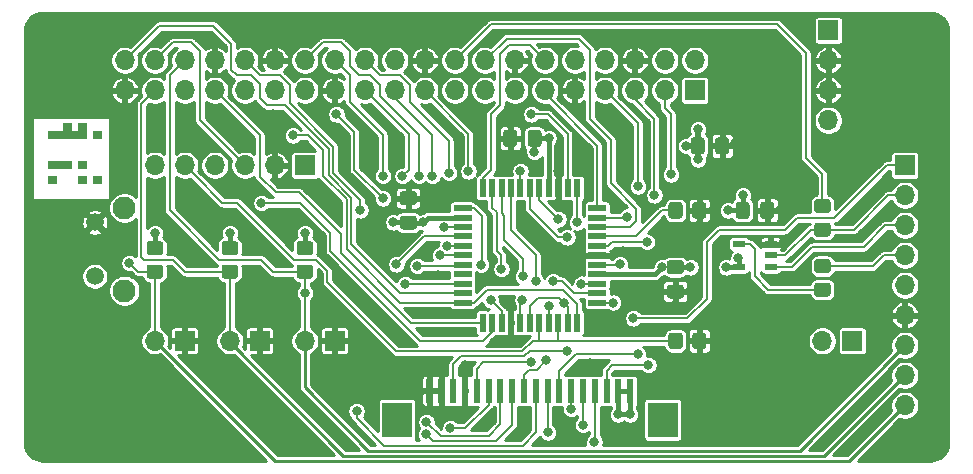
<source format=gbr>
%TF.GenerationSoftware,KiCad,Pcbnew,(5.1.9)-1*%
%TF.CreationDate,2021-07-28T13:21:09+01:00*%
%TF.ProjectId,RGBtoHDMI Amiga Denise CPLD FFC Rev 1.1,52474274-6f48-4444-9d49-20416d696761,rev?*%
%TF.SameCoordinates,Original*%
%TF.FileFunction,Copper,L1,Top*%
%TF.FilePolarity,Positive*%
%FSLAX46Y46*%
G04 Gerber Fmt 4.6, Leading zero omitted, Abs format (unit mm)*
G04 Created by KiCad (PCBNEW (5.1.9)-1) date 2021-07-28 13:21:09*
%MOMM*%
%LPD*%
G01*
G04 APERTURE LIST*
%TA.AperFunction,EtchedComponent*%
%ADD10C,0.100000*%
%TD*%
%TA.AperFunction,ComponentPad*%
%ADD11C,1.508000*%
%TD*%
%TA.AperFunction,ComponentPad*%
%ADD12C,1.950000*%
%TD*%
%TA.AperFunction,SMDPad,CuDef*%
%ADD13R,0.600000X2.000000*%
%TD*%
%TA.AperFunction,SMDPad,CuDef*%
%ADD14R,2.500000X3.000000*%
%TD*%
%TA.AperFunction,ComponentPad*%
%ADD15C,0.800000*%
%TD*%
%TA.AperFunction,ComponentPad*%
%ADD16C,6.400000*%
%TD*%
%TA.AperFunction,ComponentPad*%
%ADD17O,1.700000X1.700000*%
%TD*%
%TA.AperFunction,ComponentPad*%
%ADD18R,1.700000X1.700000*%
%TD*%
%TA.AperFunction,SMDPad,CuDef*%
%ADD19R,1.050000X0.600000*%
%TD*%
%TA.AperFunction,SMDPad,CuDef*%
%ADD20R,1.500000X0.550000*%
%TD*%
%TA.AperFunction,SMDPad,CuDef*%
%ADD21R,0.550000X1.500000*%
%TD*%
%TA.AperFunction,ViaPad*%
%ADD22C,0.800000*%
%TD*%
%TA.AperFunction,Conductor*%
%ADD23C,0.400000*%
%TD*%
%TA.AperFunction,Conductor*%
%ADD24C,0.500000*%
%TD*%
%TA.AperFunction,Conductor*%
%ADD25C,0.200000*%
%TD*%
%TA.AperFunction,Conductor*%
%ADD26C,0.250000*%
%TD*%
%TA.AperFunction,Conductor*%
%ADD27C,0.254000*%
%TD*%
%TA.AperFunction,Conductor*%
%ADD28C,0.100000*%
%TD*%
G04 APERTURE END LIST*
D10*
%TO.C,solarmon*%
G36*
X108458000Y-84074000D02*
G01*
X107823000Y-84074000D01*
X107823000Y-83439000D01*
X108458000Y-83439000D01*
X108458000Y-84074000D01*
G37*
X108458000Y-84074000D02*
X107823000Y-84074000D01*
X107823000Y-83439000D01*
X108458000Y-83439000D01*
X108458000Y-84074000D01*
G36*
X110998000Y-84074000D02*
G01*
X110363000Y-84074000D01*
X110363000Y-83439000D01*
X110998000Y-83439000D01*
X110998000Y-84074000D01*
G37*
X110998000Y-84074000D02*
X110363000Y-84074000D01*
X110363000Y-83439000D01*
X110998000Y-83439000D01*
X110998000Y-84074000D01*
G36*
X110998000Y-82804000D02*
G01*
X110363000Y-82804000D01*
X110363000Y-82169000D01*
X110998000Y-82169000D01*
X110998000Y-82804000D01*
G37*
X110998000Y-82804000D02*
X110363000Y-82804000D01*
X110363000Y-82169000D01*
X110998000Y-82169000D01*
X110998000Y-82804000D01*
G36*
X109728000Y-82804000D02*
G01*
X109093000Y-82804000D01*
X109093000Y-82169000D01*
X109728000Y-82169000D01*
X109728000Y-82804000D01*
G37*
X109728000Y-82804000D02*
X109093000Y-82804000D01*
X109093000Y-82169000D01*
X109728000Y-82169000D01*
X109728000Y-82804000D01*
G36*
X109093000Y-82804000D02*
G01*
X108458000Y-82804000D01*
X108458000Y-82169000D01*
X109093000Y-82169000D01*
X109093000Y-82804000D01*
G37*
X109093000Y-82804000D02*
X108458000Y-82804000D01*
X108458000Y-82169000D01*
X109093000Y-82169000D01*
X109093000Y-82804000D01*
G36*
X108458000Y-82804000D02*
G01*
X107823000Y-82804000D01*
X107823000Y-82169000D01*
X108458000Y-82169000D01*
X108458000Y-82804000D01*
G37*
X108458000Y-82804000D02*
X107823000Y-82804000D01*
X107823000Y-82169000D01*
X108458000Y-82169000D01*
X108458000Y-82804000D01*
G36*
X108458000Y-80264000D02*
G01*
X107823000Y-80264000D01*
X107823000Y-79629000D01*
X108458000Y-79629000D01*
X108458000Y-80264000D01*
G37*
X108458000Y-80264000D02*
X107823000Y-80264000D01*
X107823000Y-79629000D01*
X108458000Y-79629000D01*
X108458000Y-80264000D01*
G36*
X109093000Y-80264000D02*
G01*
X108458000Y-80264000D01*
X108458000Y-79629000D01*
X109093000Y-79629000D01*
X109093000Y-80264000D01*
G37*
X109093000Y-80264000D02*
X108458000Y-80264000D01*
X108458000Y-79629000D01*
X109093000Y-79629000D01*
X109093000Y-80264000D01*
G36*
X109728000Y-79629000D02*
G01*
X109093000Y-79629000D01*
X109093000Y-78994000D01*
X109728000Y-78994000D01*
X109728000Y-79629000D01*
G37*
X109728000Y-79629000D02*
X109093000Y-79629000D01*
X109093000Y-78994000D01*
X109728000Y-78994000D01*
X109728000Y-79629000D01*
G36*
X109728000Y-80264000D02*
G01*
X109093000Y-80264000D01*
X109093000Y-79629000D01*
X109728000Y-79629000D01*
X109728000Y-80264000D01*
G37*
X109728000Y-80264000D02*
X109093000Y-80264000D01*
X109093000Y-79629000D01*
X109728000Y-79629000D01*
X109728000Y-80264000D01*
G36*
X110363000Y-80264000D02*
G01*
X109728000Y-80264000D01*
X109728000Y-79629000D01*
X110363000Y-79629000D01*
X110363000Y-80264000D01*
G37*
X110363000Y-80264000D02*
X109728000Y-80264000D01*
X109728000Y-79629000D01*
X110363000Y-79629000D01*
X110363000Y-80264000D01*
G36*
X110998000Y-80264000D02*
G01*
X110363000Y-80264000D01*
X110363000Y-79629000D01*
X110998000Y-79629000D01*
X110998000Y-80264000D01*
G37*
X110998000Y-80264000D02*
X110363000Y-80264000D01*
X110363000Y-79629000D01*
X110998000Y-79629000D01*
X110998000Y-80264000D01*
G36*
X110998000Y-79629000D02*
G01*
X110363000Y-79629000D01*
X110363000Y-78994000D01*
X110998000Y-78994000D01*
X110998000Y-79629000D01*
G37*
X110998000Y-79629000D02*
X110363000Y-79629000D01*
X110363000Y-78994000D01*
X110998000Y-78994000D01*
X110998000Y-79629000D01*
G36*
X112268000Y-84074000D02*
G01*
X111633000Y-84074000D01*
X111633000Y-83439000D01*
X112268000Y-83439000D01*
X112268000Y-84074000D01*
G37*
X112268000Y-84074000D02*
X111633000Y-84074000D01*
X111633000Y-83439000D01*
X112268000Y-83439000D01*
X112268000Y-84074000D01*
G36*
X112268000Y-80264000D02*
G01*
X111633000Y-80264000D01*
X111633000Y-79629000D01*
X112268000Y-79629000D01*
X112268000Y-80264000D01*
G37*
X112268000Y-80264000D02*
X111633000Y-80264000D01*
X111633000Y-79629000D01*
X112268000Y-79629000D01*
X112268000Y-80264000D01*
%TD*%
D11*
%TO.P,BT11,1*%
%TO.N,GND*%
X111760000Y-87387000D03*
%TO.P,BT11,2*%
%TO.N,/GPIO16*%
X111760000Y-91937000D03*
D12*
%TO.P,BT11,*%
%TO.N,*%
X114260000Y-86162000D03*
X114260000Y-93162000D03*
%TD*%
D13*
%TO.P,FFC18,1*%
%TO.N,GND*%
X140090000Y-101645000D03*
%TO.P,FFC18,2*%
X141090000Y-101645000D03*
%TO.P,FFC18,3*%
%TO.N,/CSYNC*%
X142090000Y-101645000D03*
%TO.P,FFC18,4*%
%TO.N,GND*%
X143090000Y-101645000D03*
%TO.P,FFC18,5*%
%TO.N,/G3*%
X144090000Y-101645000D03*
%TO.P,FFC18,6*%
%TO.N,/G2*%
X145090000Y-101645000D03*
%TO.P,FFC18,7*%
%TO.N,/G1*%
X146090000Y-101645000D03*
%TO.P,FFC18,8*%
%TO.N,/G0*%
X147090000Y-101645000D03*
%TO.P,FFC18,9*%
%TO.N,/B3*%
X148090000Y-101645000D03*
%TO.P,FFC18,10*%
%TO.N,/B2*%
X149090000Y-101645000D03*
%TO.P,FFC18,11*%
%TO.N,/B1*%
X150090000Y-101645000D03*
%TO.P,FFC18,12*%
%TO.N,/B0*%
X151090000Y-101645000D03*
%TO.P,FFC18,13*%
%TO.N,/R3*%
X152090000Y-101645000D03*
%TO.P,FFC18,14*%
%TO.N,/R2*%
X153090000Y-101645000D03*
%TO.P,FFC18,15*%
%TO.N,/R1*%
X154090000Y-101645000D03*
%TO.P,FFC18,16*%
%TO.N,/R0*%
X155090000Y-101645000D03*
%TO.P,FFC18,17*%
%TO.N,/FFC_5V*%
X156090000Y-101645000D03*
%TO.P,FFC18,18*%
X157090000Y-101645000D03*
D14*
%TO.P,FFC18,MP*%
%TO.N,N/C*%
X159840000Y-104095000D03*
X137340000Y-104095000D03*
%TD*%
D15*
%TO.P,H4,1*%
%TO.N,GND*%
X169337056Y-96092944D03*
X167640000Y-95390000D03*
X165942944Y-96092944D03*
X165240000Y-97790000D03*
X165942944Y-99487056D03*
X167640000Y-100190000D03*
X169337056Y-99487056D03*
X170040000Y-97790000D03*
D16*
X167640000Y-97790000D03*
%TD*%
D15*
%TO.P,H3,1*%
%TO.N,GND*%
X110917056Y-96092944D03*
X109220000Y-95390000D03*
X107522944Y-96092944D03*
X106820000Y-97790000D03*
X107522944Y-99487056D03*
X109220000Y-100190000D03*
X110917056Y-99487056D03*
X111620000Y-97790000D03*
D16*
X109220000Y-97790000D03*
%TD*%
D15*
%TO.P,H2,1*%
%TO.N,GND*%
X169337056Y-73232944D03*
X167640000Y-72530000D03*
X165942944Y-73232944D03*
X165240000Y-74930000D03*
X165942944Y-76627056D03*
X167640000Y-77330000D03*
X169337056Y-76627056D03*
X170040000Y-74930000D03*
D16*
X167640000Y-74930000D03*
%TD*%
D15*
%TO.P,H1,1*%
%TO.N,GND*%
X110917056Y-73232944D03*
X109220000Y-72530000D03*
X107522944Y-73232944D03*
X106820000Y-74930000D03*
X107522944Y-76627056D03*
X109220000Y-77330000D03*
X110917056Y-76627056D03*
X111620000Y-74930000D03*
D16*
X109220000Y-74930000D03*
%TD*%
D17*
%TO.P,JP1,2*%
%TO.N,/FFC_5V*%
X173355000Y-97409000D03*
D18*
%TO.P,JP1,1*%
%TO.N,+5V*%
X175895000Y-97409000D03*
%TD*%
%TO.P,FFOSD1,1*%
%TO.N,/CSYNC*%
X180340000Y-82550000D03*
D17*
%TO.P,FFOSD1,2*%
%TO.N,/OSD_DISPLAY_OUPUT*%
X180340000Y-85090000D03*
%TO.P,FFOSD1,3*%
%TO.N,/OSD_DISPLAY_ENABLE*%
X180340000Y-87630000D03*
%TO.P,FFOSD1,4*%
%TO.N,/OSD_DISPLAY_OUTPUT_BUFFERRED*%
X180340000Y-90170000D03*
%TO.P,FFOSD1,5*%
%TO.N,+5V*%
X180340000Y-92710000D03*
%TO.P,FFOSD1,6*%
%TO.N,GND*%
X180340000Y-95250000D03*
%TO.P,FFOSD1,7*%
%TO.N,/GPIO16*%
X180340000Y-97790000D03*
%TO.P,FFOSD1,8*%
%TO.N,/GPIO26*%
X180340000Y-100330000D03*
%TO.P,FFOSD1,9*%
%TO.N,/GPIO19*%
X180340000Y-102870000D03*
%TD*%
%TO.P,P1,4*%
%TO.N,Net-(P1-Pad4)*%
X173863000Y-78740000D03*
%TO.P,P1,3*%
%TO.N,GND*%
X173863000Y-76200000D03*
%TO.P,P1,2*%
X173863000Y-73660000D03*
D18*
%TO.P,P1,1*%
%TO.N,+5V*%
X173863000Y-71120000D03*
%TD*%
%TO.P,R7,2*%
%TO.N,/GPIO19*%
%TA.AperFunction,SMDPad,CuDef*%
G36*
G01*
X116389999Y-90951000D02*
X117290001Y-90951000D01*
G75*
G02*
X117540000Y-91200999I0J-249999D01*
G01*
X117540000Y-91901001D01*
G75*
G02*
X117290001Y-92151000I-249999J0D01*
G01*
X116389999Y-92151000D01*
G75*
G02*
X116140000Y-91901001I0J249999D01*
G01*
X116140000Y-91200999D01*
G75*
G02*
X116389999Y-90951000I249999J0D01*
G01*
G37*
%TD.AperFunction*%
%TO.P,R7,1*%
%TO.N,+3V3*%
%TA.AperFunction,SMDPad,CuDef*%
G36*
G01*
X116389999Y-88951000D02*
X117290001Y-88951000D01*
G75*
G02*
X117540000Y-89200999I0J-249999D01*
G01*
X117540000Y-89901001D01*
G75*
G02*
X117290001Y-90151000I-249999J0D01*
G01*
X116389999Y-90151000D01*
G75*
G02*
X116140000Y-89901001I0J249999D01*
G01*
X116140000Y-89200999D01*
G75*
G02*
X116389999Y-88951000I249999J0D01*
G01*
G37*
%TD.AperFunction*%
%TD*%
%TO.P,R6,2*%
%TO.N,/GPIO26*%
%TA.AperFunction,SMDPad,CuDef*%
G36*
G01*
X122739999Y-90951000D02*
X123640001Y-90951000D01*
G75*
G02*
X123890000Y-91200999I0J-249999D01*
G01*
X123890000Y-91901001D01*
G75*
G02*
X123640001Y-92151000I-249999J0D01*
G01*
X122739999Y-92151000D01*
G75*
G02*
X122490000Y-91901001I0J249999D01*
G01*
X122490000Y-91200999D01*
G75*
G02*
X122739999Y-90951000I249999J0D01*
G01*
G37*
%TD.AperFunction*%
%TO.P,R6,1*%
%TO.N,+3V3*%
%TA.AperFunction,SMDPad,CuDef*%
G36*
G01*
X122739999Y-88951000D02*
X123640001Y-88951000D01*
G75*
G02*
X123890000Y-89200999I0J-249999D01*
G01*
X123890000Y-89901001D01*
G75*
G02*
X123640001Y-90151000I-249999J0D01*
G01*
X122739999Y-90151000D01*
G75*
G02*
X122490000Y-89901001I0J249999D01*
G01*
X122490000Y-89200999D01*
G75*
G02*
X122739999Y-88951000I249999J0D01*
G01*
G37*
%TD.AperFunction*%
%TD*%
D17*
%TO.P,BT3,2*%
%TO.N,/GPIO19*%
X116840000Y-97409000D03*
D18*
%TO.P,BT3,1*%
%TO.N,GND*%
X119380000Y-97409000D03*
%TD*%
D17*
%TO.P,BT2,2*%
%TO.N,/GPIO26*%
X123190000Y-97409000D03*
D18*
%TO.P,BT2,1*%
%TO.N,GND*%
X125730000Y-97409000D03*
%TD*%
%TO.P,C5,2*%
%TO.N,GND*%
%TA.AperFunction,SMDPad,CuDef*%
G36*
G01*
X168090000Y-86835000D02*
X168090000Y-85885000D01*
G75*
G02*
X168340000Y-85635000I250000J0D01*
G01*
X169015000Y-85635000D01*
G75*
G02*
X169265000Y-85885000I0J-250000D01*
G01*
X169265000Y-86835000D01*
G75*
G02*
X169015000Y-87085000I-250000J0D01*
G01*
X168340000Y-87085000D01*
G75*
G02*
X168090000Y-86835000I0J250000D01*
G01*
G37*
%TD.AperFunction*%
%TO.P,C5,1*%
%TO.N,+3V3*%
%TA.AperFunction,SMDPad,CuDef*%
G36*
G01*
X166015000Y-86835000D02*
X166015000Y-85885000D01*
G75*
G02*
X166265000Y-85635000I250000J0D01*
G01*
X166940000Y-85635000D01*
G75*
G02*
X167190000Y-85885000I0J-250000D01*
G01*
X167190000Y-86835000D01*
G75*
G02*
X166940000Y-87085000I-250000J0D01*
G01*
X166265000Y-87085000D01*
G75*
G02*
X166015000Y-86835000I0J250000D01*
G01*
G37*
%TD.AperFunction*%
%TD*%
D19*
%TO.P,U2,1*%
%TO.N,/OSD_DISPLAY_ENABLE*%
X168990000Y-91120000D03*
%TO.P,U2,2*%
%TO.N,/OSD_DISPLAY_OUPUT*%
X168990000Y-90170000D03*
%TO.P,U2,3*%
%TO.N,GND*%
X168990000Y-89220000D03*
%TO.P,U2,4*%
%TO.N,Net-(R5-Pad2)*%
X166290000Y-89220000D03*
%TO.P,U2,5*%
%TO.N,+3V3*%
X166290000Y-91120000D03*
%TD*%
%TO.P,R5,2*%
%TO.N,Net-(R5-Pad2)*%
%TA.AperFunction,SMDPad,CuDef*%
G36*
G01*
X172904999Y-92475000D02*
X173805001Y-92475000D01*
G75*
G02*
X174055000Y-92724999I0J-249999D01*
G01*
X174055000Y-93425001D01*
G75*
G02*
X173805001Y-93675000I-249999J0D01*
G01*
X172904999Y-93675000D01*
G75*
G02*
X172655000Y-93425001I0J249999D01*
G01*
X172655000Y-92724999D01*
G75*
G02*
X172904999Y-92475000I249999J0D01*
G01*
G37*
%TD.AperFunction*%
%TO.P,R5,1*%
%TO.N,/OSD_DISPLAY_OUTPUT_BUFFERRED*%
%TA.AperFunction,SMDPad,CuDef*%
G36*
G01*
X172904999Y-90475000D02*
X173805001Y-90475000D01*
G75*
G02*
X174055000Y-90724999I0J-249999D01*
G01*
X174055000Y-91425001D01*
G75*
G02*
X173805001Y-91675000I-249999J0D01*
G01*
X172904999Y-91675000D01*
G75*
G02*
X172655000Y-91425001I0J249999D01*
G01*
X172655000Y-90724999D01*
G75*
G02*
X172904999Y-90475000I249999J0D01*
G01*
G37*
%TD.AperFunction*%
%TD*%
%TO.P,R4,2*%
%TO.N,/OSD_DISPLAY_OUPUT*%
%TA.AperFunction,SMDPad,CuDef*%
G36*
G01*
X172904999Y-87395000D02*
X173805001Y-87395000D01*
G75*
G02*
X174055000Y-87644999I0J-249999D01*
G01*
X174055000Y-88345001D01*
G75*
G02*
X173805001Y-88595000I-249999J0D01*
G01*
X172904999Y-88595000D01*
G75*
G02*
X172655000Y-88345001I0J249999D01*
G01*
X172655000Y-87644999D01*
G75*
G02*
X172904999Y-87395000I249999J0D01*
G01*
G37*
%TD.AperFunction*%
%TO.P,R4,1*%
%TO.N,/GPIO24*%
%TA.AperFunction,SMDPad,CuDef*%
G36*
G01*
X172904999Y-85395000D02*
X173805001Y-85395000D01*
G75*
G02*
X174055000Y-85644999I0J-249999D01*
G01*
X174055000Y-86345001D01*
G75*
G02*
X173805001Y-86595000I-249999J0D01*
G01*
X172904999Y-86595000D01*
G75*
G02*
X172655000Y-86345001I0J249999D01*
G01*
X172655000Y-85644999D01*
G75*
G02*
X172904999Y-85395000I249999J0D01*
G01*
G37*
%TD.AperFunction*%
%TD*%
D17*
%TO.P,JTAG1,6*%
%TO.N,/CLKEN*%
X116840000Y-82550000D03*
%TO.P,JTAG1,5*%
%TO.N,/GPIO0*%
X119380000Y-82550000D03*
%TO.P,JTAG1,4*%
%TO.N,/GPIO24*%
X121920000Y-82550000D03*
%TO.P,JTAG1,3*%
%TO.N,/GPIO20*%
X124460000Y-82550000D03*
%TO.P,JTAG1,2*%
%TO.N,GND*%
X127000000Y-82550000D03*
D18*
%TO.P,JTAG1,1*%
%TO.N,+3V3*%
X129540000Y-82550000D03*
%TD*%
%TO.P,C1,2*%
%TO.N,GND*%
%TA.AperFunction,SMDPad,CuDef*%
G36*
G01*
X164280000Y-81374000D02*
X164280000Y-80424000D01*
G75*
G02*
X164530000Y-80174000I250000J0D01*
G01*
X165205000Y-80174000D01*
G75*
G02*
X165455000Y-80424000I0J-250000D01*
G01*
X165455000Y-81374000D01*
G75*
G02*
X165205000Y-81624000I-250000J0D01*
G01*
X164530000Y-81624000D01*
G75*
G02*
X164280000Y-81374000I0J250000D01*
G01*
G37*
%TD.AperFunction*%
%TO.P,C1,1*%
%TO.N,+3V3*%
%TA.AperFunction,SMDPad,CuDef*%
G36*
G01*
X162205000Y-81374000D02*
X162205000Y-80424000D01*
G75*
G02*
X162455000Y-80174000I250000J0D01*
G01*
X163130000Y-80174000D01*
G75*
G02*
X163380000Y-80424000I0J-250000D01*
G01*
X163380000Y-81374000D01*
G75*
G02*
X163130000Y-81624000I-250000J0D01*
G01*
X162455000Y-81624000D01*
G75*
G02*
X162205000Y-81374000I0J250000D01*
G01*
G37*
%TD.AperFunction*%
%TD*%
%TO.P,R3,2*%
%TO.N,GND*%
%TA.AperFunction,SMDPad,CuDef*%
G36*
G01*
X162325000Y-86810001D02*
X162325000Y-85909999D01*
G75*
G02*
X162574999Y-85660000I249999J0D01*
G01*
X163275001Y-85660000D01*
G75*
G02*
X163525000Y-85909999I0J-249999D01*
G01*
X163525000Y-86810001D01*
G75*
G02*
X163275001Y-87060000I-249999J0D01*
G01*
X162574999Y-87060000D01*
G75*
G02*
X162325000Y-86810001I0J249999D01*
G01*
G37*
%TD.AperFunction*%
%TO.P,R3,1*%
%TO.N,/DETECT*%
%TA.AperFunction,SMDPad,CuDef*%
G36*
G01*
X160325000Y-86810001D02*
X160325000Y-85909999D01*
G75*
G02*
X160574999Y-85660000I249999J0D01*
G01*
X161275001Y-85660000D01*
G75*
G02*
X161525000Y-85909999I0J-249999D01*
G01*
X161525000Y-86810001D01*
G75*
G02*
X161275001Y-87060000I-249999J0D01*
G01*
X160574999Y-87060000D01*
G75*
G02*
X160325000Y-86810001I0J249999D01*
G01*
G37*
%TD.AperFunction*%
%TD*%
%TO.P,R2,2*%
%TO.N,GND*%
%TA.AperFunction,SMDPad,CuDef*%
G36*
G01*
X162325000Y-97859001D02*
X162325000Y-96958999D01*
G75*
G02*
X162574999Y-96709000I249999J0D01*
G01*
X163275001Y-96709000D01*
G75*
G02*
X163525000Y-96958999I0J-249999D01*
G01*
X163525000Y-97859001D01*
G75*
G02*
X163275001Y-98109000I-249999J0D01*
G01*
X162574999Y-98109000D01*
G75*
G02*
X162325000Y-97859001I0J249999D01*
G01*
G37*
%TD.AperFunction*%
%TO.P,R2,1*%
%TO.N,/GPIO0*%
%TA.AperFunction,SMDPad,CuDef*%
G36*
G01*
X160325000Y-97859001D02*
X160325000Y-96958999D01*
G75*
G02*
X160574999Y-96709000I249999J0D01*
G01*
X161275001Y-96709000D01*
G75*
G02*
X161525000Y-96958999I0J-249999D01*
G01*
X161525000Y-97859001D01*
G75*
G02*
X161275001Y-98109000I-249999J0D01*
G01*
X160574999Y-98109000D01*
G75*
G02*
X160325000Y-97859001I0J249999D01*
G01*
G37*
%TD.AperFunction*%
%TD*%
%TO.P,R1,2*%
%TO.N,/GPIO16*%
%TA.AperFunction,SMDPad,CuDef*%
G36*
G01*
X129089999Y-90951000D02*
X129990001Y-90951000D01*
G75*
G02*
X130240000Y-91200999I0J-249999D01*
G01*
X130240000Y-91901001D01*
G75*
G02*
X129990001Y-92151000I-249999J0D01*
G01*
X129089999Y-92151000D01*
G75*
G02*
X128840000Y-91901001I0J249999D01*
G01*
X128840000Y-91200999D01*
G75*
G02*
X129089999Y-90951000I249999J0D01*
G01*
G37*
%TD.AperFunction*%
%TO.P,R1,1*%
%TO.N,+3V3*%
%TA.AperFunction,SMDPad,CuDef*%
G36*
G01*
X129089999Y-88951000D02*
X129990001Y-88951000D01*
G75*
G02*
X130240000Y-89200999I0J-249999D01*
G01*
X130240000Y-89901001D01*
G75*
G02*
X129990001Y-90151000I-249999J0D01*
G01*
X129089999Y-90151000D01*
G75*
G02*
X128840000Y-89901001I0J249999D01*
G01*
X128840000Y-89200999D01*
G75*
G02*
X129089999Y-88951000I249999J0D01*
G01*
G37*
%TD.AperFunction*%
%TD*%
%TO.P,C4,2*%
%TO.N,GND*%
%TA.AperFunction,SMDPad,CuDef*%
G36*
G01*
X138778000Y-85910000D02*
X137828000Y-85910000D01*
G75*
G02*
X137578000Y-85660000I0J250000D01*
G01*
X137578000Y-84985000D01*
G75*
G02*
X137828000Y-84735000I250000J0D01*
G01*
X138778000Y-84735000D01*
G75*
G02*
X139028000Y-84985000I0J-250000D01*
G01*
X139028000Y-85660000D01*
G75*
G02*
X138778000Y-85910000I-250000J0D01*
G01*
G37*
%TD.AperFunction*%
%TO.P,C4,1*%
%TO.N,+3V3*%
%TA.AperFunction,SMDPad,CuDef*%
G36*
G01*
X138778000Y-87985000D02*
X137828000Y-87985000D01*
G75*
G02*
X137578000Y-87735000I0J250000D01*
G01*
X137578000Y-87060000D01*
G75*
G02*
X137828000Y-86810000I250000J0D01*
G01*
X138778000Y-86810000D01*
G75*
G02*
X139028000Y-87060000I0J-250000D01*
G01*
X139028000Y-87735000D01*
G75*
G02*
X138778000Y-87985000I-250000J0D01*
G01*
G37*
%TD.AperFunction*%
%TD*%
%TO.P,C3,2*%
%TO.N,GND*%
%TA.AperFunction,SMDPad,CuDef*%
G36*
G01*
X160434000Y-92652000D02*
X161384000Y-92652000D01*
G75*
G02*
X161634000Y-92902000I0J-250000D01*
G01*
X161634000Y-93577000D01*
G75*
G02*
X161384000Y-93827000I-250000J0D01*
G01*
X160434000Y-93827000D01*
G75*
G02*
X160184000Y-93577000I0J250000D01*
G01*
X160184000Y-92902000D01*
G75*
G02*
X160434000Y-92652000I250000J0D01*
G01*
G37*
%TD.AperFunction*%
%TO.P,C3,1*%
%TO.N,+3V3*%
%TA.AperFunction,SMDPad,CuDef*%
G36*
G01*
X160434000Y-90577000D02*
X161384000Y-90577000D01*
G75*
G02*
X161634000Y-90827000I0J-250000D01*
G01*
X161634000Y-91502000D01*
G75*
G02*
X161384000Y-91752000I-250000J0D01*
G01*
X160434000Y-91752000D01*
G75*
G02*
X160184000Y-91502000I0J250000D01*
G01*
X160184000Y-90827000D01*
G75*
G02*
X160434000Y-90577000I250000J0D01*
G01*
G37*
%TD.AperFunction*%
%TD*%
%TO.P,C2,2*%
%TO.N,GND*%
%TA.AperFunction,SMDPad,CuDef*%
G36*
G01*
X147505000Y-79789000D02*
X147505000Y-80739000D01*
G75*
G02*
X147255000Y-80989000I-250000J0D01*
G01*
X146580000Y-80989000D01*
G75*
G02*
X146330000Y-80739000I0J250000D01*
G01*
X146330000Y-79789000D01*
G75*
G02*
X146580000Y-79539000I250000J0D01*
G01*
X147255000Y-79539000D01*
G75*
G02*
X147505000Y-79789000I0J-250000D01*
G01*
G37*
%TD.AperFunction*%
%TO.P,C2,1*%
%TO.N,+3V3*%
%TA.AperFunction,SMDPad,CuDef*%
G36*
G01*
X149580000Y-79789000D02*
X149580000Y-80739000D01*
G75*
G02*
X149330000Y-80989000I-250000J0D01*
G01*
X148655000Y-80989000D01*
G75*
G02*
X148405000Y-80739000I0J250000D01*
G01*
X148405000Y-79789000D01*
G75*
G02*
X148655000Y-79539000I250000J0D01*
G01*
X149330000Y-79539000D01*
G75*
G02*
X149580000Y-79789000I0J-250000D01*
G01*
G37*
%TD.AperFunction*%
%TD*%
D20*
%TO.P,U1,44*%
%TO.N,/GPIO20*%
X142890000Y-94170000D03*
%TO.P,U1,43*%
%TO.N,/GPIO21*%
X142890000Y-93370000D03*
%TO.P,U1,42*%
%TO.N,/G0*%
X142890000Y-92570000D03*
%TO.P,U1,41*%
%TO.N,/VSYNC*%
X142890000Y-91770000D03*
%TO.P,U1,40*%
%TO.N,/G1*%
X142890000Y-90970000D03*
%TO.P,U1,39*%
%TO.N,/R1*%
X142890000Y-90170000D03*
%TO.P,U1,38*%
%TO.N,/B1*%
X142890000Y-89370000D03*
%TO.P,U1,37*%
%TO.N,/B2*%
X142890000Y-88570000D03*
%TO.P,U1,36*%
%TO.N,/G2*%
X142890000Y-87770000D03*
%TO.P,U1,35*%
%TO.N,+3V3*%
X142890000Y-86970000D03*
%TO.P,U1,34*%
%TO.N,/R2*%
X142890000Y-86170000D03*
D21*
%TO.P,U1,33*%
%TO.N,/GPIO18*%
X144590000Y-84470000D03*
%TO.P,U1,32*%
%TO.N,/R3*%
X145390000Y-84470000D03*
%TO.P,U1,31*%
%TO.N,/G3*%
X146190000Y-84470000D03*
%TO.P,U1,30*%
%TO.N,/B3*%
X146990000Y-84470000D03*
%TO.P,U1,29*%
%TO.N,/GPIO2*%
X147790000Y-84470000D03*
%TO.P,U1,28*%
%TO.N,/GPIO3*%
X148590000Y-84470000D03*
%TO.P,U1,27*%
%TO.N,/GPIO4*%
X149390000Y-84470000D03*
%TO.P,U1,26*%
%TO.N,+3V3*%
X150190000Y-84470000D03*
%TO.P,U1,25*%
%TO.N,GND*%
X150990000Y-84470000D03*
%TO.P,U1,24*%
%TO.N,/GPIO24*%
X151790000Y-84470000D03*
%TO.P,U1,23*%
%TO.N,/CSYNC*%
X152590000Y-84470000D03*
D20*
%TO.P,U1,22*%
%TO.N,/GPIO17*%
X154290000Y-86170000D03*
%TO.P,U1,21*%
%TO.N,/R0*%
X154290000Y-86970000D03*
%TO.P,U1,20*%
%TO.N,/GPIO23*%
X154290000Y-87770000D03*
%TO.P,U1,19*%
%TO.N,/DETECT*%
X154290000Y-88570000D03*
%TO.P,U1,18*%
%TO.N,/B0*%
X154290000Y-89370000D03*
%TO.P,U1,17*%
%TO.N,GND*%
X154290000Y-90170000D03*
%TO.P,U1,16*%
%TO.N,/GPIO10*%
X154290000Y-90970000D03*
%TO.P,U1,15*%
%TO.N,+3V3*%
X154290000Y-91770000D03*
%TO.P,U1,14*%
%TO.N,/GPIO9*%
X154290000Y-92570000D03*
%TO.P,U1,13*%
%TO.N,/GPIO11*%
X154290000Y-93370000D03*
%TO.P,U1,12*%
%TO.N,/GPIO8*%
X154290000Y-94170000D03*
D21*
%TO.P,U1,11*%
%TO.N,/GPIO20*%
X152590000Y-95870000D03*
%TO.P,U1,10*%
%TO.N,/CLKEN*%
X151790000Y-95870000D03*
%TO.P,U1,9*%
%TO.N,/GPIO0*%
X150990000Y-95870000D03*
%TO.P,U1,8*%
%TO.N,/GPIO7*%
X150190000Y-95870000D03*
%TO.P,U1,7*%
%TO.N,/GPIO0*%
X149390000Y-95870000D03*
%TO.P,U1,6*%
%TO.N,/CLKEN*%
X148590000Y-95870000D03*
%TO.P,U1,5*%
%TO.N,/GPIO5*%
X147790000Y-95870000D03*
%TO.P,U1,4*%
%TO.N,GND*%
X146990000Y-95870000D03*
%TO.P,U1,3*%
%TO.N,/GPIO12*%
X146190000Y-95870000D03*
%TO.P,U1,2*%
%TO.N,/GPIO6*%
X145390000Y-95870000D03*
%TO.P,U1,1*%
%TO.N,/GPIO13*%
X144590000Y-95870000D03*
%TD*%
D18*
%TO.P,J1,1*%
%TO.N,+3V3*%
X162560000Y-76200000D03*
D17*
%TO.P,J1,2*%
%TO.N,+5V*%
X162560000Y-73660000D03*
%TO.P,J1,3*%
%TO.N,/GPIO2*%
X160020000Y-76200000D03*
%TO.P,J1,4*%
%TO.N,+5V*%
X160020000Y-73660000D03*
%TO.P,J1,5*%
%TO.N,/GPIO3*%
X157480000Y-76200000D03*
%TO.P,J1,6*%
%TO.N,GND*%
X157480000Y-73660000D03*
%TO.P,J1,7*%
%TO.N,/GPIO4*%
X154940000Y-76200000D03*
%TO.P,J1,8*%
%TO.N,/GPIO14*%
X154940000Y-73660000D03*
%TO.P,J1,9*%
%TO.N,GND*%
X152400000Y-76200000D03*
%TO.P,J1,10*%
%TO.N,/GPIO15*%
X152400000Y-73660000D03*
%TO.P,J1,11*%
%TO.N,/GPIO17*%
X149860000Y-76200000D03*
%TO.P,J1,12*%
%TO.N,/GPIO18*%
X149860000Y-73660000D03*
%TO.P,J1,13*%
%TO.N,/GPIO27*%
X147320000Y-76200000D03*
%TO.P,J1,14*%
%TO.N,GND*%
X147320000Y-73660000D03*
%TO.P,J1,15*%
%TO.N,/GPIO22*%
X144780000Y-76200000D03*
%TO.P,J1,16*%
%TO.N,/GPIO23*%
X144780000Y-73660000D03*
%TO.P,J1,17*%
%TO.N,+3V3*%
X142240000Y-76200000D03*
%TO.P,J1,18*%
%TO.N,/GPIO24*%
X142240000Y-73660000D03*
%TO.P,J1,19*%
%TO.N,/GPIO10*%
X139700000Y-76200000D03*
%TO.P,J1,20*%
%TO.N,GND*%
X139700000Y-73660000D03*
%TO.P,J1,21*%
%TO.N,/GPIO9*%
X137160000Y-76200000D03*
%TO.P,J1,22*%
%TO.N,/GPIO25*%
X137160000Y-73660000D03*
%TO.P,J1,23*%
%TO.N,/GPIO11*%
X134620000Y-76200000D03*
%TO.P,J1,24*%
%TO.N,/GPIO8*%
X134620000Y-73660000D03*
%TO.P,J1,25*%
%TO.N,GND*%
X132080000Y-76200000D03*
%TO.P,J1,26*%
%TO.N,/GPIO7*%
X132080000Y-73660000D03*
%TO.P,J1,27*%
%TO.N,/GPIO0*%
X129540000Y-76200000D03*
%TO.P,J1,28*%
%TO.N,/CLKEN*%
X129540000Y-73660000D03*
%TO.P,J1,29*%
%TO.N,/GPIO5*%
X127000000Y-76200000D03*
%TO.P,J1,30*%
%TO.N,GND*%
X127000000Y-73660000D03*
%TO.P,J1,31*%
%TO.N,/GPIO6*%
X124460000Y-76200000D03*
%TO.P,J1,32*%
%TO.N,/GPIO12*%
X124460000Y-73660000D03*
%TO.P,J1,33*%
%TO.N,/GPIO13*%
X121920000Y-76200000D03*
%TO.P,J1,34*%
%TO.N,GND*%
X121920000Y-73660000D03*
%TO.P,J1,35*%
%TO.N,/GPIO19*%
X119380000Y-76200000D03*
%TO.P,J1,36*%
%TO.N,/GPIO16*%
X119380000Y-73660000D03*
%TO.P,J1,37*%
%TO.N,/GPIO26*%
X116840000Y-76200000D03*
%TO.P,J1,38*%
%TO.N,/GPIO20*%
X116840000Y-73660000D03*
%TO.P,J1,39*%
%TO.N,GND*%
X114300000Y-76200000D03*
%TO.P,J1,40*%
%TO.N,/GPIO21*%
X114300000Y-73660000D03*
%TD*%
%TO.P,BT1,2*%
%TO.N,/GPIO16*%
X129540000Y-97409000D03*
D18*
%TO.P,BT1,1*%
%TO.N,GND*%
X132080000Y-97409000D03*
%TD*%
D22*
%TO.N,GND*%
X147066000Y-94488000D03*
X147320000Y-97409000D03*
X151003000Y-83058000D03*
X146939000Y-78041500D03*
X137287000Y-80010000D03*
X140208000Y-77851000D03*
X132588000Y-92075000D03*
X151003000Y-85725000D03*
X146431000Y-82677000D03*
X164084000Y-86360000D03*
X169799000Y-86360000D03*
X170053000Y-89154000D03*
X132080000Y-86106000D03*
X133858000Y-93345000D03*
X135509000Y-94869000D03*
X136017000Y-90043000D03*
X154940000Y-78486000D03*
X123190000Y-83947000D03*
X119126000Y-78359000D03*
X116840000Y-80264000D03*
X126873000Y-89916000D03*
X120269000Y-90170000D03*
X153035000Y-90170000D03*
X156464000Y-89789000D03*
X137922000Y-99187000D03*
X141097000Y-99568000D03*
X140081000Y-103251000D03*
X154305000Y-95885000D03*
X156083000Y-92837000D03*
X151892000Y-105283000D03*
X130683000Y-78105000D03*
X149098000Y-82677000D03*
X135255000Y-98552000D03*
X132207000Y-79883000D03*
X126873000Y-78232000D03*
X134747000Y-79883000D03*
X153670000Y-99314000D03*
X143129000Y-103251000D03*
X143129000Y-99441000D03*
X146939000Y-79057500D03*
X165989000Y-80645000D03*
X164846000Y-79629000D03*
X137541000Y-96901000D03*
X141097000Y-103251000D03*
X140081000Y-99568000D03*
X140843000Y-91821000D03*
X139827000Y-95123000D03*
X140462000Y-96647000D03*
X122428000Y-78740000D03*
X120396000Y-80772000D03*
X168656000Y-85090000D03*
X162941000Y-87630000D03*
X160909000Y-94361000D03*
X162179000Y-93218000D03*
X159639000Y-93218000D03*
X145542000Y-97536000D03*
X147955000Y-104775000D03*
X150876000Y-103759000D03*
X144907000Y-104267000D03*
X134874000Y-82677000D03*
%TO.N,+3V3*%
X165227000Y-91186000D03*
X165354000Y-86360000D03*
X148971000Y-81407000D03*
X150177500Y-80264000D03*
X162814000Y-79502004D03*
X161797994Y-80898994D03*
X162814000Y-82042000D03*
X123190000Y-88264988D03*
X129540000Y-88265006D03*
X116840000Y-88264988D03*
X137033000Y-87376000D03*
X166624000Y-85089994D03*
X166243000Y-90424000D03*
X159766000Y-91186000D03*
X162179000Y-91186010D03*
X139573000Y-87376000D03*
%TO.N,/GPIO20*%
X128524000Y-80010004D03*
%TO.N,/GPIO16*%
X129540000Y-93345000D03*
%TO.N,/GPIO12*%
X145288000Y-93980000D03*
X134239000Y-86360000D03*
%TO.N,/GPIO6*%
X125857000Y-85725000D03*
%TO.N,/GPIO5*%
X136144000Y-85344000D03*
X132207005Y-78231995D03*
X147955000Y-93980000D03*
%TO.N,/GPIO7*%
X150177500Y-94488000D03*
X136144000Y-83439000D03*
%TO.N,/GPIO8*%
X155639008Y-94169996D03*
X141732000Y-83185000D03*
%TO.N,/GPIO11*%
X150545465Y-92353362D03*
X137795000Y-83439000D03*
%TO.N,/GPIO9*%
X152958500Y-92570000D03*
X140335000Y-83439000D03*
%TO.N,/GPIO10*%
X156210000Y-90932000D03*
X143383000Y-83058000D03*
%TO.N,/GPIO24*%
X148717000Y-78232000D03*
%TO.N,/GPIO4*%
X151003006Y-87122000D03*
X157734000Y-84328000D03*
%TO.N,/GPIO3*%
X151765000Y-88645998D03*
X159131000Y-85090000D03*
%TO.N,/GPIO2*%
X147789986Y-83057994D03*
X160528000Y-83312000D03*
%TO.N,/GPIO19*%
X114681000Y-90805000D03*
%TO.N,/CLKEN*%
X151511000Y-94234000D03*
X139192000Y-83439000D03*
%TO.N,/B0*%
X157733996Y-98552000D03*
X158496000Y-89027000D03*
%TO.N,/R3*%
X146177004Y-91313000D03*
X152090000Y-103195000D03*
%TO.N,/R2*%
X144456637Y-90963632D03*
X153090000Y-104521000D03*
%TO.N,/R1*%
X140970000Y-90170000D03*
X154051000Y-105974954D03*
%TO.N,/R0*%
X156797949Y-86897949D03*
X158623000Y-99441000D03*
%TO.N,/G3*%
X148005964Y-91948000D03*
X148660495Y-99189989D03*
%TO.N,/G2*%
X141351000Y-87770010D03*
X141859000Y-104774909D03*
%TO.N,/G1*%
X139065000Y-91059000D03*
X139827000Y-104267000D03*
%TO.N,/G0*%
X138049000Y-92583006D03*
X139814076Y-105313156D03*
%TO.N,/B3*%
X149098000Y-92329000D03*
X149987000Y-99060000D03*
%TO.N,/B2*%
X133921500Y-103378000D03*
X137287000Y-90932000D03*
%TO.N,/B1*%
X141568082Y-89368550D03*
X150114000Y-105156004D03*
%TO.N,/CSYNC*%
X152592010Y-87376000D03*
X151765000Y-98234500D03*
X157353000Y-95504000D03*
%TO.N,/FFC_5V*%
X157073600Y-103632000D03*
X156057600Y-103632000D03*
%TD*%
D23*
%TO.N,+3V3*%
X165354000Y-86360000D02*
X166602500Y-86360000D01*
X166224000Y-91186000D02*
X166290000Y-91120000D01*
X165227000Y-91186000D02*
X166224000Y-91186000D01*
X150241000Y-84419000D02*
X150190000Y-84470000D01*
X150177500Y-84419000D02*
X150177500Y-80645000D01*
X150177500Y-80264000D02*
X148992500Y-80264000D01*
X148971000Y-80666500D02*
X148992500Y-80645000D01*
X148971000Y-81407000D02*
X148971000Y-80285500D01*
D24*
X162792500Y-80899000D02*
X161798000Y-80899000D01*
X161798000Y-80899000D02*
X161797994Y-80898994D01*
X162814000Y-79502004D02*
X162814000Y-82042000D01*
D23*
X123190000Y-89170000D02*
X123190000Y-88264988D01*
X129540000Y-89170000D02*
X129540000Y-88265006D01*
X116840000Y-89551000D02*
X116840000Y-88264988D01*
X166602500Y-86360000D02*
X166602500Y-85111494D01*
X166602500Y-85111494D02*
X166624000Y-85089994D01*
X166290000Y-90471000D02*
X166243000Y-90424000D01*
X166290000Y-91120000D02*
X166290000Y-90471000D01*
X159182000Y-91770000D02*
X159766000Y-91186000D01*
X154290000Y-91770000D02*
X159182000Y-91770000D01*
X160909000Y-91164500D02*
X162157490Y-91164500D01*
X162157490Y-91164500D02*
X162179000Y-91186010D01*
X139551500Y-87397500D02*
X139573000Y-87376000D01*
X138303000Y-87397500D02*
X139551500Y-87397500D01*
X138281500Y-87376000D02*
X138303000Y-87397500D01*
X137033000Y-87376000D02*
X138281500Y-87376000D01*
X142890000Y-86970000D02*
X142889991Y-86969991D01*
X142889991Y-86969991D02*
X139979009Y-86969991D01*
X139979009Y-86969991D02*
X139573000Y-87376000D01*
D25*
%TO.N,/GPIO21*%
X127831402Y-77470000D02*
X131552989Y-81191587D01*
X126328000Y-77470000D02*
X127831402Y-77470000D01*
X131552989Y-81191587D02*
X131552989Y-83350689D01*
X125730000Y-76872000D02*
X126328000Y-77470000D01*
X133477000Y-89217500D02*
X137629500Y-93370000D01*
X137629500Y-93370000D02*
X142890000Y-93370000D01*
X123309999Y-72255999D02*
X123309999Y-74451999D01*
X124968000Y-74930000D02*
X125730000Y-75692000D01*
X125730000Y-75692000D02*
X125730000Y-76872000D01*
X123788000Y-74930000D02*
X124968000Y-74930000D01*
X123309999Y-74451999D02*
X123788000Y-74930000D01*
X121793000Y-70739000D02*
X123309999Y-72255999D01*
X131552989Y-83350689D02*
X133477000Y-85274700D01*
X117221000Y-70739000D02*
X121793000Y-70739000D01*
X114300000Y-73660000D02*
X117221000Y-70739000D01*
X133477000Y-85274700D02*
X133477000Y-89217500D01*
%TO.N,/GPIO20*%
X118364000Y-72136000D02*
X116840000Y-73660000D01*
X119888000Y-72136000D02*
X118364000Y-72136000D01*
X120650000Y-72898000D02*
X119888000Y-72136000D01*
X120650000Y-78740000D02*
X120650000Y-72898000D01*
X124460000Y-82550000D02*
X120650000Y-78740000D01*
X152590000Y-94276996D02*
X151404004Y-93091000D01*
X143840000Y-94170000D02*
X142890000Y-94170000D01*
X151404004Y-93091000D02*
X144919000Y-93091000D01*
X152590000Y-95870000D02*
X152590000Y-94276996D01*
X144919000Y-93091000D02*
X143840000Y-94170000D01*
X137604000Y-94170000D02*
X133076989Y-89642989D01*
X142890000Y-94170000D02*
X137604000Y-94170000D01*
X133076989Y-85440389D02*
X131064000Y-83427400D01*
X131064000Y-83427400D02*
X131064000Y-81268298D01*
X131064000Y-81268298D02*
X129805706Y-80010004D01*
X133076989Y-89642989D02*
X133076989Y-85440389D01*
X129805706Y-80010004D02*
X128524000Y-80010004D01*
D26*
%TO.N,/GPIO26*%
X173520021Y-107149979D02*
X179490001Y-101179999D01*
X132803979Y-107149979D02*
X173520021Y-107149979D01*
X179490001Y-101179999D02*
X180340000Y-100330000D01*
X123190000Y-97409000D02*
X123190000Y-97536000D01*
X123190000Y-97536000D02*
X132803979Y-107149979D01*
D25*
X123190000Y-97409000D02*
X123190000Y-91551000D01*
X115689999Y-81997999D02*
X115697000Y-81990998D01*
X115689999Y-83102001D02*
X115689999Y-81997999D01*
X115697000Y-83109002D02*
X115689999Y-83102001D01*
X115697000Y-77343000D02*
X116840000Y-76200000D01*
X115697000Y-90297000D02*
X115697000Y-83109002D01*
X115951000Y-90551000D02*
X115697000Y-90297000D01*
X118364000Y-90551000D02*
X115951000Y-90551000D01*
X115697000Y-81990998D02*
X115697000Y-77343000D01*
X123174000Y-91567000D02*
X119380000Y-91567000D01*
X119380000Y-91567000D02*
X118364000Y-90551000D01*
X123190000Y-91551000D02*
X123174000Y-91567000D01*
D26*
%TO.N,/GPIO16*%
X129540000Y-97409000D02*
X129540000Y-101346000D01*
X129540000Y-101346000D02*
X134893968Y-106699968D01*
X134893968Y-106699968D02*
X171430032Y-106699968D01*
X171430032Y-106699968D02*
X179490001Y-98639999D01*
X179490001Y-98639999D02*
X180340000Y-97790000D01*
D25*
X129540000Y-97409000D02*
X129540000Y-93345000D01*
X129540000Y-91567000D02*
X126873000Y-91567000D01*
X118110000Y-86360000D02*
X118110000Y-74930000D01*
X126873000Y-91567000D02*
X125857000Y-90551000D01*
X118110000Y-74930000D02*
X119380000Y-73660000D01*
X125857000Y-90551000D02*
X122301000Y-90551000D01*
X122301000Y-90551000D02*
X118110000Y-86360000D01*
X129540000Y-93345000D02*
X129540000Y-91567000D01*
%TO.N,/GPIO18*%
X148590000Y-72390000D02*
X149860000Y-73660000D01*
X146050000Y-77470000D02*
X146050000Y-73152000D01*
X145288000Y-78232000D02*
X146050000Y-77470000D01*
X145288000Y-82905499D02*
X145288000Y-78232000D01*
X146050000Y-73152000D02*
X146812000Y-72390000D01*
X144590000Y-83603499D02*
X145288000Y-82905499D01*
X146812000Y-72390000D02*
X148590000Y-72390000D01*
X144590000Y-84470000D02*
X144590000Y-83603499D01*
%TO.N,/GPIO13*%
X132588000Y-89965298D02*
X138492702Y-95870000D01*
X132588000Y-88392000D02*
X132588000Y-89965298D01*
X129032000Y-84836000D02*
X132588000Y-88392000D01*
X127063500Y-84836000D02*
X129032000Y-84836000D01*
X138492702Y-95870000D02*
X144590000Y-95870000D01*
X125730000Y-83502500D02*
X127063500Y-84836000D01*
X125730000Y-80010000D02*
X125730000Y-83502500D01*
X121920000Y-76200000D02*
X125730000Y-80010000D01*
%TO.N,/GPIO12*%
X146190000Y-94882000D02*
X145288000Y-93980000D01*
X146190000Y-95870000D02*
X146190000Y-94882000D01*
X134239000Y-85471000D02*
X134239000Y-86360000D01*
X131953000Y-83185000D02*
X134239000Y-85471000D01*
X125730000Y-74930000D02*
X127432002Y-74930000D01*
X128270000Y-77285315D02*
X131953000Y-80968315D01*
X127432002Y-74930000D02*
X128270000Y-75767998D01*
X131953000Y-80968315D02*
X131953000Y-83185000D01*
X124460000Y-73660000D02*
X125730000Y-74930000D01*
X128270000Y-75767998D02*
X128270000Y-77285315D01*
%TO.N,/GPIO6*%
X139319000Y-97409000D02*
X131699000Y-89789000D01*
X129159000Y-85725000D02*
X125857000Y-85725000D01*
X144653000Y-97409000D02*
X139319000Y-97409000D01*
X145390000Y-96672000D02*
X144653000Y-97409000D01*
X131699000Y-88265000D02*
X129159000Y-85725000D01*
X131699000Y-89789000D02*
X131699000Y-88265000D01*
X145390000Y-95870000D02*
X145390000Y-96672000D01*
%TO.N,/GPIO5*%
X147790000Y-95870000D02*
X147790000Y-94145000D01*
X147790000Y-94145000D02*
X147955000Y-93980000D01*
X133731005Y-79755995D02*
X132207005Y-78231995D01*
X133731005Y-82931005D02*
X133731005Y-79755995D01*
X136144000Y-85344000D02*
X133731005Y-82931005D01*
%TO.N,/GPIO0*%
X150990000Y-97155000D02*
X150990000Y-95870000D01*
X150990000Y-97155000D02*
X150990000Y-97409000D01*
X149390000Y-97383500D02*
X149390000Y-95870000D01*
X149415500Y-97409000D02*
X149390000Y-97383500D01*
X150990000Y-97409000D02*
X149415500Y-97409000D01*
X156591000Y-97409000D02*
X150990000Y-97409000D01*
X160671000Y-97409000D02*
X156591000Y-97409000D01*
X160925000Y-97155000D02*
X160671000Y-97409000D01*
X122555000Y-85725000D02*
X120229999Y-83399999D01*
X130498834Y-90551000D02*
X128651000Y-90551000D01*
X131445000Y-92456000D02*
X131445000Y-91497166D01*
X120229999Y-83399999D02*
X119380000Y-82550000D01*
X123825000Y-85725000D02*
X122555000Y-85725000D01*
X137287000Y-98298000D02*
X131445000Y-92456000D01*
X128651000Y-90551000D02*
X123825000Y-85725000D01*
X147950780Y-98298000D02*
X137287000Y-98298000D01*
X131445000Y-91497166D02*
X130498834Y-90551000D01*
X148839780Y-97409000D02*
X147950780Y-98298000D01*
X149415500Y-97409000D02*
X148839780Y-97409000D01*
%TO.N,/GPIO7*%
X150190000Y-95870000D02*
X150190000Y-94500500D01*
X150190000Y-94500500D02*
X150177500Y-94488000D01*
X132080000Y-73660000D02*
X133350000Y-74930000D01*
X133350000Y-74930000D02*
X133350000Y-77158315D01*
X136144000Y-79952315D02*
X136144000Y-83439000D01*
X133350000Y-77158315D02*
X136144000Y-79952315D01*
%TO.N,/GPIO8*%
X154290000Y-94170000D02*
X155639004Y-94170000D01*
X155639004Y-94170000D02*
X155639008Y-94169996D01*
X141732000Y-80448700D02*
X141732000Y-83185000D01*
X138430000Y-77146700D02*
X141732000Y-80448700D01*
X138430000Y-75767998D02*
X138430000Y-77146700D01*
X135890000Y-74930000D02*
X137592002Y-74930000D01*
X134620000Y-73660000D02*
X135890000Y-74930000D01*
X137592002Y-74930000D02*
X138430000Y-75767998D01*
%TO.N,/GPIO11*%
X152298000Y-93370000D02*
X151281362Y-92353362D01*
X151281362Y-92353362D02*
X150545465Y-92353362D01*
X154290000Y-93370000D02*
X152298000Y-93370000D01*
X134620000Y-76200000D02*
X138321999Y-79901999D01*
X138321999Y-82912001D02*
X137795000Y-83439000D01*
X138321999Y-79901999D02*
X138321999Y-82912001D01*
%TO.N,/GPIO9*%
X154290000Y-92570000D02*
X152958500Y-92570000D01*
X137160000Y-76835000D02*
X140335000Y-80010000D01*
X137160000Y-76200000D02*
X137160000Y-76835000D01*
X140335000Y-80010000D02*
X140335000Y-83439000D01*
%TO.N,/GPIO10*%
X154290000Y-90970000D02*
X156172000Y-90970000D01*
X156172000Y-90970000D02*
X156210000Y-90932000D01*
X143383000Y-79883000D02*
X143383000Y-83058000D01*
X139700000Y-76200000D02*
X143383000Y-79883000D01*
%TO.N,/GPIO24*%
X150114000Y-78232000D02*
X148717000Y-78232000D01*
X151790000Y-84470000D02*
X151790000Y-79908000D01*
X151790000Y-79908000D02*
X150114000Y-78232000D01*
X173355000Y-83312000D02*
X173355000Y-85995000D01*
X171958000Y-73025000D02*
X171958000Y-81915000D01*
X171958000Y-81915000D02*
X173355000Y-83312000D01*
X169545000Y-70612000D02*
X171958000Y-73025000D01*
X145288000Y-70612000D02*
X169545000Y-70612000D01*
X142240000Y-73660000D02*
X145288000Y-70612000D01*
%TO.N,/GPIO23*%
X146621500Y-71818500D02*
X144780000Y-73660000D01*
X152717500Y-71818500D02*
X146621500Y-71818500D01*
X153670000Y-72771000D02*
X152717500Y-71818500D01*
X153670000Y-78613000D02*
X153670000Y-72771000D01*
X155448000Y-84074000D02*
X155448000Y-80391000D01*
X157607000Y-86233000D02*
X155448000Y-84074000D01*
X155448000Y-80391000D02*
X153670000Y-78613000D01*
X157607000Y-87249000D02*
X157607000Y-86233000D01*
X157086000Y-87770000D02*
X157607000Y-87249000D01*
X154290000Y-87770000D02*
X157086000Y-87770000D01*
%TO.N,/GPIO17*%
X154290000Y-86170000D02*
X154290000Y-80884000D01*
X149860000Y-76454000D02*
X149860000Y-76200000D01*
X154290000Y-80884000D02*
X149860000Y-76454000D01*
%TO.N,/GPIO4*%
X149390000Y-84470000D02*
X149390000Y-85508994D01*
X149390000Y-85508994D02*
X151003006Y-87122000D01*
X154940000Y-76200000D02*
X157734000Y-78994000D01*
X157734000Y-78994000D02*
X157734000Y-84328000D01*
%TO.N,/GPIO3*%
X151008813Y-88645998D02*
X151765000Y-88645998D01*
X148590000Y-86227185D02*
X151008813Y-88645998D01*
X148590000Y-84470000D02*
X148590000Y-86227185D01*
X157480000Y-76962000D02*
X159131000Y-78613000D01*
X159131000Y-78613000D02*
X159131000Y-85090000D01*
X157480000Y-76200000D02*
X157480000Y-76962000D01*
%TO.N,/GPIO2*%
X147790000Y-84470000D02*
X147790000Y-83058008D01*
X147790000Y-83058008D02*
X147789986Y-83057994D01*
X160528000Y-78232000D02*
X160528000Y-83312000D01*
X160020000Y-77724000D02*
X160528000Y-78232000D01*
X160020000Y-76200000D02*
X160020000Y-77724000D01*
D26*
%TO.N,/GPIO19*%
X116840000Y-97409000D02*
X127030990Y-107599990D01*
X127030990Y-107599990D02*
X175610010Y-107599990D01*
X175610010Y-107599990D02*
X179490001Y-103719999D01*
X179490001Y-103719999D02*
X180340000Y-102870000D01*
D25*
X116840000Y-97409000D02*
X116840000Y-91551000D01*
X116840000Y-91551000D02*
X115427000Y-91551000D01*
X115427000Y-91551000D02*
X114681000Y-90805000D01*
%TO.N,/CLKEN*%
X148590000Y-95870000D02*
X148590000Y-94488000D01*
X151790000Y-95870000D02*
X151790000Y-94513000D01*
X149290002Y-93787998D02*
X151064998Y-93787998D01*
X148590000Y-94488000D02*
X149290002Y-93787998D01*
X151064998Y-93787998D02*
X151511000Y-94234000D01*
X151790000Y-94513000D02*
X151511000Y-94234000D01*
X133350000Y-74168000D02*
X134112000Y-74930000D01*
X139192000Y-79952315D02*
X139192000Y-83439000D01*
X134112000Y-74930000D02*
X135052002Y-74930000D01*
X135890000Y-76650315D02*
X139192000Y-79952315D01*
X133350000Y-72898000D02*
X133350000Y-74168000D01*
X135052002Y-74930000D02*
X135890000Y-75767998D01*
X132588000Y-72136000D02*
X133350000Y-72898000D01*
X135890000Y-75767998D02*
X135890000Y-76650315D01*
X131064000Y-72136000D02*
X132588000Y-72136000D01*
X129540000Y-73660000D02*
X131064000Y-72136000D01*
%TO.N,/B0*%
X154290000Y-89370000D02*
X155240000Y-89370000D01*
X155240000Y-89370000D02*
X155583000Y-89027000D01*
X155583000Y-89027000D02*
X158496000Y-89027000D01*
X152527000Y-98552000D02*
X157733996Y-98552000D01*
X151090000Y-99989000D02*
X152527000Y-98552000D01*
X151090000Y-101645000D02*
X151090000Y-99989000D01*
%TO.N,/R3*%
X145796000Y-86537000D02*
X145796000Y-89789000D01*
X145796000Y-89789000D02*
X146177004Y-90170004D01*
X145390000Y-86131000D02*
X145796000Y-86537000D01*
X145390000Y-84470000D02*
X145390000Y-86131000D01*
X146177004Y-90170004D02*
X146177004Y-91313000D01*
X152090000Y-101645000D02*
X152090000Y-103195000D01*
%TO.N,/R2*%
X144526000Y-86856000D02*
X144526000Y-90894269D01*
X143840000Y-86170000D02*
X144526000Y-86856000D01*
X144526000Y-90894269D02*
X144456637Y-90963632D01*
X142890000Y-86170000D02*
X143840000Y-86170000D01*
X153090000Y-101645000D02*
X153090000Y-104521000D01*
%TO.N,/R1*%
X142890000Y-90170000D02*
X140970000Y-90170000D01*
X154090000Y-105935954D02*
X154051000Y-105974954D01*
X154090000Y-101645000D02*
X154090000Y-105935954D01*
%TO.N,/R0*%
X154290000Y-86970000D02*
X156725898Y-86970000D01*
X156725898Y-86970000D02*
X156797949Y-86897949D01*
X155090000Y-99926000D02*
X155575000Y-99441000D01*
X155575000Y-99441000D02*
X158623000Y-99441000D01*
X155090000Y-101645000D02*
X155090000Y-99926000D01*
%TO.N,/G3*%
X148005964Y-90474964D02*
X148005964Y-91948000D01*
X146431000Y-88900000D02*
X148005964Y-90474964D01*
X146431000Y-86829978D02*
X146431000Y-88900000D01*
X146196011Y-86594989D02*
X146431000Y-86829978D01*
X146196011Y-84476011D02*
X146196011Y-86594989D01*
X146190000Y-84470000D02*
X146196011Y-84476011D01*
X144650011Y-99189989D02*
X148660495Y-99189989D01*
X144090000Y-99750000D02*
X144650011Y-99189989D01*
X144090000Y-101645000D02*
X144090000Y-99750000D01*
%TO.N,/G2*%
X142890000Y-87770000D02*
X141351010Y-87770000D01*
X141351010Y-87770000D02*
X141351000Y-87770010D01*
X143129091Y-104774909D02*
X141859000Y-104774909D01*
X145090000Y-102814000D02*
X143129091Y-104774909D01*
X145090000Y-101645000D02*
X145090000Y-102814000D01*
%TO.N,/G1*%
X142775088Y-91084912D02*
X139090912Y-91084912D01*
X142890000Y-90970000D02*
X142775088Y-91084912D01*
X139090912Y-91084912D02*
X139065000Y-91059000D01*
X141034935Y-105474935D02*
X139827000Y-104267000D01*
X145096065Y-105474935D02*
X141034935Y-105474935D01*
X146090000Y-104481000D02*
X145096065Y-105474935D01*
X146090000Y-101645000D02*
X146090000Y-104481000D01*
%TO.N,/G0*%
X142890000Y-92570000D02*
X138062006Y-92570000D01*
X138062006Y-92570000D02*
X138049000Y-92583006D01*
X140375866Y-105874946D02*
X139814076Y-105313156D01*
X145712054Y-105874946D02*
X140375866Y-105874946D01*
X147090000Y-104497000D02*
X145712054Y-105874946D01*
X147090000Y-101645000D02*
X147090000Y-104497000D01*
%TO.N,/B3*%
X149098000Y-90163876D02*
X149098000Y-92329000D01*
X146990000Y-84470000D02*
X146990000Y-88055876D01*
X146990000Y-88055876D02*
X149098000Y-90163876D01*
X149157001Y-99889999D02*
X149987000Y-99060000D01*
X148090000Y-100315500D02*
X148515501Y-99889999D01*
X148515501Y-99889999D02*
X149157001Y-99889999D01*
X148090000Y-100690000D02*
X148090000Y-100315500D01*
%TO.N,/B2*%
X142890000Y-88570000D02*
X139649000Y-88570000D01*
X139649000Y-88570000D02*
X137287000Y-90932000D01*
X133921500Y-103943685D02*
X133921500Y-103378000D01*
X136252772Y-106274957D02*
X133921500Y-103943685D01*
X147979043Y-106274957D02*
X136252772Y-106274957D01*
X149090000Y-105164000D02*
X147979043Y-106274957D01*
X149090000Y-101645000D02*
X149090000Y-105164000D01*
%TO.N,/B1*%
X141569532Y-89370000D02*
X141568082Y-89368550D01*
X142890000Y-89370000D02*
X141569532Y-89370000D01*
X150090000Y-105132004D02*
X150114000Y-105156004D01*
X150090000Y-101645000D02*
X150090000Y-105132004D01*
%TO.N,/DETECT*%
X159774000Y-86360000D02*
X160925000Y-86360000D01*
X157564000Y-88570000D02*
X159774000Y-86360000D01*
X154290000Y-88570000D02*
X157564000Y-88570000D01*
%TO.N,Net-(R5-Pad2)*%
X167198000Y-89220000D02*
X166290000Y-89220000D01*
X167640000Y-89662000D02*
X167198000Y-89220000D01*
X167640000Y-91948000D02*
X167640000Y-89662000D01*
X168767000Y-93075000D02*
X167640000Y-91948000D01*
X173355000Y-93075000D02*
X168767000Y-93075000D01*
%TO.N,/OSD_DISPLAY_OUTPUT_BUFFERRED*%
X178562000Y-90170000D02*
X179705000Y-90170000D01*
X177657000Y-91075000D02*
X178562000Y-90170000D01*
X173355000Y-91075000D02*
X177657000Y-91075000D01*
%TO.N,/OSD_DISPLAY_ENABLE*%
X178689000Y-87630000D02*
X179705000Y-87630000D01*
X176847500Y-89471500D02*
X178689000Y-87630000D01*
X172466000Y-89471500D02*
X176847500Y-89471500D01*
X170817500Y-91120000D02*
X172466000Y-89471500D01*
X168990000Y-91120000D02*
X170817500Y-91120000D01*
%TO.N,/OSD_DISPLAY_OUPUT*%
X172355000Y-87995000D02*
X173355000Y-87995000D01*
X168990000Y-90170000D02*
X170180000Y-90170000D01*
X170180000Y-90170000D02*
X172355000Y-87995000D01*
X178943000Y-85090000D02*
X179705000Y-85090000D01*
X176038000Y-87995000D02*
X178943000Y-85090000D01*
X173355000Y-87995000D02*
X176038000Y-87995000D01*
%TO.N,/CSYNC*%
X152590000Y-87373990D02*
X152592010Y-87376000D01*
X152590000Y-84470000D02*
X152590000Y-87373990D01*
X163576000Y-93853000D02*
X161925000Y-95504000D01*
X163576000Y-89027000D02*
X163576000Y-93853000D01*
X161925000Y-95504000D02*
X157353000Y-95504000D01*
X164592000Y-88011000D02*
X163576000Y-89027000D01*
X170180000Y-88011000D02*
X164592000Y-88011000D01*
X171196000Y-86995000D02*
X170180000Y-88011000D01*
X174371000Y-86995000D02*
X171196000Y-86995000D01*
X178816000Y-82550000D02*
X174371000Y-86995000D01*
X179705000Y-82550000D02*
X178816000Y-82550000D01*
X148579980Y-98234500D02*
X151765000Y-98234500D01*
X148116469Y-98698011D02*
X148579980Y-98234500D01*
X142792489Y-98698011D02*
X148116469Y-98698011D01*
X142090000Y-99400500D02*
X142792489Y-98698011D01*
X142090000Y-101645000D02*
X142090000Y-99400500D01*
D23*
%TO.N,/FFC_5V*%
X156057600Y-103632000D02*
X157073600Y-103632000D01*
X156090000Y-101645000D02*
X156057600Y-103632000D01*
X157090000Y-101645000D02*
X156090000Y-101645000D01*
X157073600Y-103632000D02*
X157090000Y-101645000D01*
%TD*%
D27*
%TO.N,GND*%
X182789776Y-69651457D02*
X183069481Y-69735905D01*
X183327458Y-69873074D01*
X183553875Y-70057735D01*
X183740111Y-70282856D01*
X183879078Y-70539870D01*
X183965476Y-70818976D01*
X183998000Y-71128418D01*
X183998001Y-106025137D01*
X183967543Y-106335775D01*
X183883094Y-106615484D01*
X183745926Y-106873458D01*
X183561267Y-107099873D01*
X183336141Y-107286114D01*
X183079130Y-107425078D01*
X182800024Y-107511476D01*
X182490582Y-107544000D01*
X176381591Y-107544000D01*
X179865371Y-104060221D01*
X179865375Y-104060216D01*
X179903833Y-104021758D01*
X179980931Y-104053693D01*
X180218757Y-104101000D01*
X180461243Y-104101000D01*
X180699069Y-104053693D01*
X180923097Y-103960898D01*
X181124717Y-103826180D01*
X181296180Y-103654717D01*
X181430898Y-103453097D01*
X181523693Y-103229069D01*
X181571000Y-102991243D01*
X181571000Y-102748757D01*
X181523693Y-102510931D01*
X181430898Y-102286903D01*
X181296180Y-102085283D01*
X181124717Y-101913820D01*
X180923097Y-101779102D01*
X180699069Y-101686307D01*
X180461243Y-101639000D01*
X180218757Y-101639000D01*
X179980931Y-101686307D01*
X179756903Y-101779102D01*
X179555283Y-101913820D01*
X179383820Y-102085283D01*
X179249102Y-102286903D01*
X179156307Y-102510931D01*
X179109000Y-102748757D01*
X179109000Y-102991243D01*
X179156307Y-103229069D01*
X179188242Y-103306167D01*
X179149784Y-103344625D01*
X179149779Y-103344629D01*
X175400419Y-107093990D01*
X174291601Y-107093990D01*
X179865371Y-101520221D01*
X179865375Y-101520216D01*
X179903833Y-101481758D01*
X179980931Y-101513693D01*
X180218757Y-101561000D01*
X180461243Y-101561000D01*
X180699069Y-101513693D01*
X180923097Y-101420898D01*
X181124717Y-101286180D01*
X181296180Y-101114717D01*
X181430898Y-100913097D01*
X181523693Y-100689069D01*
X181571000Y-100451243D01*
X181571000Y-100208757D01*
X181523693Y-99970931D01*
X181430898Y-99746903D01*
X181296180Y-99545283D01*
X181124717Y-99373820D01*
X180923097Y-99239102D01*
X180699069Y-99146307D01*
X180461243Y-99099000D01*
X180218757Y-99099000D01*
X179980931Y-99146307D01*
X179756903Y-99239102D01*
X179555283Y-99373820D01*
X179383820Y-99545283D01*
X179249102Y-99746903D01*
X179156307Y-99970931D01*
X179109000Y-100208757D01*
X179109000Y-100451243D01*
X179156307Y-100689069D01*
X179188242Y-100766167D01*
X179149784Y-100804625D01*
X179149779Y-100804629D01*
X173310430Y-106643979D01*
X172201612Y-106643979D01*
X179865371Y-98980221D01*
X179865375Y-98980216D01*
X179903833Y-98941758D01*
X179980931Y-98973693D01*
X180218757Y-99021000D01*
X180461243Y-99021000D01*
X180699069Y-98973693D01*
X180923097Y-98880898D01*
X181124717Y-98746180D01*
X181296180Y-98574717D01*
X181430898Y-98373097D01*
X181523693Y-98149069D01*
X181571000Y-97911243D01*
X181571000Y-97668757D01*
X181523693Y-97430931D01*
X181430898Y-97206903D01*
X181296180Y-97005283D01*
X181124717Y-96833820D01*
X180923097Y-96699102D01*
X180699069Y-96606307D01*
X180461243Y-96559000D01*
X180218757Y-96559000D01*
X179980931Y-96606307D01*
X179756903Y-96699102D01*
X179555283Y-96833820D01*
X179383820Y-97005283D01*
X179249102Y-97206903D01*
X179156307Y-97430931D01*
X179109000Y-97668757D01*
X179109000Y-97911243D01*
X179156307Y-98149069D01*
X179188242Y-98226167D01*
X179149784Y-98264625D01*
X179149779Y-98264629D01*
X171220441Y-106193968D01*
X154803736Y-106193968D01*
X154832000Y-106051876D01*
X154832000Y-105898032D01*
X154801987Y-105747145D01*
X154743113Y-105605012D01*
X154657642Y-105477095D01*
X154571000Y-105390453D01*
X154571000Y-102980264D01*
X154590000Y-102970108D01*
X154643492Y-102998701D01*
X154715311Y-103020487D01*
X154790000Y-103027843D01*
X155390000Y-103027843D01*
X155464689Y-103020487D01*
X155486603Y-103013840D01*
X155485199Y-103099900D01*
X155450958Y-103134141D01*
X155365487Y-103262058D01*
X155306613Y-103404191D01*
X155276600Y-103555078D01*
X155276600Y-103708922D01*
X155306613Y-103859809D01*
X155365487Y-104001942D01*
X155450958Y-104129859D01*
X155559741Y-104238642D01*
X155687658Y-104324113D01*
X155829791Y-104382987D01*
X155980678Y-104413000D01*
X156134522Y-104413000D01*
X156285409Y-104382987D01*
X156427542Y-104324113D01*
X156555459Y-104238642D01*
X156565600Y-104228501D01*
X156575741Y-104238642D01*
X156703658Y-104324113D01*
X156845791Y-104382987D01*
X156996678Y-104413000D01*
X157150522Y-104413000D01*
X157301409Y-104382987D01*
X157443542Y-104324113D01*
X157571459Y-104238642D01*
X157680242Y-104129859D01*
X157765713Y-104001942D01*
X157824587Y-103859809D01*
X157854600Y-103708922D01*
X157854600Y-103555078D01*
X157824587Y-103404191D01*
X157765713Y-103262058D01*
X157680242Y-103134141D01*
X157658904Y-103112803D01*
X157660530Y-102915860D01*
X157660711Y-102915711D01*
X157708322Y-102857696D01*
X157743701Y-102791508D01*
X157765487Y-102719689D01*
X157772843Y-102645000D01*
X157772843Y-102595000D01*
X158207157Y-102595000D01*
X158207157Y-105595000D01*
X158214513Y-105669689D01*
X158236299Y-105741508D01*
X158271678Y-105807696D01*
X158319289Y-105865711D01*
X158377304Y-105913322D01*
X158443492Y-105948701D01*
X158515311Y-105970487D01*
X158590000Y-105977843D01*
X161090000Y-105977843D01*
X161164689Y-105970487D01*
X161236508Y-105948701D01*
X161302696Y-105913322D01*
X161360711Y-105865711D01*
X161408322Y-105807696D01*
X161443701Y-105741508D01*
X161465487Y-105669689D01*
X161472843Y-105595000D01*
X161472843Y-102595000D01*
X161465487Y-102520311D01*
X161443701Y-102448492D01*
X161408322Y-102382304D01*
X161360711Y-102324289D01*
X161302696Y-102276678D01*
X161236508Y-102241299D01*
X161164689Y-102219513D01*
X161090000Y-102212157D01*
X158590000Y-102212157D01*
X158515311Y-102219513D01*
X158443492Y-102241299D01*
X158377304Y-102276678D01*
X158319289Y-102324289D01*
X158271678Y-102382304D01*
X158236299Y-102448492D01*
X158214513Y-102520311D01*
X158207157Y-102595000D01*
X157772843Y-102595000D01*
X157772843Y-100645000D01*
X157765487Y-100570311D01*
X157743701Y-100498492D01*
X157708322Y-100432304D01*
X157660711Y-100374289D01*
X157602696Y-100326678D01*
X157536508Y-100291299D01*
X157464689Y-100269513D01*
X157390000Y-100262157D01*
X156790000Y-100262157D01*
X156715311Y-100269513D01*
X156643492Y-100291299D01*
X156590000Y-100319892D01*
X156536508Y-100291299D01*
X156464689Y-100269513D01*
X156390000Y-100262157D01*
X155790000Y-100262157D01*
X155715311Y-100269513D01*
X155643492Y-100291299D01*
X155590000Y-100319892D01*
X155571000Y-100309736D01*
X155571000Y-100125236D01*
X155774236Y-99922000D01*
X158005093Y-99922000D01*
X158016358Y-99938859D01*
X158125141Y-100047642D01*
X158253058Y-100133113D01*
X158395191Y-100191987D01*
X158546078Y-100222000D01*
X158699922Y-100222000D01*
X158850809Y-100191987D01*
X158992942Y-100133113D01*
X159120859Y-100047642D01*
X159229642Y-99938859D01*
X159315113Y-99810942D01*
X159373987Y-99668809D01*
X159404000Y-99517922D01*
X159404000Y-99364078D01*
X159373987Y-99213191D01*
X159315113Y-99071058D01*
X159229642Y-98943141D01*
X159120859Y-98834358D01*
X158992942Y-98748887D01*
X158850809Y-98690013D01*
X158699922Y-98660000D01*
X158546078Y-98660000D01*
X158507279Y-98667717D01*
X158514996Y-98628922D01*
X158514996Y-98475078D01*
X158484983Y-98324191D01*
X158426109Y-98182058D01*
X158340638Y-98054141D01*
X158231855Y-97945358D01*
X158149006Y-97890000D01*
X159945210Y-97890000D01*
X159954317Y-97982462D01*
X159990329Y-98101179D01*
X160048810Y-98210589D01*
X160127512Y-98306488D01*
X160223411Y-98385190D01*
X160332821Y-98443671D01*
X160451538Y-98479683D01*
X160574999Y-98491843D01*
X161275001Y-98491843D01*
X161398462Y-98479683D01*
X161517179Y-98443671D01*
X161626589Y-98385190D01*
X161722488Y-98306488D01*
X161801190Y-98210589D01*
X161855490Y-98109000D01*
X161942157Y-98109000D01*
X161949513Y-98183689D01*
X161971299Y-98255508D01*
X162006678Y-98321696D01*
X162054289Y-98379711D01*
X162112304Y-98427322D01*
X162178492Y-98462701D01*
X162250311Y-98484487D01*
X162325000Y-98491843D01*
X162702750Y-98490000D01*
X162798000Y-98394750D01*
X162798000Y-97536000D01*
X163052000Y-97536000D01*
X163052000Y-98394750D01*
X163147250Y-98490000D01*
X163525000Y-98491843D01*
X163599689Y-98484487D01*
X163671508Y-98462701D01*
X163737696Y-98427322D01*
X163795711Y-98379711D01*
X163843322Y-98321696D01*
X163878701Y-98255508D01*
X163900487Y-98183689D01*
X163907843Y-98109000D01*
X163906000Y-97631250D01*
X163810750Y-97536000D01*
X163052000Y-97536000D01*
X162798000Y-97536000D01*
X162039250Y-97536000D01*
X161944000Y-97631250D01*
X161942157Y-98109000D01*
X161855490Y-98109000D01*
X161859671Y-98101179D01*
X161895683Y-97982462D01*
X161907843Y-97859001D01*
X161907843Y-97287757D01*
X172124000Y-97287757D01*
X172124000Y-97530243D01*
X172171307Y-97768069D01*
X172264102Y-97992097D01*
X172398820Y-98193717D01*
X172570283Y-98365180D01*
X172771903Y-98499898D01*
X172995931Y-98592693D01*
X173233757Y-98640000D01*
X173476243Y-98640000D01*
X173714069Y-98592693D01*
X173938097Y-98499898D01*
X174139717Y-98365180D01*
X174311180Y-98193717D01*
X174445898Y-97992097D01*
X174538693Y-97768069D01*
X174586000Y-97530243D01*
X174586000Y-97287757D01*
X174538693Y-97049931D01*
X174445898Y-96825903D01*
X174311180Y-96624283D01*
X174245897Y-96559000D01*
X174662157Y-96559000D01*
X174662157Y-98259000D01*
X174669513Y-98333689D01*
X174691299Y-98405508D01*
X174726678Y-98471696D01*
X174774289Y-98529711D01*
X174832304Y-98577322D01*
X174898492Y-98612701D01*
X174970311Y-98634487D01*
X175045000Y-98641843D01*
X176745000Y-98641843D01*
X176819689Y-98634487D01*
X176891508Y-98612701D01*
X176957696Y-98577322D01*
X177015711Y-98529711D01*
X177063322Y-98471696D01*
X177098701Y-98405508D01*
X177120487Y-98333689D01*
X177127843Y-98259000D01*
X177127843Y-96559000D01*
X177120487Y-96484311D01*
X177098701Y-96412492D01*
X177063322Y-96346304D01*
X177015711Y-96288289D01*
X176957696Y-96240678D01*
X176891508Y-96205299D01*
X176819689Y-96183513D01*
X176745000Y-96176157D01*
X175045000Y-96176157D01*
X174970311Y-96183513D01*
X174898492Y-96205299D01*
X174832304Y-96240678D01*
X174774289Y-96288289D01*
X174726678Y-96346304D01*
X174691299Y-96412492D01*
X174669513Y-96484311D01*
X174662157Y-96559000D01*
X174245897Y-96559000D01*
X174139717Y-96452820D01*
X173938097Y-96318102D01*
X173714069Y-96225307D01*
X173476243Y-96178000D01*
X173233757Y-96178000D01*
X172995931Y-96225307D01*
X172771903Y-96318102D01*
X172570283Y-96452820D01*
X172398820Y-96624283D01*
X172264102Y-96825903D01*
X172171307Y-97049931D01*
X172124000Y-97287757D01*
X161907843Y-97287757D01*
X161907843Y-96958999D01*
X161895683Y-96835538D01*
X161859671Y-96716821D01*
X161855491Y-96709000D01*
X161942157Y-96709000D01*
X161944000Y-97186750D01*
X162039250Y-97282000D01*
X162798000Y-97282000D01*
X162798000Y-96423250D01*
X163052000Y-96423250D01*
X163052000Y-97282000D01*
X163810750Y-97282000D01*
X163906000Y-97186750D01*
X163907843Y-96709000D01*
X163900487Y-96634311D01*
X163878701Y-96562492D01*
X163843322Y-96496304D01*
X163795711Y-96438289D01*
X163737696Y-96390678D01*
X163671508Y-96355299D01*
X163599689Y-96333513D01*
X163525000Y-96326157D01*
X163147250Y-96328000D01*
X163052000Y-96423250D01*
X162798000Y-96423250D01*
X162702750Y-96328000D01*
X162325000Y-96326157D01*
X162250311Y-96333513D01*
X162178492Y-96355299D01*
X162112304Y-96390678D01*
X162054289Y-96438289D01*
X162006678Y-96496304D01*
X161971299Y-96562492D01*
X161949513Y-96634311D01*
X161942157Y-96709000D01*
X161855491Y-96709000D01*
X161801190Y-96607411D01*
X161722488Y-96511512D01*
X161626589Y-96432810D01*
X161517179Y-96374329D01*
X161398462Y-96338317D01*
X161275001Y-96326157D01*
X160574999Y-96326157D01*
X160451538Y-96338317D01*
X160332821Y-96374329D01*
X160223411Y-96432810D01*
X160127512Y-96511512D01*
X160048810Y-96607411D01*
X159990329Y-96716821D01*
X159954317Y-96835538D01*
X159945210Y-96928000D01*
X153090274Y-96928000D01*
X153135711Y-96890711D01*
X153183322Y-96832696D01*
X153218701Y-96766508D01*
X153240487Y-96694689D01*
X153247843Y-96620000D01*
X153247843Y-95120000D01*
X153240487Y-95045311D01*
X153218701Y-94973492D01*
X153183322Y-94907304D01*
X153135711Y-94849289D01*
X153077696Y-94801678D01*
X153071000Y-94798099D01*
X153071000Y-94300622D01*
X153073327Y-94276996D01*
X153064040Y-94182703D01*
X153036536Y-94092034D01*
X153008167Y-94038960D01*
X152991872Y-94008474D01*
X152931764Y-93935232D01*
X152913406Y-93920166D01*
X152844240Y-93851000D01*
X153161490Y-93851000D01*
X153157157Y-93895000D01*
X153157157Y-94445000D01*
X153164513Y-94519689D01*
X153186299Y-94591508D01*
X153221678Y-94657696D01*
X153269289Y-94715711D01*
X153327304Y-94763322D01*
X153393492Y-94798701D01*
X153465311Y-94820487D01*
X153540000Y-94827843D01*
X155040000Y-94827843D01*
X155114689Y-94820487D01*
X155178022Y-94801275D01*
X155269066Y-94862109D01*
X155411199Y-94920983D01*
X155562086Y-94950996D01*
X155715930Y-94950996D01*
X155866817Y-94920983D01*
X156008950Y-94862109D01*
X156136867Y-94776638D01*
X156245650Y-94667855D01*
X156331121Y-94539938D01*
X156389995Y-94397805D01*
X156420008Y-94246918D01*
X156420008Y-94093074D01*
X156389995Y-93942187D01*
X156342283Y-93827000D01*
X159801157Y-93827000D01*
X159808513Y-93901689D01*
X159830299Y-93973508D01*
X159865678Y-94039696D01*
X159913289Y-94097711D01*
X159971304Y-94145322D01*
X160037492Y-94180701D01*
X160109311Y-94202487D01*
X160184000Y-94209843D01*
X160686750Y-94208000D01*
X160782000Y-94112750D01*
X160782000Y-93366500D01*
X161036000Y-93366500D01*
X161036000Y-94112750D01*
X161131250Y-94208000D01*
X161634000Y-94209843D01*
X161708689Y-94202487D01*
X161780508Y-94180701D01*
X161846696Y-94145322D01*
X161904711Y-94097711D01*
X161952322Y-94039696D01*
X161987701Y-93973508D01*
X162009487Y-93901689D01*
X162016843Y-93827000D01*
X162015000Y-93461750D01*
X161919750Y-93366500D01*
X161036000Y-93366500D01*
X160782000Y-93366500D01*
X159898250Y-93366500D01*
X159803000Y-93461750D01*
X159801157Y-93827000D01*
X156342283Y-93827000D01*
X156331121Y-93800054D01*
X156245650Y-93672137D01*
X156136867Y-93563354D01*
X156008950Y-93477883D01*
X155866817Y-93419009D01*
X155715930Y-93388996D01*
X155562086Y-93388996D01*
X155422843Y-93416693D01*
X155422843Y-93095000D01*
X155415487Y-93020311D01*
X155400225Y-92970000D01*
X155415487Y-92919689D01*
X155422843Y-92845000D01*
X155422843Y-92652000D01*
X159801157Y-92652000D01*
X159803000Y-93017250D01*
X159898250Y-93112500D01*
X160782000Y-93112500D01*
X160782000Y-92366250D01*
X161036000Y-92366250D01*
X161036000Y-93112500D01*
X161919750Y-93112500D01*
X162015000Y-93017250D01*
X162016843Y-92652000D01*
X162009487Y-92577311D01*
X161987701Y-92505492D01*
X161952322Y-92439304D01*
X161904711Y-92381289D01*
X161846696Y-92333678D01*
X161780508Y-92298299D01*
X161708689Y-92276513D01*
X161634000Y-92269157D01*
X161131250Y-92271000D01*
X161036000Y-92366250D01*
X160782000Y-92366250D01*
X160686750Y-92271000D01*
X160184000Y-92269157D01*
X160109311Y-92276513D01*
X160037492Y-92298299D01*
X159971304Y-92333678D01*
X159913289Y-92381289D01*
X159865678Y-92439304D01*
X159830299Y-92505492D01*
X159808513Y-92577311D01*
X159801157Y-92652000D01*
X155422843Y-92652000D01*
X155422843Y-92351000D01*
X159153460Y-92351000D01*
X159182000Y-92353811D01*
X159210540Y-92351000D01*
X159295896Y-92342593D01*
X159405415Y-92309371D01*
X159506348Y-92255421D01*
X159594817Y-92182817D01*
X159613017Y-92160641D01*
X159806658Y-91967000D01*
X159842922Y-91967000D01*
X159978716Y-91939989D01*
X159986512Y-91949488D01*
X160082411Y-92028190D01*
X160191821Y-92086671D01*
X160310538Y-92122683D01*
X160434000Y-92134843D01*
X161384000Y-92134843D01*
X161507462Y-92122683D01*
X161626179Y-92086671D01*
X161735589Y-92028190D01*
X161831488Y-91949488D01*
X161869507Y-91903162D01*
X161951191Y-91936997D01*
X162102078Y-91967010D01*
X162255922Y-91967010D01*
X162406809Y-91936997D01*
X162548942Y-91878123D01*
X162676859Y-91792652D01*
X162785642Y-91683869D01*
X162871113Y-91555952D01*
X162929987Y-91413819D01*
X162960000Y-91262932D01*
X162960000Y-91109088D01*
X162929987Y-90958201D01*
X162871113Y-90816068D01*
X162785642Y-90688151D01*
X162676859Y-90579368D01*
X162548942Y-90493897D01*
X162406809Y-90435023D01*
X162255922Y-90405010D01*
X162102078Y-90405010D01*
X161951191Y-90435023D01*
X161895855Y-90457944D01*
X161831488Y-90379512D01*
X161735589Y-90300810D01*
X161626179Y-90242329D01*
X161507462Y-90206317D01*
X161384000Y-90194157D01*
X160434000Y-90194157D01*
X160310538Y-90206317D01*
X160191821Y-90242329D01*
X160082411Y-90300810D01*
X159986512Y-90379512D01*
X159948380Y-90425977D01*
X159842922Y-90405000D01*
X159689078Y-90405000D01*
X159538191Y-90435013D01*
X159396058Y-90493887D01*
X159268141Y-90579358D01*
X159159358Y-90688141D01*
X159073887Y-90816058D01*
X159015013Y-90958191D01*
X158985000Y-91109078D01*
X158985000Y-91145342D01*
X158941342Y-91189000D01*
X156948896Y-91189000D01*
X156960987Y-91159809D01*
X156991000Y-91008922D01*
X156991000Y-90855078D01*
X156960987Y-90704191D01*
X156902113Y-90562058D01*
X156816642Y-90434141D01*
X156707859Y-90325358D01*
X156579942Y-90239887D01*
X156437809Y-90181013D01*
X156286922Y-90151000D01*
X156133078Y-90151000D01*
X155982191Y-90181013D01*
X155840058Y-90239887D01*
X155712141Y-90325358D01*
X155603358Y-90434141D01*
X155566703Y-90489000D01*
X155418510Y-90489000D01*
X155422843Y-90445000D01*
X155421000Y-90392250D01*
X155325750Y-90297000D01*
X154417000Y-90297000D01*
X154417000Y-90312157D01*
X154163000Y-90312157D01*
X154163000Y-90297000D01*
X153254250Y-90297000D01*
X153159000Y-90392250D01*
X153157157Y-90445000D01*
X153164513Y-90519689D01*
X153179775Y-90570000D01*
X153164513Y-90620311D01*
X153157157Y-90695000D01*
X153157157Y-91245000D01*
X153164513Y-91319689D01*
X153179775Y-91370000D01*
X153164513Y-91420311D01*
X153157157Y-91495000D01*
X153157157Y-91813214D01*
X153035422Y-91789000D01*
X152881578Y-91789000D01*
X152730691Y-91819013D01*
X152588558Y-91877887D01*
X152460641Y-91963358D01*
X152351858Y-92072141D01*
X152266387Y-92200058D01*
X152207513Y-92342191D01*
X152177500Y-92493078D01*
X152177500Y-92569263D01*
X151638192Y-92029956D01*
X151623126Y-92011598D01*
X151549884Y-91951490D01*
X151466323Y-91906826D01*
X151375654Y-91879322D01*
X151325802Y-91874412D01*
X151281362Y-91870035D01*
X151257736Y-91872362D01*
X151163372Y-91872362D01*
X151152107Y-91855503D01*
X151043324Y-91746720D01*
X150915407Y-91661249D01*
X150773274Y-91602375D01*
X150622387Y-91572362D01*
X150468543Y-91572362D01*
X150317656Y-91602375D01*
X150175523Y-91661249D01*
X150047606Y-91746720D01*
X149938823Y-91855503D01*
X149853352Y-91983420D01*
X149826778Y-92047574D01*
X149790113Y-91959058D01*
X149704642Y-91831141D01*
X149595859Y-91722358D01*
X149579000Y-91711093D01*
X149579000Y-90187502D01*
X149581327Y-90163875D01*
X149572040Y-90069583D01*
X149559571Y-90028478D01*
X149544536Y-89978915D01*
X149499872Y-89895354D01*
X149439764Y-89822112D01*
X149421412Y-89807051D01*
X147471000Y-87856640D01*
X147471000Y-85598510D01*
X147515000Y-85602843D01*
X148065000Y-85602843D01*
X148109001Y-85598509D01*
X148109001Y-86203549D01*
X148106673Y-86227185D01*
X148115960Y-86321477D01*
X148143465Y-86412146D01*
X148188129Y-86495707D01*
X148248237Y-86568949D01*
X148266589Y-86584010D01*
X150651988Y-88969410D01*
X150667049Y-88987762D01*
X150740291Y-89047870D01*
X150823852Y-89092534D01*
X150887016Y-89111694D01*
X150914520Y-89120038D01*
X151008812Y-89129325D01*
X151032439Y-89126998D01*
X151147093Y-89126998D01*
X151158358Y-89143857D01*
X151267141Y-89252640D01*
X151395058Y-89338111D01*
X151537191Y-89396985D01*
X151688078Y-89426998D01*
X151841922Y-89426998D01*
X151992809Y-89396985D01*
X152134942Y-89338111D01*
X152262859Y-89252640D01*
X152371642Y-89143857D01*
X152457113Y-89015940D01*
X152515987Y-88873807D01*
X152546000Y-88722920D01*
X152546000Y-88569076D01*
X152515987Y-88418189D01*
X152457113Y-88276056D01*
X152371642Y-88148139D01*
X152340795Y-88117292D01*
X152364201Y-88126987D01*
X152515088Y-88157000D01*
X152668932Y-88157000D01*
X152819819Y-88126987D01*
X152961952Y-88068113D01*
X153089869Y-87982642D01*
X153157157Y-87915354D01*
X153157157Y-88045000D01*
X153164513Y-88119689D01*
X153179775Y-88170000D01*
X153164513Y-88220311D01*
X153157157Y-88295000D01*
X153157157Y-88845000D01*
X153164513Y-88919689D01*
X153179775Y-88970000D01*
X153164513Y-89020311D01*
X153157157Y-89095000D01*
X153157157Y-89645000D01*
X153164513Y-89719689D01*
X153179775Y-89770000D01*
X153164513Y-89820311D01*
X153157157Y-89895000D01*
X153159000Y-89947750D01*
X153254250Y-90043000D01*
X154163000Y-90043000D01*
X154163000Y-90027843D01*
X154417000Y-90027843D01*
X154417000Y-90043000D01*
X155325750Y-90043000D01*
X155421000Y-89947750D01*
X155422843Y-89895000D01*
X155415487Y-89820311D01*
X155415237Y-89819486D01*
X155424961Y-89816536D01*
X155508522Y-89771872D01*
X155581764Y-89711764D01*
X155596829Y-89693407D01*
X155782237Y-89508000D01*
X157878093Y-89508000D01*
X157889358Y-89524859D01*
X157998141Y-89633642D01*
X158126058Y-89719113D01*
X158268191Y-89777987D01*
X158419078Y-89808000D01*
X158572922Y-89808000D01*
X158723809Y-89777987D01*
X158865942Y-89719113D01*
X158993859Y-89633642D01*
X159102642Y-89524859D01*
X159188113Y-89396942D01*
X159246987Y-89254809D01*
X159277000Y-89103922D01*
X159277000Y-88950078D01*
X159246987Y-88799191D01*
X159188113Y-88657058D01*
X159102642Y-88529141D01*
X158993859Y-88420358D01*
X158865942Y-88334887D01*
X158723809Y-88276013D01*
X158572922Y-88246000D01*
X158568236Y-88246000D01*
X159947723Y-86866514D01*
X159954317Y-86933462D01*
X159990329Y-87052179D01*
X160048810Y-87161589D01*
X160127512Y-87257488D01*
X160223411Y-87336190D01*
X160332821Y-87394671D01*
X160451538Y-87430683D01*
X160574999Y-87442843D01*
X161275001Y-87442843D01*
X161398462Y-87430683D01*
X161517179Y-87394671D01*
X161626589Y-87336190D01*
X161722488Y-87257488D01*
X161801190Y-87161589D01*
X161855490Y-87060000D01*
X161942157Y-87060000D01*
X161949513Y-87134689D01*
X161971299Y-87206508D01*
X162006678Y-87272696D01*
X162054289Y-87330711D01*
X162112304Y-87378322D01*
X162178492Y-87413701D01*
X162250311Y-87435487D01*
X162325000Y-87442843D01*
X162702750Y-87441000D01*
X162798000Y-87345750D01*
X162798000Y-86487000D01*
X163052000Y-86487000D01*
X163052000Y-87345750D01*
X163147250Y-87441000D01*
X163525000Y-87442843D01*
X163599689Y-87435487D01*
X163671508Y-87413701D01*
X163737696Y-87378322D01*
X163795711Y-87330711D01*
X163843322Y-87272696D01*
X163878701Y-87206508D01*
X163900487Y-87134689D01*
X163907843Y-87060000D01*
X163906000Y-86582250D01*
X163810750Y-86487000D01*
X163052000Y-86487000D01*
X162798000Y-86487000D01*
X162039250Y-86487000D01*
X161944000Y-86582250D01*
X161942157Y-87060000D01*
X161855490Y-87060000D01*
X161859671Y-87052179D01*
X161895683Y-86933462D01*
X161907843Y-86810001D01*
X161907843Y-86283078D01*
X164573000Y-86283078D01*
X164573000Y-86436922D01*
X164603013Y-86587809D01*
X164661887Y-86729942D01*
X164747358Y-86857859D01*
X164856141Y-86966642D01*
X164984058Y-87052113D01*
X165126191Y-87110987D01*
X165277078Y-87141000D01*
X165430922Y-87141000D01*
X165581809Y-87110987D01*
X165678442Y-87070960D01*
X165680329Y-87077179D01*
X165738810Y-87186589D01*
X165817512Y-87282488D01*
X165913411Y-87361190D01*
X166022821Y-87419671D01*
X166141538Y-87455683D01*
X166265000Y-87467843D01*
X166940000Y-87467843D01*
X167063462Y-87455683D01*
X167182179Y-87419671D01*
X167291589Y-87361190D01*
X167387488Y-87282488D01*
X167466190Y-87186589D01*
X167520490Y-87085000D01*
X167707157Y-87085000D01*
X167714513Y-87159689D01*
X167736299Y-87231508D01*
X167771678Y-87297696D01*
X167819289Y-87355711D01*
X167877304Y-87403322D01*
X167943492Y-87438701D01*
X168015311Y-87460487D01*
X168090000Y-87467843D01*
X168455250Y-87466000D01*
X168550500Y-87370750D01*
X168550500Y-86487000D01*
X168804500Y-86487000D01*
X168804500Y-87370750D01*
X168899750Y-87466000D01*
X169265000Y-87467843D01*
X169339689Y-87460487D01*
X169411508Y-87438701D01*
X169477696Y-87403322D01*
X169535711Y-87355711D01*
X169583322Y-87297696D01*
X169618701Y-87231508D01*
X169640487Y-87159689D01*
X169647843Y-87085000D01*
X169646000Y-86582250D01*
X169550750Y-86487000D01*
X168804500Y-86487000D01*
X168550500Y-86487000D01*
X167804250Y-86487000D01*
X167709000Y-86582250D01*
X167707157Y-87085000D01*
X167520490Y-87085000D01*
X167524671Y-87077179D01*
X167560683Y-86958462D01*
X167572843Y-86835000D01*
X167572843Y-85885000D01*
X167560683Y-85761538D01*
X167524671Y-85642821D01*
X167520491Y-85635000D01*
X167707157Y-85635000D01*
X167709000Y-86137750D01*
X167804250Y-86233000D01*
X168550500Y-86233000D01*
X168550500Y-85349250D01*
X168804500Y-85349250D01*
X168804500Y-86233000D01*
X169550750Y-86233000D01*
X169646000Y-86137750D01*
X169647843Y-85635000D01*
X169640487Y-85560311D01*
X169618701Y-85488492D01*
X169583322Y-85422304D01*
X169535711Y-85364289D01*
X169477696Y-85316678D01*
X169411508Y-85281299D01*
X169339689Y-85259513D01*
X169265000Y-85252157D01*
X168899750Y-85254000D01*
X168804500Y-85349250D01*
X168550500Y-85349250D01*
X168455250Y-85254000D01*
X168090000Y-85252157D01*
X168015311Y-85259513D01*
X167943492Y-85281299D01*
X167877304Y-85316678D01*
X167819289Y-85364289D01*
X167771678Y-85422304D01*
X167736299Y-85488492D01*
X167714513Y-85560311D01*
X167707157Y-85635000D01*
X167520491Y-85635000D01*
X167466190Y-85533411D01*
X167387488Y-85437512D01*
X167341153Y-85399486D01*
X167374987Y-85317803D01*
X167405000Y-85166916D01*
X167405000Y-85013072D01*
X167374987Y-84862185D01*
X167316113Y-84720052D01*
X167230642Y-84592135D01*
X167121859Y-84483352D01*
X166993942Y-84397881D01*
X166851809Y-84339007D01*
X166700922Y-84308994D01*
X166547078Y-84308994D01*
X166396191Y-84339007D01*
X166254058Y-84397881D01*
X166126141Y-84483352D01*
X166017358Y-84592135D01*
X165931887Y-84720052D01*
X165873013Y-84862185D01*
X165843000Y-85013072D01*
X165843000Y-85166916D01*
X165873013Y-85317803D01*
X165895938Y-85373149D01*
X165817512Y-85437512D01*
X165738810Y-85533411D01*
X165680329Y-85642821D01*
X165678442Y-85649040D01*
X165581809Y-85609013D01*
X165430922Y-85579000D01*
X165277078Y-85579000D01*
X165126191Y-85609013D01*
X164984058Y-85667887D01*
X164856141Y-85753358D01*
X164747358Y-85862141D01*
X164661887Y-85990058D01*
X164603013Y-86132191D01*
X164573000Y-86283078D01*
X161907843Y-86283078D01*
X161907843Y-85909999D01*
X161895683Y-85786538D01*
X161859671Y-85667821D01*
X161855491Y-85660000D01*
X161942157Y-85660000D01*
X161944000Y-86137750D01*
X162039250Y-86233000D01*
X162798000Y-86233000D01*
X162798000Y-85374250D01*
X163052000Y-85374250D01*
X163052000Y-86233000D01*
X163810750Y-86233000D01*
X163906000Y-86137750D01*
X163907843Y-85660000D01*
X163900487Y-85585311D01*
X163878701Y-85513492D01*
X163843322Y-85447304D01*
X163795711Y-85389289D01*
X163737696Y-85341678D01*
X163671508Y-85306299D01*
X163599689Y-85284513D01*
X163525000Y-85277157D01*
X163147250Y-85279000D01*
X163052000Y-85374250D01*
X162798000Y-85374250D01*
X162702750Y-85279000D01*
X162325000Y-85277157D01*
X162250311Y-85284513D01*
X162178492Y-85306299D01*
X162112304Y-85341678D01*
X162054289Y-85389289D01*
X162006678Y-85447304D01*
X161971299Y-85513492D01*
X161949513Y-85585311D01*
X161942157Y-85660000D01*
X161855491Y-85660000D01*
X161801190Y-85558411D01*
X161722488Y-85462512D01*
X161626589Y-85383810D01*
X161517179Y-85325329D01*
X161398462Y-85289317D01*
X161275001Y-85277157D01*
X160574999Y-85277157D01*
X160451538Y-85289317D01*
X160332821Y-85325329D01*
X160223411Y-85383810D01*
X160127512Y-85462512D01*
X160048810Y-85558411D01*
X159990329Y-85667821D01*
X159954317Y-85786538D01*
X159945210Y-85879000D01*
X159797626Y-85879000D01*
X159774000Y-85876673D01*
X159679707Y-85885960D01*
X159662315Y-85891236D01*
X159589039Y-85913464D01*
X159505478Y-85958128D01*
X159432236Y-86018236D01*
X159417175Y-86036588D01*
X158068225Y-87385539D01*
X158081040Y-87343292D01*
X158088000Y-87272626D01*
X158088000Y-87272625D01*
X158090327Y-87249001D01*
X158088000Y-87225377D01*
X158088000Y-86256626D01*
X158090327Y-86232999D01*
X158081040Y-86138707D01*
X158066050Y-86089292D01*
X158053536Y-86048039D01*
X158008872Y-85964478D01*
X157948764Y-85891236D01*
X157930412Y-85876175D01*
X155929000Y-83874764D01*
X155929000Y-80414626D01*
X155931327Y-80391000D01*
X155922040Y-80296707D01*
X155894536Y-80206038D01*
X155863517Y-80148007D01*
X155849872Y-80122478D01*
X155789764Y-80049236D01*
X155771412Y-80034175D01*
X154151000Y-78413764D01*
X154151000Y-77151897D01*
X154155283Y-77156180D01*
X154356903Y-77290898D01*
X154580931Y-77383693D01*
X154818757Y-77431000D01*
X155061243Y-77431000D01*
X155299069Y-77383693D01*
X155401167Y-77341403D01*
X157253000Y-79193237D01*
X157253001Y-83710093D01*
X157236141Y-83721358D01*
X157127358Y-83830141D01*
X157041887Y-83958058D01*
X156983013Y-84100191D01*
X156953000Y-84251078D01*
X156953000Y-84404922D01*
X156983013Y-84555809D01*
X157041887Y-84697942D01*
X157127358Y-84825859D01*
X157236141Y-84934642D01*
X157364058Y-85020113D01*
X157506191Y-85078987D01*
X157657078Y-85109000D01*
X157810922Y-85109000D01*
X157961809Y-85078987D01*
X158103942Y-85020113D01*
X158231859Y-84934642D01*
X158340642Y-84825859D01*
X158426113Y-84697942D01*
X158484987Y-84555809D01*
X158515000Y-84404922D01*
X158515000Y-84251078D01*
X158484987Y-84100191D01*
X158426113Y-83958058D01*
X158340642Y-83830141D01*
X158231859Y-83721358D01*
X158215000Y-83710093D01*
X158215000Y-79017626D01*
X158217327Y-78994000D01*
X158208040Y-78899707D01*
X158180536Y-78809038D01*
X158153255Y-78758000D01*
X158135872Y-78725478D01*
X158075764Y-78652236D01*
X158057412Y-78637175D01*
X156081403Y-76661167D01*
X156123693Y-76559069D01*
X156171000Y-76321243D01*
X156171000Y-76078757D01*
X156249000Y-76078757D01*
X156249000Y-76321243D01*
X156296307Y-76559069D01*
X156389102Y-76783097D01*
X156523820Y-76984717D01*
X156695283Y-77156180D01*
X156896903Y-77290898D01*
X157120931Y-77383693D01*
X157246418Y-77408654D01*
X158650000Y-78812236D01*
X158650001Y-84472093D01*
X158633141Y-84483358D01*
X158524358Y-84592141D01*
X158438887Y-84720058D01*
X158380013Y-84862191D01*
X158350000Y-85013078D01*
X158350000Y-85166922D01*
X158380013Y-85317809D01*
X158438887Y-85459942D01*
X158524358Y-85587859D01*
X158633141Y-85696642D01*
X158761058Y-85782113D01*
X158903191Y-85840987D01*
X159054078Y-85871000D01*
X159207922Y-85871000D01*
X159358809Y-85840987D01*
X159500942Y-85782113D01*
X159628859Y-85696642D01*
X159737642Y-85587859D01*
X159823113Y-85459942D01*
X159881987Y-85317809D01*
X159912000Y-85166922D01*
X159912000Y-85013078D01*
X159881987Y-84862191D01*
X159823113Y-84720058D01*
X159737642Y-84592141D01*
X159628859Y-84483358D01*
X159612000Y-84472093D01*
X159612000Y-78636625D01*
X159614327Y-78613000D01*
X159605040Y-78518707D01*
X159577536Y-78428038D01*
X159532871Y-78344477D01*
X159472764Y-78271236D01*
X159454406Y-78256170D01*
X158309567Y-77111331D01*
X158436180Y-76984717D01*
X158570898Y-76783097D01*
X158663693Y-76559069D01*
X158711000Y-76321243D01*
X158711000Y-76078757D01*
X158789000Y-76078757D01*
X158789000Y-76321243D01*
X158836307Y-76559069D01*
X158929102Y-76783097D01*
X159063820Y-76984717D01*
X159235283Y-77156180D01*
X159436903Y-77290898D01*
X159539001Y-77333188D01*
X159539001Y-77700364D01*
X159536673Y-77724000D01*
X159545960Y-77818292D01*
X159567785Y-77890236D01*
X159573465Y-77908961D01*
X159618129Y-77992522D01*
X159678237Y-78065764D01*
X159696589Y-78080825D01*
X160047000Y-78431237D01*
X160047001Y-82694093D01*
X160030141Y-82705358D01*
X159921358Y-82814141D01*
X159835887Y-82942058D01*
X159777013Y-83084191D01*
X159747000Y-83235078D01*
X159747000Y-83388922D01*
X159777013Y-83539809D01*
X159835887Y-83681942D01*
X159921358Y-83809859D01*
X160030141Y-83918642D01*
X160158058Y-84004113D01*
X160300191Y-84062987D01*
X160451078Y-84093000D01*
X160604922Y-84093000D01*
X160755809Y-84062987D01*
X160897942Y-84004113D01*
X161025859Y-83918642D01*
X161134642Y-83809859D01*
X161220113Y-83681942D01*
X161278987Y-83539809D01*
X161309000Y-83388922D01*
X161309000Y-83235078D01*
X161278987Y-83084191D01*
X161220113Y-82942058D01*
X161134642Y-82814141D01*
X161025859Y-82705358D01*
X161009000Y-82694093D01*
X161009000Y-80822072D01*
X161016994Y-80822072D01*
X161016994Y-80975916D01*
X161047007Y-81126803D01*
X161105881Y-81268936D01*
X161191352Y-81396853D01*
X161300135Y-81505636D01*
X161428052Y-81591107D01*
X161570185Y-81649981D01*
X161721072Y-81679994D01*
X161874916Y-81679994D01*
X161901602Y-81674686D01*
X161928810Y-81725589D01*
X162007512Y-81821488D01*
X162053977Y-81859620D01*
X162033000Y-81965078D01*
X162033000Y-82118922D01*
X162063013Y-82269809D01*
X162121887Y-82411942D01*
X162207358Y-82539859D01*
X162316141Y-82648642D01*
X162444058Y-82734113D01*
X162586191Y-82792987D01*
X162737078Y-82823000D01*
X162890922Y-82823000D01*
X163041809Y-82792987D01*
X163183942Y-82734113D01*
X163311859Y-82648642D01*
X163420642Y-82539859D01*
X163506113Y-82411942D01*
X163564987Y-82269809D01*
X163595000Y-82118922D01*
X163595000Y-81965078D01*
X163567989Y-81829284D01*
X163577488Y-81821488D01*
X163656190Y-81725589D01*
X163710490Y-81624000D01*
X163897157Y-81624000D01*
X163904513Y-81698689D01*
X163926299Y-81770508D01*
X163961678Y-81836696D01*
X164009289Y-81894711D01*
X164067304Y-81942322D01*
X164133492Y-81977701D01*
X164205311Y-81999487D01*
X164280000Y-82006843D01*
X164645250Y-82005000D01*
X164740500Y-81909750D01*
X164740500Y-81026000D01*
X164994500Y-81026000D01*
X164994500Y-81909750D01*
X165089750Y-82005000D01*
X165455000Y-82006843D01*
X165529689Y-81999487D01*
X165601508Y-81977701D01*
X165667696Y-81942322D01*
X165725711Y-81894711D01*
X165773322Y-81836696D01*
X165808701Y-81770508D01*
X165830487Y-81698689D01*
X165837843Y-81624000D01*
X165836000Y-81121250D01*
X165740750Y-81026000D01*
X164994500Y-81026000D01*
X164740500Y-81026000D01*
X163994250Y-81026000D01*
X163899000Y-81121250D01*
X163897157Y-81624000D01*
X163710490Y-81624000D01*
X163714671Y-81616179D01*
X163750683Y-81497462D01*
X163762843Y-81374000D01*
X163762843Y-80424000D01*
X163750683Y-80300538D01*
X163714671Y-80181821D01*
X163710491Y-80174000D01*
X163897157Y-80174000D01*
X163899000Y-80676750D01*
X163994250Y-80772000D01*
X164740500Y-80772000D01*
X164740500Y-79888250D01*
X164994500Y-79888250D01*
X164994500Y-80772000D01*
X165740750Y-80772000D01*
X165836000Y-80676750D01*
X165837843Y-80174000D01*
X165830487Y-80099311D01*
X165808701Y-80027492D01*
X165773322Y-79961304D01*
X165725711Y-79903289D01*
X165667696Y-79855678D01*
X165601508Y-79820299D01*
X165529689Y-79798513D01*
X165455000Y-79791157D01*
X165089750Y-79793000D01*
X164994500Y-79888250D01*
X164740500Y-79888250D01*
X164645250Y-79793000D01*
X164280000Y-79791157D01*
X164205311Y-79798513D01*
X164133492Y-79820299D01*
X164067304Y-79855678D01*
X164009289Y-79903289D01*
X163961678Y-79961304D01*
X163926299Y-80027492D01*
X163904513Y-80099311D01*
X163897157Y-80174000D01*
X163710491Y-80174000D01*
X163656190Y-80072411D01*
X163577488Y-79976512D01*
X163486266Y-79901649D01*
X163506113Y-79871946D01*
X163564987Y-79729813D01*
X163595000Y-79578926D01*
X163595000Y-79425082D01*
X163564987Y-79274195D01*
X163506113Y-79132062D01*
X163420642Y-79004145D01*
X163311859Y-78895362D01*
X163183942Y-78809891D01*
X163041809Y-78751017D01*
X162890922Y-78721004D01*
X162737078Y-78721004D01*
X162586191Y-78751017D01*
X162444058Y-78809891D01*
X162316141Y-78895362D01*
X162207358Y-79004145D01*
X162121887Y-79132062D01*
X162063013Y-79274195D01*
X162033000Y-79425082D01*
X162033000Y-79578926D01*
X162063013Y-79729813D01*
X162121887Y-79871946D01*
X162129759Y-79883727D01*
X162103411Y-79897810D01*
X162007512Y-79976512D01*
X161928810Y-80072411D01*
X161901607Y-80123303D01*
X161874916Y-80117994D01*
X161721072Y-80117994D01*
X161570185Y-80148007D01*
X161428052Y-80206881D01*
X161300135Y-80292352D01*
X161191352Y-80401135D01*
X161105881Y-80529052D01*
X161047007Y-80671185D01*
X161016994Y-80822072D01*
X161009000Y-80822072D01*
X161009000Y-78255615D01*
X161011326Y-78231999D01*
X161009000Y-78208383D01*
X161009000Y-78208374D01*
X161002040Y-78137708D01*
X160974536Y-78047039D01*
X160929872Y-77963478D01*
X160869764Y-77890236D01*
X160851411Y-77875174D01*
X160501000Y-77524764D01*
X160501000Y-77333188D01*
X160603097Y-77290898D01*
X160804717Y-77156180D01*
X160976180Y-76984717D01*
X161110898Y-76783097D01*
X161203693Y-76559069D01*
X161251000Y-76321243D01*
X161251000Y-76078757D01*
X161203693Y-75840931D01*
X161110898Y-75616903D01*
X160976180Y-75415283D01*
X160910897Y-75350000D01*
X161327157Y-75350000D01*
X161327157Y-77050000D01*
X161334513Y-77124689D01*
X161356299Y-77196508D01*
X161391678Y-77262696D01*
X161439289Y-77320711D01*
X161497304Y-77368322D01*
X161563492Y-77403701D01*
X161635311Y-77425487D01*
X161710000Y-77432843D01*
X163410000Y-77432843D01*
X163484689Y-77425487D01*
X163556508Y-77403701D01*
X163622696Y-77368322D01*
X163680711Y-77320711D01*
X163728322Y-77262696D01*
X163763701Y-77196508D01*
X163785487Y-77124689D01*
X163792843Y-77050000D01*
X163792843Y-75350000D01*
X163785487Y-75275311D01*
X163763701Y-75203492D01*
X163728322Y-75137304D01*
X163680711Y-75079289D01*
X163622696Y-75031678D01*
X163556508Y-74996299D01*
X163484689Y-74974513D01*
X163410000Y-74967157D01*
X161710000Y-74967157D01*
X161635311Y-74974513D01*
X161563492Y-74996299D01*
X161497304Y-75031678D01*
X161439289Y-75079289D01*
X161391678Y-75137304D01*
X161356299Y-75203492D01*
X161334513Y-75275311D01*
X161327157Y-75350000D01*
X160910897Y-75350000D01*
X160804717Y-75243820D01*
X160603097Y-75109102D01*
X160379069Y-75016307D01*
X160141243Y-74969000D01*
X159898757Y-74969000D01*
X159660931Y-75016307D01*
X159436903Y-75109102D01*
X159235283Y-75243820D01*
X159063820Y-75415283D01*
X158929102Y-75616903D01*
X158836307Y-75840931D01*
X158789000Y-76078757D01*
X158711000Y-76078757D01*
X158663693Y-75840931D01*
X158570898Y-75616903D01*
X158436180Y-75415283D01*
X158264717Y-75243820D01*
X158063097Y-75109102D01*
X157839069Y-75016307D01*
X157601243Y-74969000D01*
X157358757Y-74969000D01*
X157120931Y-75016307D01*
X156896903Y-75109102D01*
X156695283Y-75243820D01*
X156523820Y-75415283D01*
X156389102Y-75616903D01*
X156296307Y-75840931D01*
X156249000Y-76078757D01*
X156171000Y-76078757D01*
X156123693Y-75840931D01*
X156030898Y-75616903D01*
X155896180Y-75415283D01*
X155724717Y-75243820D01*
X155523097Y-75109102D01*
X155299069Y-75016307D01*
X155061243Y-74969000D01*
X154818757Y-74969000D01*
X154580931Y-75016307D01*
X154356903Y-75109102D01*
X154155283Y-75243820D01*
X154151000Y-75248103D01*
X154151000Y-74611897D01*
X154155283Y-74616180D01*
X154356903Y-74750898D01*
X154580931Y-74843693D01*
X154818757Y-74891000D01*
X155061243Y-74891000D01*
X155299069Y-74843693D01*
X155523097Y-74750898D01*
X155724717Y-74616180D01*
X155896180Y-74444717D01*
X156030898Y-74243097D01*
X156123693Y-74019069D01*
X156132064Y-73976981D01*
X156290505Y-73976981D01*
X156375201Y-74202949D01*
X156502353Y-74408052D01*
X156667076Y-74584408D01*
X156863039Y-74725239D01*
X157082712Y-74825134D01*
X157163020Y-74849489D01*
X157353000Y-74788627D01*
X157353000Y-73787000D01*
X157607000Y-73787000D01*
X157607000Y-74788627D01*
X157796980Y-74849489D01*
X157877288Y-74825134D01*
X158096961Y-74725239D01*
X158292924Y-74584408D01*
X158457647Y-74408052D01*
X158584799Y-74202949D01*
X158669495Y-73976981D01*
X158609187Y-73787000D01*
X157607000Y-73787000D01*
X157353000Y-73787000D01*
X156350813Y-73787000D01*
X156290505Y-73976981D01*
X156132064Y-73976981D01*
X156171000Y-73781243D01*
X156171000Y-73538757D01*
X158789000Y-73538757D01*
X158789000Y-73781243D01*
X158836307Y-74019069D01*
X158929102Y-74243097D01*
X159063820Y-74444717D01*
X159235283Y-74616180D01*
X159436903Y-74750898D01*
X159660931Y-74843693D01*
X159898757Y-74891000D01*
X160141243Y-74891000D01*
X160379069Y-74843693D01*
X160603097Y-74750898D01*
X160804717Y-74616180D01*
X160976180Y-74444717D01*
X161110898Y-74243097D01*
X161203693Y-74019069D01*
X161251000Y-73781243D01*
X161251000Y-73538757D01*
X161329000Y-73538757D01*
X161329000Y-73781243D01*
X161376307Y-74019069D01*
X161469102Y-74243097D01*
X161603820Y-74444717D01*
X161775283Y-74616180D01*
X161976903Y-74750898D01*
X162200931Y-74843693D01*
X162438757Y-74891000D01*
X162681243Y-74891000D01*
X162919069Y-74843693D01*
X163143097Y-74750898D01*
X163344717Y-74616180D01*
X163516180Y-74444717D01*
X163650898Y-74243097D01*
X163743693Y-74019069D01*
X163791000Y-73781243D01*
X163791000Y-73538757D01*
X163743693Y-73300931D01*
X163650898Y-73076903D01*
X163516180Y-72875283D01*
X163344717Y-72703820D01*
X163143097Y-72569102D01*
X162919069Y-72476307D01*
X162681243Y-72429000D01*
X162438757Y-72429000D01*
X162200931Y-72476307D01*
X161976903Y-72569102D01*
X161775283Y-72703820D01*
X161603820Y-72875283D01*
X161469102Y-73076903D01*
X161376307Y-73300931D01*
X161329000Y-73538757D01*
X161251000Y-73538757D01*
X161203693Y-73300931D01*
X161110898Y-73076903D01*
X160976180Y-72875283D01*
X160804717Y-72703820D01*
X160603097Y-72569102D01*
X160379069Y-72476307D01*
X160141243Y-72429000D01*
X159898757Y-72429000D01*
X159660931Y-72476307D01*
X159436903Y-72569102D01*
X159235283Y-72703820D01*
X159063820Y-72875283D01*
X158929102Y-73076903D01*
X158836307Y-73300931D01*
X158789000Y-73538757D01*
X156171000Y-73538757D01*
X156132065Y-73343019D01*
X156290505Y-73343019D01*
X156350813Y-73533000D01*
X157353000Y-73533000D01*
X157353000Y-72531373D01*
X157607000Y-72531373D01*
X157607000Y-73533000D01*
X158609187Y-73533000D01*
X158669495Y-73343019D01*
X158584799Y-73117051D01*
X158457647Y-72911948D01*
X158292924Y-72735592D01*
X158096961Y-72594761D01*
X157877288Y-72494866D01*
X157796980Y-72470511D01*
X157607000Y-72531373D01*
X157353000Y-72531373D01*
X157163020Y-72470511D01*
X157082712Y-72494866D01*
X156863039Y-72594761D01*
X156667076Y-72735592D01*
X156502353Y-72911948D01*
X156375201Y-73117051D01*
X156290505Y-73343019D01*
X156132065Y-73343019D01*
X156123693Y-73300931D01*
X156030898Y-73076903D01*
X155896180Y-72875283D01*
X155724717Y-72703820D01*
X155523097Y-72569102D01*
X155299069Y-72476307D01*
X155061243Y-72429000D01*
X154818757Y-72429000D01*
X154580931Y-72476307D01*
X154356903Y-72569102D01*
X154155283Y-72703820D01*
X154147479Y-72711624D01*
X154144040Y-72676708D01*
X154116536Y-72586039D01*
X154071872Y-72502478D01*
X154011764Y-72429236D01*
X153993411Y-72414175D01*
X153074330Y-71495094D01*
X153059264Y-71476736D01*
X152986022Y-71416628D01*
X152902461Y-71371964D01*
X152811792Y-71344460D01*
X152741126Y-71337500D01*
X152717500Y-71335173D01*
X152693874Y-71337500D01*
X146645123Y-71337500D01*
X146621499Y-71335173D01*
X146597875Y-71337500D01*
X146597874Y-71337500D01*
X146527208Y-71344460D01*
X146436539Y-71371964D01*
X146352978Y-71416628D01*
X146279736Y-71476736D01*
X146264675Y-71495088D01*
X145241167Y-72518597D01*
X145139069Y-72476307D01*
X144901243Y-72429000D01*
X144658757Y-72429000D01*
X144420931Y-72476307D01*
X144196903Y-72569102D01*
X143995283Y-72703820D01*
X143823820Y-72875283D01*
X143689102Y-73076903D01*
X143596307Y-73300931D01*
X143549000Y-73538757D01*
X143549000Y-73781243D01*
X143596307Y-74019069D01*
X143689102Y-74243097D01*
X143823820Y-74444717D01*
X143995283Y-74616180D01*
X144196903Y-74750898D01*
X144420931Y-74843693D01*
X144658757Y-74891000D01*
X144901243Y-74891000D01*
X145139069Y-74843693D01*
X145363097Y-74750898D01*
X145564717Y-74616180D01*
X145569001Y-74611896D01*
X145569001Y-75248104D01*
X145564717Y-75243820D01*
X145363097Y-75109102D01*
X145139069Y-75016307D01*
X144901243Y-74969000D01*
X144658757Y-74969000D01*
X144420931Y-75016307D01*
X144196903Y-75109102D01*
X143995283Y-75243820D01*
X143823820Y-75415283D01*
X143689102Y-75616903D01*
X143596307Y-75840931D01*
X143549000Y-76078757D01*
X143549000Y-76321243D01*
X143596307Y-76559069D01*
X143689102Y-76783097D01*
X143823820Y-76984717D01*
X143995283Y-77156180D01*
X144196903Y-77290898D01*
X144420931Y-77383693D01*
X144658757Y-77431000D01*
X144901243Y-77431000D01*
X145139069Y-77383693D01*
X145363097Y-77290898D01*
X145564717Y-77156180D01*
X145569000Y-77151897D01*
X145569000Y-77270763D01*
X144964589Y-77875175D01*
X144946237Y-77890236D01*
X144931177Y-77908587D01*
X144931176Y-77908588D01*
X144886129Y-77963478D01*
X144841465Y-78047039D01*
X144813960Y-78137708D01*
X144804673Y-78232000D01*
X144807001Y-78255636D01*
X144807000Y-82706262D01*
X144266589Y-83246674D01*
X144248237Y-83261735D01*
X144212151Y-83305706D01*
X144188129Y-83334977D01*
X144171947Y-83365251D01*
X144168492Y-83366299D01*
X144102304Y-83401678D01*
X144077591Y-83421959D01*
X144133987Y-83285809D01*
X144164000Y-83134922D01*
X144164000Y-82981078D01*
X144133987Y-82830191D01*
X144075113Y-82688058D01*
X143989642Y-82560141D01*
X143880859Y-82451358D01*
X143864000Y-82440093D01*
X143864000Y-79906627D01*
X143866327Y-79883000D01*
X143857040Y-79788707D01*
X143829536Y-79698038D01*
X143795027Y-79633477D01*
X143784872Y-79614478D01*
X143724764Y-79541236D01*
X143706406Y-79526170D01*
X140841403Y-76661167D01*
X140883693Y-76559069D01*
X140931000Y-76321243D01*
X140931000Y-76078757D01*
X141009000Y-76078757D01*
X141009000Y-76321243D01*
X141056307Y-76559069D01*
X141149102Y-76783097D01*
X141283820Y-76984717D01*
X141455283Y-77156180D01*
X141656903Y-77290898D01*
X141880931Y-77383693D01*
X142118757Y-77431000D01*
X142361243Y-77431000D01*
X142599069Y-77383693D01*
X142823097Y-77290898D01*
X143024717Y-77156180D01*
X143196180Y-76984717D01*
X143330898Y-76783097D01*
X143423693Y-76559069D01*
X143471000Y-76321243D01*
X143471000Y-76078757D01*
X143423693Y-75840931D01*
X143330898Y-75616903D01*
X143196180Y-75415283D01*
X143024717Y-75243820D01*
X142823097Y-75109102D01*
X142599069Y-75016307D01*
X142361243Y-74969000D01*
X142118757Y-74969000D01*
X141880931Y-75016307D01*
X141656903Y-75109102D01*
X141455283Y-75243820D01*
X141283820Y-75415283D01*
X141149102Y-75616903D01*
X141056307Y-75840931D01*
X141009000Y-76078757D01*
X140931000Y-76078757D01*
X140883693Y-75840931D01*
X140790898Y-75616903D01*
X140656180Y-75415283D01*
X140484717Y-75243820D01*
X140283097Y-75109102D01*
X140059069Y-75016307D01*
X139821243Y-74969000D01*
X139578757Y-74969000D01*
X139340931Y-75016307D01*
X139116903Y-75109102D01*
X138915283Y-75243820D01*
X138750671Y-75408432D01*
X137951568Y-74609329D01*
X138116180Y-74444717D01*
X138250898Y-74243097D01*
X138343693Y-74019069D01*
X138352064Y-73976981D01*
X138510505Y-73976981D01*
X138595201Y-74202949D01*
X138722353Y-74408052D01*
X138887076Y-74584408D01*
X139083039Y-74725239D01*
X139302712Y-74825134D01*
X139383020Y-74849489D01*
X139573000Y-74788627D01*
X139573000Y-73787000D01*
X139827000Y-73787000D01*
X139827000Y-74788627D01*
X140016980Y-74849489D01*
X140097288Y-74825134D01*
X140316961Y-74725239D01*
X140512924Y-74584408D01*
X140677647Y-74408052D01*
X140804799Y-74202949D01*
X140889495Y-73976981D01*
X140829187Y-73787000D01*
X139827000Y-73787000D01*
X139573000Y-73787000D01*
X138570813Y-73787000D01*
X138510505Y-73976981D01*
X138352064Y-73976981D01*
X138391000Y-73781243D01*
X138391000Y-73538757D01*
X141009000Y-73538757D01*
X141009000Y-73781243D01*
X141056307Y-74019069D01*
X141149102Y-74243097D01*
X141283820Y-74444717D01*
X141455283Y-74616180D01*
X141656903Y-74750898D01*
X141880931Y-74843693D01*
X142118757Y-74891000D01*
X142361243Y-74891000D01*
X142599069Y-74843693D01*
X142823097Y-74750898D01*
X143024717Y-74616180D01*
X143196180Y-74444717D01*
X143330898Y-74243097D01*
X143423693Y-74019069D01*
X143471000Y-73781243D01*
X143471000Y-73538757D01*
X143423693Y-73300931D01*
X143381403Y-73198833D01*
X145487237Y-71093000D01*
X169345764Y-71093000D01*
X171477000Y-73224237D01*
X171477001Y-81891364D01*
X171474673Y-81915000D01*
X171483960Y-82009292D01*
X171507909Y-82088239D01*
X171511465Y-82099961D01*
X171556129Y-82183522D01*
X171616237Y-82256764D01*
X171634589Y-82271825D01*
X172874000Y-83511237D01*
X172874001Y-85015210D01*
X172781538Y-85024317D01*
X172662821Y-85060329D01*
X172553411Y-85118810D01*
X172457512Y-85197512D01*
X172378810Y-85293411D01*
X172320329Y-85402821D01*
X172284317Y-85521538D01*
X172272157Y-85644999D01*
X172272157Y-86345001D01*
X172284317Y-86468462D01*
X172298131Y-86514000D01*
X171219626Y-86514000D01*
X171196000Y-86511673D01*
X171101707Y-86520960D01*
X171093453Y-86523464D01*
X171011039Y-86548464D01*
X170927478Y-86593128D01*
X170854236Y-86653236D01*
X170839175Y-86671588D01*
X169980764Y-87530000D01*
X164615626Y-87530000D01*
X164592000Y-87527673D01*
X164497707Y-87536960D01*
X164479168Y-87542584D01*
X164407039Y-87564464D01*
X164323478Y-87609128D01*
X164250236Y-87669236D01*
X164235175Y-87687588D01*
X163252594Y-88670170D01*
X163234236Y-88685236D01*
X163174128Y-88758478D01*
X163129464Y-88842040D01*
X163113108Y-88895960D01*
X163101960Y-88932708D01*
X163092673Y-89027000D01*
X163095000Y-89050626D01*
X163095001Y-93653763D01*
X161725764Y-95023000D01*
X157970907Y-95023000D01*
X157959642Y-95006141D01*
X157850859Y-94897358D01*
X157722942Y-94811887D01*
X157580809Y-94753013D01*
X157429922Y-94723000D01*
X157276078Y-94723000D01*
X157125191Y-94753013D01*
X156983058Y-94811887D01*
X156855141Y-94897358D01*
X156746358Y-95006141D01*
X156660887Y-95134058D01*
X156602013Y-95276191D01*
X156572000Y-95427078D01*
X156572000Y-95580922D01*
X156602013Y-95731809D01*
X156660887Y-95873942D01*
X156746358Y-96001859D01*
X156855141Y-96110642D01*
X156983058Y-96196113D01*
X157125191Y-96254987D01*
X157276078Y-96285000D01*
X157429922Y-96285000D01*
X157580809Y-96254987D01*
X157722942Y-96196113D01*
X157850859Y-96110642D01*
X157959642Y-96001859D01*
X157970907Y-95985000D01*
X161901374Y-95985000D01*
X161925000Y-95987327D01*
X161948626Y-95985000D01*
X162019292Y-95978040D01*
X162109961Y-95950536D01*
X162193522Y-95905872D01*
X162266764Y-95845764D01*
X162281830Y-95827406D01*
X162542256Y-95566980D01*
X179150511Y-95566980D01*
X179174866Y-95647288D01*
X179274761Y-95866961D01*
X179415592Y-96062924D01*
X179591948Y-96227647D01*
X179797051Y-96354799D01*
X180023019Y-96439495D01*
X180213000Y-96379187D01*
X180213000Y-95377000D01*
X180467000Y-95377000D01*
X180467000Y-96379187D01*
X180656981Y-96439495D01*
X180882949Y-96354799D01*
X181088052Y-96227647D01*
X181264408Y-96062924D01*
X181405239Y-95866961D01*
X181505134Y-95647288D01*
X181529489Y-95566980D01*
X181468627Y-95377000D01*
X180467000Y-95377000D01*
X180213000Y-95377000D01*
X179211373Y-95377000D01*
X179150511Y-95566980D01*
X162542256Y-95566980D01*
X163176216Y-94933020D01*
X179150511Y-94933020D01*
X179211373Y-95123000D01*
X180213000Y-95123000D01*
X180213000Y-94120813D01*
X180467000Y-94120813D01*
X180467000Y-95123000D01*
X181468627Y-95123000D01*
X181529489Y-94933020D01*
X181505134Y-94852712D01*
X181405239Y-94633039D01*
X181264408Y-94437076D01*
X181088052Y-94272353D01*
X180882949Y-94145201D01*
X180656981Y-94060505D01*
X180467000Y-94120813D01*
X180213000Y-94120813D01*
X180023019Y-94060505D01*
X179797051Y-94145201D01*
X179591948Y-94272353D01*
X179415592Y-94437076D01*
X179274761Y-94633039D01*
X179174866Y-94852712D01*
X179150511Y-94933020D01*
X163176216Y-94933020D01*
X163899406Y-94209830D01*
X163917764Y-94194764D01*
X163977872Y-94121522D01*
X164002360Y-94075708D01*
X164022536Y-94037962D01*
X164050040Y-93947293D01*
X164059327Y-93853000D01*
X164057000Y-93829374D01*
X164057000Y-89226236D01*
X164791237Y-88492000D01*
X170156374Y-88492000D01*
X170180000Y-88494327D01*
X170203626Y-88492000D01*
X170274292Y-88485040D01*
X170364961Y-88457536D01*
X170448522Y-88412872D01*
X170521764Y-88352764D01*
X170536830Y-88334406D01*
X171395237Y-87476000D01*
X172298131Y-87476000D01*
X172285225Y-87518545D01*
X172260708Y-87520960D01*
X172170039Y-87548464D01*
X172086478Y-87593128D01*
X172013236Y-87653236D01*
X171998175Y-87671588D01*
X169980764Y-89689000D01*
X169856679Y-89689000D01*
X169868701Y-89666508D01*
X169890487Y-89594689D01*
X169897843Y-89520000D01*
X169896000Y-89442250D01*
X169800750Y-89347000D01*
X169117000Y-89347000D01*
X169117000Y-89367000D01*
X168863000Y-89367000D01*
X168863000Y-89347000D01*
X168179250Y-89347000D01*
X168084000Y-89442250D01*
X168083318Y-89471019D01*
X168041872Y-89393478D01*
X167981764Y-89320236D01*
X167963411Y-89305174D01*
X167578237Y-88920000D01*
X168082157Y-88920000D01*
X168084000Y-88997750D01*
X168179250Y-89093000D01*
X168863000Y-89093000D01*
X168863000Y-88634250D01*
X169117000Y-88634250D01*
X169117000Y-89093000D01*
X169800750Y-89093000D01*
X169896000Y-88997750D01*
X169897843Y-88920000D01*
X169890487Y-88845311D01*
X169868701Y-88773492D01*
X169833322Y-88707304D01*
X169785711Y-88649289D01*
X169727696Y-88601678D01*
X169661508Y-88566299D01*
X169589689Y-88544513D01*
X169515000Y-88537157D01*
X169212250Y-88539000D01*
X169117000Y-88634250D01*
X168863000Y-88634250D01*
X168767750Y-88539000D01*
X168465000Y-88537157D01*
X168390311Y-88544513D01*
X168318492Y-88566299D01*
X168252304Y-88601678D01*
X168194289Y-88649289D01*
X168146678Y-88707304D01*
X168111299Y-88773492D01*
X168089513Y-88845311D01*
X168082157Y-88920000D01*
X167578237Y-88920000D01*
X167554830Y-88896594D01*
X167539764Y-88878236D01*
X167466522Y-88818128D01*
X167382961Y-88773464D01*
X167292292Y-88745960D01*
X167221626Y-88739000D01*
X167198000Y-88736673D01*
X167174374Y-88739000D01*
X167150264Y-88739000D01*
X167133322Y-88707304D01*
X167085711Y-88649289D01*
X167027696Y-88601678D01*
X166961508Y-88566299D01*
X166889689Y-88544513D01*
X166815000Y-88537157D01*
X165765000Y-88537157D01*
X165690311Y-88544513D01*
X165618492Y-88566299D01*
X165552304Y-88601678D01*
X165494289Y-88649289D01*
X165446678Y-88707304D01*
X165411299Y-88773492D01*
X165389513Y-88845311D01*
X165382157Y-88920000D01*
X165382157Y-89520000D01*
X165389513Y-89594689D01*
X165411299Y-89666508D01*
X165446678Y-89732696D01*
X165494289Y-89790711D01*
X165552304Y-89838322D01*
X165618492Y-89873701D01*
X165672435Y-89890064D01*
X165636358Y-89926141D01*
X165550887Y-90054058D01*
X165492013Y-90196191D01*
X165462000Y-90347078D01*
X165462000Y-90437992D01*
X165454809Y-90435013D01*
X165303922Y-90405000D01*
X165150078Y-90405000D01*
X164999191Y-90435013D01*
X164857058Y-90493887D01*
X164729141Y-90579358D01*
X164620358Y-90688141D01*
X164534887Y-90816058D01*
X164476013Y-90958191D01*
X164446000Y-91109078D01*
X164446000Y-91262922D01*
X164476013Y-91413809D01*
X164534887Y-91555942D01*
X164620358Y-91683859D01*
X164729141Y-91792642D01*
X164857058Y-91878113D01*
X164999191Y-91936987D01*
X165150078Y-91967000D01*
X165303922Y-91967000D01*
X165454809Y-91936987D01*
X165596942Y-91878113D01*
X165716710Y-91798087D01*
X165765000Y-91802843D01*
X166815000Y-91802843D01*
X166889689Y-91795487D01*
X166961508Y-91773701D01*
X167027696Y-91738322D01*
X167085711Y-91690711D01*
X167133322Y-91632696D01*
X167159000Y-91584657D01*
X167159000Y-91924373D01*
X167156673Y-91948000D01*
X167165960Y-92042292D01*
X167172541Y-92063987D01*
X167193464Y-92132960D01*
X167238128Y-92216522D01*
X167298236Y-92289764D01*
X167316594Y-92304830D01*
X168410175Y-93398412D01*
X168425236Y-93416764D01*
X168498478Y-93476872D01*
X168535523Y-93496673D01*
X168582038Y-93521536D01*
X168672707Y-93549040D01*
X168767000Y-93558327D01*
X168790626Y-93556000D01*
X172286604Y-93556000D01*
X172320329Y-93667179D01*
X172378810Y-93776589D01*
X172457512Y-93872488D01*
X172553411Y-93951190D01*
X172662821Y-94009671D01*
X172781538Y-94045683D01*
X172904999Y-94057843D01*
X173805001Y-94057843D01*
X173928462Y-94045683D01*
X174047179Y-94009671D01*
X174156589Y-93951190D01*
X174252488Y-93872488D01*
X174331190Y-93776589D01*
X174389671Y-93667179D01*
X174425683Y-93548462D01*
X174437843Y-93425001D01*
X174437843Y-92724999D01*
X174425683Y-92601538D01*
X174421806Y-92588757D01*
X179109000Y-92588757D01*
X179109000Y-92831243D01*
X179156307Y-93069069D01*
X179249102Y-93293097D01*
X179383820Y-93494717D01*
X179555283Y-93666180D01*
X179756903Y-93800898D01*
X179980931Y-93893693D01*
X180218757Y-93941000D01*
X180461243Y-93941000D01*
X180699069Y-93893693D01*
X180923097Y-93800898D01*
X181124717Y-93666180D01*
X181296180Y-93494717D01*
X181430898Y-93293097D01*
X181523693Y-93069069D01*
X181571000Y-92831243D01*
X181571000Y-92588757D01*
X181523693Y-92350931D01*
X181430898Y-92126903D01*
X181296180Y-91925283D01*
X181124717Y-91753820D01*
X180923097Y-91619102D01*
X180699069Y-91526307D01*
X180461243Y-91479000D01*
X180218757Y-91479000D01*
X179980931Y-91526307D01*
X179756903Y-91619102D01*
X179555283Y-91753820D01*
X179383820Y-91925283D01*
X179249102Y-92126903D01*
X179156307Y-92350931D01*
X179109000Y-92588757D01*
X174421806Y-92588757D01*
X174389671Y-92482821D01*
X174331190Y-92373411D01*
X174252488Y-92277512D01*
X174156589Y-92198810D01*
X174047179Y-92140329D01*
X173928462Y-92104317D01*
X173805001Y-92092157D01*
X172904999Y-92092157D01*
X172781538Y-92104317D01*
X172662821Y-92140329D01*
X172553411Y-92198810D01*
X172457512Y-92277512D01*
X172378810Y-92373411D01*
X172320329Y-92482821D01*
X172286604Y-92594000D01*
X168966237Y-92594000D01*
X168121000Y-91748764D01*
X168121000Y-91584657D01*
X168146678Y-91632696D01*
X168194289Y-91690711D01*
X168252304Y-91738322D01*
X168318492Y-91773701D01*
X168390311Y-91795487D01*
X168465000Y-91802843D01*
X169515000Y-91802843D01*
X169589689Y-91795487D01*
X169661508Y-91773701D01*
X169727696Y-91738322D01*
X169785711Y-91690711D01*
X169833322Y-91632696D01*
X169850264Y-91601000D01*
X170793874Y-91601000D01*
X170817500Y-91603327D01*
X170841126Y-91601000D01*
X170863291Y-91598817D01*
X170911792Y-91594040D01*
X171002461Y-91566536D01*
X171086022Y-91521872D01*
X171159264Y-91461764D01*
X171174330Y-91443406D01*
X171892737Y-90724999D01*
X172272157Y-90724999D01*
X172272157Y-91425001D01*
X172284317Y-91548462D01*
X172320329Y-91667179D01*
X172378810Y-91776589D01*
X172457512Y-91872488D01*
X172553411Y-91951190D01*
X172662821Y-92009671D01*
X172781538Y-92045683D01*
X172904999Y-92057843D01*
X173805001Y-92057843D01*
X173928462Y-92045683D01*
X174047179Y-92009671D01*
X174156589Y-91951190D01*
X174252488Y-91872488D01*
X174331190Y-91776589D01*
X174389671Y-91667179D01*
X174423396Y-91556000D01*
X177633374Y-91556000D01*
X177657000Y-91558327D01*
X177680626Y-91556000D01*
X177681114Y-91555952D01*
X177751292Y-91549040D01*
X177769970Y-91543374D01*
X177841961Y-91521536D01*
X177925522Y-91476872D01*
X177998764Y-91416764D01*
X178013830Y-91398406D01*
X178761237Y-90651000D01*
X179206812Y-90651000D01*
X179249102Y-90753097D01*
X179383820Y-90954717D01*
X179555283Y-91126180D01*
X179756903Y-91260898D01*
X179980931Y-91353693D01*
X180218757Y-91401000D01*
X180461243Y-91401000D01*
X180699069Y-91353693D01*
X180923097Y-91260898D01*
X181124717Y-91126180D01*
X181296180Y-90954717D01*
X181430898Y-90753097D01*
X181523693Y-90529069D01*
X181571000Y-90291243D01*
X181571000Y-90048757D01*
X181523693Y-89810931D01*
X181430898Y-89586903D01*
X181296180Y-89385283D01*
X181124717Y-89213820D01*
X180923097Y-89079102D01*
X180699069Y-88986307D01*
X180461243Y-88939000D01*
X180218757Y-88939000D01*
X179980931Y-88986307D01*
X179756903Y-89079102D01*
X179555283Y-89213820D01*
X179383820Y-89385283D01*
X179249102Y-89586903D01*
X179206812Y-89689000D01*
X178585623Y-89689000D01*
X178561999Y-89686673D01*
X178538375Y-89689000D01*
X178538374Y-89689000D01*
X178467708Y-89695960D01*
X178377039Y-89723464D01*
X178293478Y-89768128D01*
X178220236Y-89828236D01*
X178205175Y-89846588D01*
X177457764Y-90594000D01*
X174423396Y-90594000D01*
X174389671Y-90482821D01*
X174331190Y-90373411D01*
X174252488Y-90277512D01*
X174156589Y-90198810D01*
X174047179Y-90140329D01*
X173928462Y-90104317D01*
X173805001Y-90092157D01*
X172904999Y-90092157D01*
X172781538Y-90104317D01*
X172662821Y-90140329D01*
X172553411Y-90198810D01*
X172457512Y-90277512D01*
X172378810Y-90373411D01*
X172320329Y-90482821D01*
X172284317Y-90601538D01*
X172272157Y-90724999D01*
X171892737Y-90724999D01*
X172665237Y-89952500D01*
X176823874Y-89952500D01*
X176847500Y-89954827D01*
X176871126Y-89952500D01*
X176941792Y-89945540D01*
X177032461Y-89918036D01*
X177116022Y-89873372D01*
X177189264Y-89813264D01*
X177204330Y-89794906D01*
X178888237Y-88111000D01*
X179206812Y-88111000D01*
X179249102Y-88213097D01*
X179383820Y-88414717D01*
X179555283Y-88586180D01*
X179756903Y-88720898D01*
X179980931Y-88813693D01*
X180218757Y-88861000D01*
X180461243Y-88861000D01*
X180699069Y-88813693D01*
X180923097Y-88720898D01*
X181124717Y-88586180D01*
X181296180Y-88414717D01*
X181430898Y-88213097D01*
X181523693Y-87989069D01*
X181571000Y-87751243D01*
X181571000Y-87508757D01*
X181523693Y-87270931D01*
X181430898Y-87046903D01*
X181296180Y-86845283D01*
X181124717Y-86673820D01*
X180923097Y-86539102D01*
X180699069Y-86446307D01*
X180461243Y-86399000D01*
X180218757Y-86399000D01*
X179980931Y-86446307D01*
X179756903Y-86539102D01*
X179555283Y-86673820D01*
X179383820Y-86845283D01*
X179249102Y-87046903D01*
X179206812Y-87149000D01*
X178712623Y-87149000D01*
X178688999Y-87146673D01*
X178665375Y-87149000D01*
X178665374Y-87149000D01*
X178594708Y-87155960D01*
X178504039Y-87183464D01*
X178420478Y-87228128D01*
X178347236Y-87288236D01*
X178332175Y-87306588D01*
X176648264Y-88990500D01*
X172489626Y-88990500D01*
X172465999Y-88988173D01*
X172371707Y-88997460D01*
X172344203Y-89005804D01*
X172281039Y-89024964D01*
X172197478Y-89069628D01*
X172124236Y-89129736D01*
X172109175Y-89148088D01*
X170618264Y-90639000D01*
X170290907Y-90639000D01*
X170364961Y-90616536D01*
X170448522Y-90571872D01*
X170521764Y-90511764D01*
X170536830Y-90493406D01*
X172363079Y-88667158D01*
X172378810Y-88696589D01*
X172457512Y-88792488D01*
X172553411Y-88871190D01*
X172662821Y-88929671D01*
X172781538Y-88965683D01*
X172904999Y-88977843D01*
X173805001Y-88977843D01*
X173928462Y-88965683D01*
X174047179Y-88929671D01*
X174156589Y-88871190D01*
X174252488Y-88792488D01*
X174331190Y-88696589D01*
X174389671Y-88587179D01*
X174423396Y-88476000D01*
X176014374Y-88476000D01*
X176038000Y-88478327D01*
X176061626Y-88476000D01*
X176132292Y-88469040D01*
X176222961Y-88441536D01*
X176306522Y-88396872D01*
X176379764Y-88336764D01*
X176394830Y-88318406D01*
X179142237Y-85571000D01*
X179206812Y-85571000D01*
X179249102Y-85673097D01*
X179383820Y-85874717D01*
X179555283Y-86046180D01*
X179756903Y-86180898D01*
X179980931Y-86273693D01*
X180218757Y-86321000D01*
X180461243Y-86321000D01*
X180699069Y-86273693D01*
X180923097Y-86180898D01*
X181124717Y-86046180D01*
X181296180Y-85874717D01*
X181430898Y-85673097D01*
X181523693Y-85449069D01*
X181571000Y-85211243D01*
X181571000Y-84968757D01*
X181523693Y-84730931D01*
X181430898Y-84506903D01*
X181296180Y-84305283D01*
X181124717Y-84133820D01*
X180923097Y-83999102D01*
X180699069Y-83906307D01*
X180461243Y-83859000D01*
X180218757Y-83859000D01*
X179980931Y-83906307D01*
X179756903Y-83999102D01*
X179555283Y-84133820D01*
X179383820Y-84305283D01*
X179249102Y-84506903D01*
X179206812Y-84609000D01*
X178966623Y-84609000D01*
X178942999Y-84606673D01*
X178919375Y-84609000D01*
X178919374Y-84609000D01*
X178848708Y-84615960D01*
X178758039Y-84643464D01*
X178674478Y-84688128D01*
X178601236Y-84748236D01*
X178586175Y-84766588D01*
X175838764Y-87514000D01*
X174423396Y-87514000D01*
X174411369Y-87474351D01*
X174465292Y-87469040D01*
X174555961Y-87441536D01*
X174639522Y-87396872D01*
X174712764Y-87336764D01*
X174727830Y-87318406D01*
X179015237Y-83031000D01*
X179107157Y-83031000D01*
X179107157Y-83400000D01*
X179114513Y-83474689D01*
X179136299Y-83546508D01*
X179171678Y-83612696D01*
X179219289Y-83670711D01*
X179277304Y-83718322D01*
X179343492Y-83753701D01*
X179415311Y-83775487D01*
X179490000Y-83782843D01*
X181190000Y-83782843D01*
X181264689Y-83775487D01*
X181336508Y-83753701D01*
X181402696Y-83718322D01*
X181460711Y-83670711D01*
X181508322Y-83612696D01*
X181543701Y-83546508D01*
X181565487Y-83474689D01*
X181572843Y-83400000D01*
X181572843Y-81700000D01*
X181565487Y-81625311D01*
X181543701Y-81553492D01*
X181508322Y-81487304D01*
X181460711Y-81429289D01*
X181402696Y-81381678D01*
X181336508Y-81346299D01*
X181264689Y-81324513D01*
X181190000Y-81317157D01*
X179490000Y-81317157D01*
X179415311Y-81324513D01*
X179343492Y-81346299D01*
X179277304Y-81381678D01*
X179219289Y-81429289D01*
X179171678Y-81487304D01*
X179136299Y-81553492D01*
X179114513Y-81625311D01*
X179107157Y-81700000D01*
X179107157Y-82069000D01*
X178839623Y-82069000D01*
X178815999Y-82066673D01*
X178792375Y-82069000D01*
X178792374Y-82069000D01*
X178721708Y-82075960D01*
X178631039Y-82103464D01*
X178547478Y-82148128D01*
X178474236Y-82208236D01*
X178459176Y-82226587D01*
X174437843Y-86247921D01*
X174437843Y-85644999D01*
X174425683Y-85521538D01*
X174389671Y-85402821D01*
X174331190Y-85293411D01*
X174252488Y-85197512D01*
X174156589Y-85118810D01*
X174047179Y-85060329D01*
X173928462Y-85024317D01*
X173836000Y-85015210D01*
X173836000Y-83335623D01*
X173838327Y-83311999D01*
X173835184Y-83280087D01*
X173829040Y-83217708D01*
X173801536Y-83127039D01*
X173756872Y-83043478D01*
X173696764Y-82970236D01*
X173678412Y-82955175D01*
X172439000Y-81715764D01*
X172439000Y-78618757D01*
X172632000Y-78618757D01*
X172632000Y-78861243D01*
X172679307Y-79099069D01*
X172772102Y-79323097D01*
X172906820Y-79524717D01*
X173078283Y-79696180D01*
X173279903Y-79830898D01*
X173503931Y-79923693D01*
X173741757Y-79971000D01*
X173984243Y-79971000D01*
X174222069Y-79923693D01*
X174446097Y-79830898D01*
X174647717Y-79696180D01*
X174819180Y-79524717D01*
X174953898Y-79323097D01*
X175046693Y-79099069D01*
X175094000Y-78861243D01*
X175094000Y-78618757D01*
X175046693Y-78380931D01*
X174953898Y-78156903D01*
X174819180Y-77955283D01*
X174647717Y-77783820D01*
X174446097Y-77649102D01*
X174222069Y-77556307D01*
X173984243Y-77509000D01*
X173741757Y-77509000D01*
X173503931Y-77556307D01*
X173279903Y-77649102D01*
X173078283Y-77783820D01*
X172906820Y-77955283D01*
X172772102Y-78156903D01*
X172679307Y-78380931D01*
X172632000Y-78618757D01*
X172439000Y-78618757D01*
X172439000Y-76516980D01*
X172673511Y-76516980D01*
X172697866Y-76597288D01*
X172797761Y-76816961D01*
X172938592Y-77012924D01*
X173114948Y-77177647D01*
X173320051Y-77304799D01*
X173546019Y-77389495D01*
X173736000Y-77329187D01*
X173736000Y-76327000D01*
X173990000Y-76327000D01*
X173990000Y-77329187D01*
X174179981Y-77389495D01*
X174405949Y-77304799D01*
X174611052Y-77177647D01*
X174787408Y-77012924D01*
X174928239Y-76816961D01*
X175028134Y-76597288D01*
X175052489Y-76516980D01*
X174991627Y-76327000D01*
X173990000Y-76327000D01*
X173736000Y-76327000D01*
X172734373Y-76327000D01*
X172673511Y-76516980D01*
X172439000Y-76516980D01*
X172439000Y-75883020D01*
X172673511Y-75883020D01*
X172734373Y-76073000D01*
X173736000Y-76073000D01*
X173736000Y-75070813D01*
X173990000Y-75070813D01*
X173990000Y-76073000D01*
X174991627Y-76073000D01*
X175052489Y-75883020D01*
X175028134Y-75802712D01*
X174928239Y-75583039D01*
X174787408Y-75387076D01*
X174611052Y-75222353D01*
X174405949Y-75095201D01*
X174179981Y-75010505D01*
X173990000Y-75070813D01*
X173736000Y-75070813D01*
X173546019Y-75010505D01*
X173320051Y-75095201D01*
X173114948Y-75222353D01*
X172938592Y-75387076D01*
X172797761Y-75583039D01*
X172697866Y-75802712D01*
X172673511Y-75883020D01*
X172439000Y-75883020D01*
X172439000Y-73976980D01*
X172673511Y-73976980D01*
X172697866Y-74057288D01*
X172797761Y-74276961D01*
X172938592Y-74472924D01*
X173114948Y-74637647D01*
X173320051Y-74764799D01*
X173546019Y-74849495D01*
X173736000Y-74789187D01*
X173736000Y-73787000D01*
X173990000Y-73787000D01*
X173990000Y-74789187D01*
X174179981Y-74849495D01*
X174405949Y-74764799D01*
X174611052Y-74637647D01*
X174787408Y-74472924D01*
X174928239Y-74276961D01*
X175028134Y-74057288D01*
X175052489Y-73976980D01*
X174991627Y-73787000D01*
X173990000Y-73787000D01*
X173736000Y-73787000D01*
X172734373Y-73787000D01*
X172673511Y-73976980D01*
X172439000Y-73976980D01*
X172439000Y-73343020D01*
X172673511Y-73343020D01*
X172734373Y-73533000D01*
X173736000Y-73533000D01*
X173736000Y-72530813D01*
X173990000Y-72530813D01*
X173990000Y-73533000D01*
X174991627Y-73533000D01*
X175052489Y-73343020D01*
X175028134Y-73262712D01*
X174928239Y-73043039D01*
X174787408Y-72847076D01*
X174611052Y-72682353D01*
X174405949Y-72555201D01*
X174179981Y-72470505D01*
X173990000Y-72530813D01*
X173736000Y-72530813D01*
X173546019Y-72470505D01*
X173320051Y-72555201D01*
X173114948Y-72682353D01*
X172938592Y-72847076D01*
X172797761Y-73043039D01*
X172697866Y-73262712D01*
X172673511Y-73343020D01*
X172439000Y-73343020D01*
X172439000Y-73048623D01*
X172441327Y-73024999D01*
X172439000Y-73001374D01*
X172432040Y-72930708D01*
X172404536Y-72840039D01*
X172359872Y-72756478D01*
X172299764Y-72683236D01*
X172281412Y-72668175D01*
X169901830Y-70288594D01*
X169886764Y-70270236D01*
X169886477Y-70270000D01*
X172630157Y-70270000D01*
X172630157Y-71970000D01*
X172637513Y-72044689D01*
X172659299Y-72116508D01*
X172694678Y-72182696D01*
X172742289Y-72240711D01*
X172800304Y-72288322D01*
X172866492Y-72323701D01*
X172938311Y-72345487D01*
X173013000Y-72352843D01*
X174713000Y-72352843D01*
X174787689Y-72345487D01*
X174859508Y-72323701D01*
X174925696Y-72288322D01*
X174983711Y-72240711D01*
X175031322Y-72182696D01*
X175066701Y-72116508D01*
X175088487Y-72044689D01*
X175095843Y-71970000D01*
X175095843Y-70270000D01*
X175088487Y-70195311D01*
X175066701Y-70123492D01*
X175031322Y-70057304D01*
X174983711Y-69999289D01*
X174925696Y-69951678D01*
X174859508Y-69916299D01*
X174787689Y-69894513D01*
X174713000Y-69887157D01*
X173013000Y-69887157D01*
X172938311Y-69894513D01*
X172866492Y-69916299D01*
X172800304Y-69951678D01*
X172742289Y-69999289D01*
X172694678Y-70057304D01*
X172659299Y-70123492D01*
X172637513Y-70195311D01*
X172630157Y-70270000D01*
X169886477Y-70270000D01*
X169813522Y-70210128D01*
X169729961Y-70165464D01*
X169639292Y-70137960D01*
X169634195Y-70137458D01*
X169545000Y-70128673D01*
X169521374Y-70131000D01*
X145311626Y-70131000D01*
X145288000Y-70128673D01*
X145193707Y-70137960D01*
X145166203Y-70146304D01*
X145103039Y-70165464D01*
X145019478Y-70210128D01*
X144946236Y-70270236D01*
X144931175Y-70288588D01*
X142701167Y-72518597D01*
X142599069Y-72476307D01*
X142361243Y-72429000D01*
X142118757Y-72429000D01*
X141880931Y-72476307D01*
X141656903Y-72569102D01*
X141455283Y-72703820D01*
X141283820Y-72875283D01*
X141149102Y-73076903D01*
X141056307Y-73300931D01*
X141009000Y-73538757D01*
X138391000Y-73538757D01*
X138352065Y-73343019D01*
X138510505Y-73343019D01*
X138570813Y-73533000D01*
X139573000Y-73533000D01*
X139573000Y-72531373D01*
X139827000Y-72531373D01*
X139827000Y-73533000D01*
X140829187Y-73533000D01*
X140889495Y-73343019D01*
X140804799Y-73117051D01*
X140677647Y-72911948D01*
X140512924Y-72735592D01*
X140316961Y-72594761D01*
X140097288Y-72494866D01*
X140016980Y-72470511D01*
X139827000Y-72531373D01*
X139573000Y-72531373D01*
X139383020Y-72470511D01*
X139302712Y-72494866D01*
X139083039Y-72594761D01*
X138887076Y-72735592D01*
X138722353Y-72911948D01*
X138595201Y-73117051D01*
X138510505Y-73343019D01*
X138352065Y-73343019D01*
X138343693Y-73300931D01*
X138250898Y-73076903D01*
X138116180Y-72875283D01*
X137944717Y-72703820D01*
X137743097Y-72569102D01*
X137519069Y-72476307D01*
X137281243Y-72429000D01*
X137038757Y-72429000D01*
X136800931Y-72476307D01*
X136576903Y-72569102D01*
X136375283Y-72703820D01*
X136203820Y-72875283D01*
X136069102Y-73076903D01*
X135976307Y-73300931D01*
X135929000Y-73538757D01*
X135929000Y-73781243D01*
X135976307Y-74019069D01*
X136069102Y-74243097D01*
X136203820Y-74444717D01*
X136208103Y-74449000D01*
X136089237Y-74449000D01*
X135761403Y-74121166D01*
X135803693Y-74019069D01*
X135851000Y-73781243D01*
X135851000Y-73538757D01*
X135803693Y-73300931D01*
X135710898Y-73076903D01*
X135576180Y-72875283D01*
X135404717Y-72703820D01*
X135203097Y-72569102D01*
X134979069Y-72476307D01*
X134741243Y-72429000D01*
X134498757Y-72429000D01*
X134260931Y-72476307D01*
X134036903Y-72569102D01*
X133835283Y-72703820D01*
X133803408Y-72735695D01*
X133796536Y-72713039D01*
X133751872Y-72629478D01*
X133691764Y-72556236D01*
X133673411Y-72541174D01*
X132944830Y-71812594D01*
X132929764Y-71794236D01*
X132856522Y-71734128D01*
X132772961Y-71689464D01*
X132682292Y-71661960D01*
X132611626Y-71655000D01*
X132588000Y-71652673D01*
X132564374Y-71655000D01*
X131087615Y-71655000D01*
X131063999Y-71652674D01*
X131040383Y-71655000D01*
X131040374Y-71655000D01*
X130969708Y-71661960D01*
X130879039Y-71689464D01*
X130795478Y-71734128D01*
X130722236Y-71794236D01*
X130707175Y-71812588D01*
X130001167Y-72518597D01*
X129899069Y-72476307D01*
X129661243Y-72429000D01*
X129418757Y-72429000D01*
X129180931Y-72476307D01*
X128956903Y-72569102D01*
X128755283Y-72703820D01*
X128583820Y-72875283D01*
X128449102Y-73076903D01*
X128356307Y-73300931D01*
X128309000Y-73538757D01*
X128309000Y-73781243D01*
X128356307Y-74019069D01*
X128449102Y-74243097D01*
X128583820Y-74444717D01*
X128755283Y-74616180D01*
X128956903Y-74750898D01*
X129180931Y-74843693D01*
X129418757Y-74891000D01*
X129661243Y-74891000D01*
X129899069Y-74843693D01*
X130123097Y-74750898D01*
X130324717Y-74616180D01*
X130496180Y-74444717D01*
X130630898Y-74243097D01*
X130723693Y-74019069D01*
X130771000Y-73781243D01*
X130771000Y-73538757D01*
X130723693Y-73300931D01*
X130681403Y-73198833D01*
X131263237Y-72617000D01*
X131425218Y-72617000D01*
X131295283Y-72703820D01*
X131123820Y-72875283D01*
X130989102Y-73076903D01*
X130896307Y-73300931D01*
X130849000Y-73538757D01*
X130849000Y-73781243D01*
X130896307Y-74019069D01*
X130989102Y-74243097D01*
X131123820Y-74444717D01*
X131295283Y-74616180D01*
X131496903Y-74750898D01*
X131720931Y-74843693D01*
X131958757Y-74891000D01*
X132201243Y-74891000D01*
X132439069Y-74843693D01*
X132541166Y-74801403D01*
X132869000Y-75129237D01*
X132869000Y-75258399D01*
X132696961Y-75134761D01*
X132477288Y-75034866D01*
X132396980Y-75010511D01*
X132207000Y-75071373D01*
X132207000Y-76073000D01*
X132227000Y-76073000D01*
X132227000Y-76327000D01*
X132207000Y-76327000D01*
X132207000Y-77328627D01*
X132396980Y-77389489D01*
X132477288Y-77365134D01*
X132696961Y-77265239D01*
X132868267Y-77142128D01*
X132866673Y-77158315D01*
X132875960Y-77252607D01*
X132895897Y-77318327D01*
X132903465Y-77343276D01*
X132948129Y-77426837D01*
X133008237Y-77500079D01*
X133026589Y-77515140D01*
X135663000Y-80151552D01*
X135663001Y-82821093D01*
X135646141Y-82832358D01*
X135537358Y-82941141D01*
X135451887Y-83069058D01*
X135393013Y-83211191D01*
X135363000Y-83362078D01*
X135363000Y-83515922D01*
X135393013Y-83666809D01*
X135451887Y-83808942D01*
X135537358Y-83936859D01*
X135646141Y-84045642D01*
X135774058Y-84131113D01*
X135916191Y-84189987D01*
X136067078Y-84220000D01*
X136220922Y-84220000D01*
X136371809Y-84189987D01*
X136513942Y-84131113D01*
X136641859Y-84045642D01*
X136750642Y-83936859D01*
X136836113Y-83808942D01*
X136894987Y-83666809D01*
X136925000Y-83515922D01*
X136925000Y-83362078D01*
X136894987Y-83211191D01*
X136836113Y-83069058D01*
X136750642Y-82941141D01*
X136641859Y-82832358D01*
X136625000Y-82821093D01*
X136625000Y-79975941D01*
X136627327Y-79952315D01*
X136618040Y-79858022D01*
X136590536Y-79767353D01*
X136559752Y-79709761D01*
X136545872Y-79683793D01*
X136485764Y-79610551D01*
X136467412Y-79595490D01*
X134251855Y-77379933D01*
X134260931Y-77383693D01*
X134498757Y-77431000D01*
X134741243Y-77431000D01*
X134979069Y-77383693D01*
X135081167Y-77341403D01*
X137840999Y-80101236D01*
X137841000Y-82658000D01*
X137718078Y-82658000D01*
X137567191Y-82688013D01*
X137425058Y-82746887D01*
X137297141Y-82832358D01*
X137188358Y-82941141D01*
X137102887Y-83069058D01*
X137044013Y-83211191D01*
X137014000Y-83362078D01*
X137014000Y-83515922D01*
X137044013Y-83666809D01*
X137102887Y-83808942D01*
X137188358Y-83936859D01*
X137297141Y-84045642D01*
X137425058Y-84131113D01*
X137567191Y-84189987D01*
X137718078Y-84220000D01*
X137871922Y-84220000D01*
X138022809Y-84189987D01*
X138164942Y-84131113D01*
X138292859Y-84045642D01*
X138401642Y-83936859D01*
X138487113Y-83808942D01*
X138493500Y-83793523D01*
X138499887Y-83808942D01*
X138585358Y-83936859D01*
X138694141Y-84045642D01*
X138822058Y-84131113D01*
X138964191Y-84189987D01*
X139115078Y-84220000D01*
X139268922Y-84220000D01*
X139419809Y-84189987D01*
X139561942Y-84131113D01*
X139689859Y-84045642D01*
X139763500Y-83972001D01*
X139837141Y-84045642D01*
X139965058Y-84131113D01*
X140107191Y-84189987D01*
X140258078Y-84220000D01*
X140411922Y-84220000D01*
X140562809Y-84189987D01*
X140704942Y-84131113D01*
X140832859Y-84045642D01*
X140941642Y-83936859D01*
X141027113Y-83808942D01*
X141085987Y-83666809D01*
X141092559Y-83633771D01*
X141125358Y-83682859D01*
X141234141Y-83791642D01*
X141362058Y-83877113D01*
X141504191Y-83935987D01*
X141655078Y-83966000D01*
X141808922Y-83966000D01*
X141959809Y-83935987D01*
X142101942Y-83877113D01*
X142229859Y-83791642D01*
X142338642Y-83682859D01*
X142424113Y-83554942D01*
X142482987Y-83412809D01*
X142513000Y-83261922D01*
X142513000Y-83108078D01*
X142482987Y-82957191D01*
X142424113Y-82815058D01*
X142338642Y-82687141D01*
X142229859Y-82578358D01*
X142213000Y-82567093D01*
X142213000Y-80472326D01*
X142215327Y-80448699D01*
X142206040Y-80354407D01*
X142192308Y-80309139D01*
X142178536Y-80263739D01*
X142133872Y-80180178D01*
X142073764Y-80106936D01*
X142055412Y-80091875D01*
X139348793Y-77385257D01*
X139578757Y-77431000D01*
X139821243Y-77431000D01*
X140059069Y-77383693D01*
X140161167Y-77341403D01*
X142902000Y-80082236D01*
X142902001Y-82440093D01*
X142885141Y-82451358D01*
X142776358Y-82560141D01*
X142690887Y-82688058D01*
X142632013Y-82830191D01*
X142602000Y-82981078D01*
X142602000Y-83134922D01*
X142632013Y-83285809D01*
X142690887Y-83427942D01*
X142776358Y-83555859D01*
X142885141Y-83664642D01*
X143013058Y-83750113D01*
X143155191Y-83808987D01*
X143306078Y-83839000D01*
X143459922Y-83839000D01*
X143610809Y-83808987D01*
X143752942Y-83750113D01*
X143880859Y-83664642D01*
X143956636Y-83588865D01*
X143939513Y-83645311D01*
X143932157Y-83720000D01*
X143932157Y-85220000D01*
X143939513Y-85294689D01*
X143961299Y-85366508D01*
X143996678Y-85432696D01*
X144044289Y-85490711D01*
X144102304Y-85538322D01*
X144168492Y-85573701D01*
X144240311Y-85595487D01*
X144315000Y-85602843D01*
X144865000Y-85602843D01*
X144909001Y-85598509D01*
X144909001Y-86107364D01*
X144906673Y-86131000D01*
X144915960Y-86225292D01*
X144940001Y-86304542D01*
X144943465Y-86315961D01*
X144988129Y-86399522D01*
X145048237Y-86472764D01*
X145066589Y-86487825D01*
X145315000Y-86736237D01*
X145315001Y-89765364D01*
X145312673Y-89789000D01*
X145321960Y-89883292D01*
X145341514Y-89947750D01*
X145349465Y-89973961D01*
X145394129Y-90057522D01*
X145454237Y-90130764D01*
X145472589Y-90145825D01*
X145696004Y-90369241D01*
X145696004Y-90695093D01*
X145679145Y-90706358D01*
X145570362Y-90815141D01*
X145484891Y-90943058D01*
X145426017Y-91085191D01*
X145396004Y-91236078D01*
X145396004Y-91389922D01*
X145426017Y-91540809D01*
X145484891Y-91682942D01*
X145570362Y-91810859D01*
X145679145Y-91919642D01*
X145807062Y-92005113D01*
X145949195Y-92063987D01*
X146100082Y-92094000D01*
X146253926Y-92094000D01*
X146404813Y-92063987D01*
X146546946Y-92005113D01*
X146674863Y-91919642D01*
X146783646Y-91810859D01*
X146869117Y-91682942D01*
X146927991Y-91540809D01*
X146958004Y-91389922D01*
X146958004Y-91236078D01*
X146927991Y-91085191D01*
X146869117Y-90943058D01*
X146783646Y-90815141D01*
X146674863Y-90706358D01*
X146658004Y-90695093D01*
X146658004Y-90193630D01*
X146660331Y-90170003D01*
X146651044Y-90075711D01*
X146636716Y-90028478D01*
X146623540Y-89985043D01*
X146578876Y-89901482D01*
X146518768Y-89828240D01*
X146500415Y-89813178D01*
X146277000Y-89589764D01*
X146277000Y-89426236D01*
X147524964Y-90674201D01*
X147524965Y-91330093D01*
X147508105Y-91341358D01*
X147399322Y-91450141D01*
X147313851Y-91578058D01*
X147254977Y-91720191D01*
X147224964Y-91871078D01*
X147224964Y-92024922D01*
X147254977Y-92175809D01*
X147313851Y-92317942D01*
X147399322Y-92445859D01*
X147508105Y-92554642D01*
X147590954Y-92610000D01*
X144942615Y-92610000D01*
X144918999Y-92607674D01*
X144895383Y-92610000D01*
X144895374Y-92610000D01*
X144824708Y-92616960D01*
X144734039Y-92644464D01*
X144650478Y-92689128D01*
X144577236Y-92749236D01*
X144562175Y-92767588D01*
X144022843Y-93306921D01*
X144022843Y-93095000D01*
X144015487Y-93020311D01*
X144000225Y-92970000D01*
X144015487Y-92919689D01*
X144022843Y-92845000D01*
X144022843Y-92295000D01*
X144015487Y-92220311D01*
X144000225Y-92170000D01*
X144015487Y-92119689D01*
X144022843Y-92045000D01*
X144022843Y-91613081D01*
X144086695Y-91655745D01*
X144228828Y-91714619D01*
X144379715Y-91744632D01*
X144533559Y-91744632D01*
X144684446Y-91714619D01*
X144826579Y-91655745D01*
X144954496Y-91570274D01*
X145063279Y-91461491D01*
X145148750Y-91333574D01*
X145207624Y-91191441D01*
X145237637Y-91040554D01*
X145237637Y-90886710D01*
X145207624Y-90735823D01*
X145148750Y-90593690D01*
X145063279Y-90465773D01*
X145007000Y-90409494D01*
X145007000Y-86879627D01*
X145009327Y-86856000D01*
X145000040Y-86761707D01*
X144972536Y-86671038D01*
X144937259Y-86605040D01*
X144927872Y-86587478D01*
X144867764Y-86514236D01*
X144849406Y-86499170D01*
X144196830Y-85846594D01*
X144181764Y-85828236D01*
X144108522Y-85768128D01*
X144024961Y-85723464D01*
X143971684Y-85707303D01*
X143958322Y-85682304D01*
X143910711Y-85624289D01*
X143852696Y-85576678D01*
X143786508Y-85541299D01*
X143714689Y-85519513D01*
X143640000Y-85512157D01*
X142140000Y-85512157D01*
X142065311Y-85519513D01*
X141993492Y-85541299D01*
X141927304Y-85576678D01*
X141869289Y-85624289D01*
X141821678Y-85682304D01*
X141786299Y-85748492D01*
X141764513Y-85820311D01*
X141757157Y-85895000D01*
X141757157Y-86388991D01*
X140007545Y-86388991D01*
X139979008Y-86386180D01*
X139950471Y-86388991D01*
X139950469Y-86388991D01*
X139865113Y-86397398D01*
X139755594Y-86430620D01*
X139654661Y-86484570D01*
X139566192Y-86557174D01*
X139547996Y-86579346D01*
X139532342Y-86595000D01*
X139496078Y-86595000D01*
X139345191Y-86625013D01*
X139263513Y-86658846D01*
X139225488Y-86612512D01*
X139129589Y-86533810D01*
X139020179Y-86475329D01*
X138901462Y-86439317D01*
X138778000Y-86427157D01*
X137828000Y-86427157D01*
X137704538Y-86439317D01*
X137585821Y-86475329D01*
X137476411Y-86533810D01*
X137380512Y-86612512D01*
X137342487Y-86658846D01*
X137260809Y-86625013D01*
X137109922Y-86595000D01*
X136956078Y-86595000D01*
X136805191Y-86625013D01*
X136663058Y-86683887D01*
X136535141Y-86769358D01*
X136426358Y-86878141D01*
X136340887Y-87006058D01*
X136282013Y-87148191D01*
X136252000Y-87299078D01*
X136252000Y-87452922D01*
X136282013Y-87603809D01*
X136340887Y-87745942D01*
X136426358Y-87873859D01*
X136535141Y-87982642D01*
X136663058Y-88068113D01*
X136805191Y-88126987D01*
X136956078Y-88157000D01*
X137109922Y-88157000D01*
X137260809Y-88126987D01*
X137316151Y-88104063D01*
X137380512Y-88182488D01*
X137476411Y-88261190D01*
X137585821Y-88319671D01*
X137704538Y-88355683D01*
X137828000Y-88367843D01*
X138778000Y-88367843D01*
X138901462Y-88355683D01*
X139020179Y-88319671D01*
X139129589Y-88261190D01*
X139225488Y-88182488D01*
X139289849Y-88104063D01*
X139345191Y-88126987D01*
X139427003Y-88143260D01*
X139380478Y-88168128D01*
X139307236Y-88228236D01*
X139292175Y-88246588D01*
X137383808Y-90154956D01*
X137363922Y-90151000D01*
X137210078Y-90151000D01*
X137059191Y-90181013D01*
X136917058Y-90239887D01*
X136789141Y-90325358D01*
X136680358Y-90434141D01*
X136594887Y-90562058D01*
X136536013Y-90704191D01*
X136506000Y-90855078D01*
X136506000Y-91008922D01*
X136536013Y-91159809D01*
X136594887Y-91301942D01*
X136680358Y-91429859D01*
X136789141Y-91538642D01*
X136917058Y-91624113D01*
X137059191Y-91682987D01*
X137210078Y-91713000D01*
X137363922Y-91713000D01*
X137514809Y-91682987D01*
X137656942Y-91624113D01*
X137784859Y-91538642D01*
X137893642Y-91429859D01*
X137979113Y-91301942D01*
X138037987Y-91159809D01*
X138068000Y-91008922D01*
X138068000Y-90855078D01*
X138064044Y-90835192D01*
X139848237Y-89051000D01*
X140854267Y-89051000D01*
X140817095Y-89140741D01*
X140787082Y-89291628D01*
X140787082Y-89410084D01*
X140742191Y-89419013D01*
X140600058Y-89477887D01*
X140472141Y-89563358D01*
X140363358Y-89672141D01*
X140277887Y-89800058D01*
X140219013Y-89942191D01*
X140189000Y-90093078D01*
X140189000Y-90246922D01*
X140219013Y-90397809D01*
X140277887Y-90539942D01*
X140320630Y-90603912D01*
X139700221Y-90603912D01*
X139671642Y-90561141D01*
X139562859Y-90452358D01*
X139434942Y-90366887D01*
X139292809Y-90308013D01*
X139141922Y-90278000D01*
X138988078Y-90278000D01*
X138837191Y-90308013D01*
X138695058Y-90366887D01*
X138567141Y-90452358D01*
X138458358Y-90561141D01*
X138372887Y-90689058D01*
X138314013Y-90831191D01*
X138284000Y-90982078D01*
X138284000Y-91135922D01*
X138314013Y-91286809D01*
X138372887Y-91428942D01*
X138458358Y-91556859D01*
X138567141Y-91665642D01*
X138695058Y-91751113D01*
X138837191Y-91809987D01*
X138988078Y-91840000D01*
X139141922Y-91840000D01*
X139292809Y-91809987D01*
X139434942Y-91751113D01*
X139562859Y-91665642D01*
X139662589Y-91565912D01*
X141757157Y-91565912D01*
X141757157Y-92045000D01*
X141761490Y-92089000D01*
X138658216Y-92089000D01*
X138655642Y-92085147D01*
X138546859Y-91976364D01*
X138418942Y-91890893D01*
X138276809Y-91832019D01*
X138125922Y-91802006D01*
X137972078Y-91802006D01*
X137821191Y-91832019D01*
X137679058Y-91890893D01*
X137551141Y-91976364D01*
X137442358Y-92085147D01*
X137356887Y-92213064D01*
X137298013Y-92355197D01*
X137297502Y-92357765D01*
X133958000Y-89018264D01*
X133958000Y-87088954D01*
X134011191Y-87110987D01*
X134162078Y-87141000D01*
X134315922Y-87141000D01*
X134466809Y-87110987D01*
X134608942Y-87052113D01*
X134736859Y-86966642D01*
X134845642Y-86857859D01*
X134931113Y-86729942D01*
X134989987Y-86587809D01*
X135020000Y-86436922D01*
X135020000Y-86283078D01*
X134989987Y-86132191D01*
X134931113Y-85990058D01*
X134845642Y-85862141D01*
X134736859Y-85753358D01*
X134720000Y-85742093D01*
X134720000Y-85494623D01*
X134722327Y-85470999D01*
X134719312Y-85440388D01*
X134713040Y-85376708D01*
X134685536Y-85286039D01*
X134640872Y-85202478D01*
X134580764Y-85129236D01*
X134562412Y-85114175D01*
X132434000Y-82985764D01*
X132434000Y-80991942D01*
X132436327Y-80968315D01*
X132427040Y-80874022D01*
X132399536Y-80783353D01*
X132372495Y-80732764D01*
X132354872Y-80699793D01*
X132294764Y-80626551D01*
X132276406Y-80611485D01*
X129819994Y-78155073D01*
X131426005Y-78155073D01*
X131426005Y-78308917D01*
X131456018Y-78459804D01*
X131514892Y-78601937D01*
X131600363Y-78729854D01*
X131709146Y-78838637D01*
X131837063Y-78924108D01*
X131979196Y-78982982D01*
X132130083Y-79012995D01*
X132283927Y-79012995D01*
X132303813Y-79009039D01*
X133250006Y-79955233D01*
X133250005Y-82907379D01*
X133247678Y-82931005D01*
X133256965Y-83025297D01*
X133262480Y-83043477D01*
X133284469Y-83115965D01*
X133329133Y-83199527D01*
X133389241Y-83272769D01*
X133407599Y-83287835D01*
X135366955Y-85247192D01*
X135363000Y-85267078D01*
X135363000Y-85420922D01*
X135393013Y-85571809D01*
X135451887Y-85713942D01*
X135537358Y-85841859D01*
X135646141Y-85950642D01*
X135774058Y-86036113D01*
X135916191Y-86094987D01*
X136067078Y-86125000D01*
X136220922Y-86125000D01*
X136371809Y-86094987D01*
X136513942Y-86036113D01*
X136641859Y-85950642D01*
X136682501Y-85910000D01*
X137195157Y-85910000D01*
X137202513Y-85984689D01*
X137224299Y-86056508D01*
X137259678Y-86122696D01*
X137307289Y-86180711D01*
X137365304Y-86228322D01*
X137431492Y-86263701D01*
X137503311Y-86285487D01*
X137578000Y-86292843D01*
X138080750Y-86291000D01*
X138176000Y-86195750D01*
X138176000Y-85449500D01*
X138430000Y-85449500D01*
X138430000Y-86195750D01*
X138525250Y-86291000D01*
X139028000Y-86292843D01*
X139102689Y-86285487D01*
X139174508Y-86263701D01*
X139240696Y-86228322D01*
X139298711Y-86180711D01*
X139346322Y-86122696D01*
X139381701Y-86056508D01*
X139403487Y-85984689D01*
X139410843Y-85910000D01*
X139409000Y-85544750D01*
X139313750Y-85449500D01*
X138430000Y-85449500D01*
X138176000Y-85449500D01*
X137292250Y-85449500D01*
X137197000Y-85544750D01*
X137195157Y-85910000D01*
X136682501Y-85910000D01*
X136750642Y-85841859D01*
X136836113Y-85713942D01*
X136894987Y-85571809D01*
X136925000Y-85420922D01*
X136925000Y-85267078D01*
X136894987Y-85116191D01*
X136836113Y-84974058D01*
X136750642Y-84846141D01*
X136641859Y-84737358D01*
X136638330Y-84735000D01*
X137195157Y-84735000D01*
X137197000Y-85100250D01*
X137292250Y-85195500D01*
X138176000Y-85195500D01*
X138176000Y-84449250D01*
X138430000Y-84449250D01*
X138430000Y-85195500D01*
X139313750Y-85195500D01*
X139409000Y-85100250D01*
X139410843Y-84735000D01*
X139403487Y-84660311D01*
X139381701Y-84588492D01*
X139346322Y-84522304D01*
X139298711Y-84464289D01*
X139240696Y-84416678D01*
X139174508Y-84381299D01*
X139102689Y-84359513D01*
X139028000Y-84352157D01*
X138525250Y-84354000D01*
X138430000Y-84449250D01*
X138176000Y-84449250D01*
X138080750Y-84354000D01*
X137578000Y-84352157D01*
X137503311Y-84359513D01*
X137431492Y-84381299D01*
X137365304Y-84416678D01*
X137307289Y-84464289D01*
X137259678Y-84522304D01*
X137224299Y-84588492D01*
X137202513Y-84660311D01*
X137195157Y-84735000D01*
X136638330Y-84735000D01*
X136513942Y-84651887D01*
X136371809Y-84593013D01*
X136220922Y-84563000D01*
X136067078Y-84563000D01*
X136047192Y-84566955D01*
X134212005Y-82731769D01*
X134212005Y-79779610D01*
X134214331Y-79755994D01*
X134212005Y-79732378D01*
X134212005Y-79732369D01*
X134205045Y-79661703D01*
X134177541Y-79571034D01*
X134132877Y-79487473D01*
X134072769Y-79414231D01*
X134054417Y-79399170D01*
X132984049Y-78328803D01*
X132988005Y-78308917D01*
X132988005Y-78155073D01*
X132957992Y-78004186D01*
X132899118Y-77862053D01*
X132813647Y-77734136D01*
X132704864Y-77625353D01*
X132576947Y-77539882D01*
X132434814Y-77481008D01*
X132283927Y-77450995D01*
X132130083Y-77450995D01*
X131979196Y-77481008D01*
X131837063Y-77539882D01*
X131709146Y-77625353D01*
X131600363Y-77734136D01*
X131514892Y-77862053D01*
X131456018Y-78004186D01*
X131426005Y-78155073D01*
X129819994Y-78155073D01*
X128953636Y-77288715D01*
X128956903Y-77290898D01*
X129180931Y-77383693D01*
X129418757Y-77431000D01*
X129661243Y-77431000D01*
X129899069Y-77383693D01*
X130123097Y-77290898D01*
X130324717Y-77156180D01*
X130496180Y-76984717D01*
X130630898Y-76783097D01*
X130723693Y-76559069D01*
X130732064Y-76516981D01*
X130890505Y-76516981D01*
X130975201Y-76742949D01*
X131102353Y-76948052D01*
X131267076Y-77124408D01*
X131463039Y-77265239D01*
X131682712Y-77365134D01*
X131763020Y-77389489D01*
X131953000Y-77328627D01*
X131953000Y-76327000D01*
X130950813Y-76327000D01*
X130890505Y-76516981D01*
X130732064Y-76516981D01*
X130771000Y-76321243D01*
X130771000Y-76078757D01*
X130732065Y-75883019D01*
X130890505Y-75883019D01*
X130950813Y-76073000D01*
X131953000Y-76073000D01*
X131953000Y-75071373D01*
X131763020Y-75010511D01*
X131682712Y-75034866D01*
X131463039Y-75134761D01*
X131267076Y-75275592D01*
X131102353Y-75451948D01*
X130975201Y-75657051D01*
X130890505Y-75883019D01*
X130732065Y-75883019D01*
X130723693Y-75840931D01*
X130630898Y-75616903D01*
X130496180Y-75415283D01*
X130324717Y-75243820D01*
X130123097Y-75109102D01*
X129899069Y-75016307D01*
X129661243Y-74969000D01*
X129418757Y-74969000D01*
X129180931Y-75016307D01*
X128956903Y-75109102D01*
X128755283Y-75243820D01*
X128590671Y-75408432D01*
X127788832Y-74606594D01*
X127786317Y-74603529D01*
X127812924Y-74584408D01*
X127977647Y-74408052D01*
X128104799Y-74202949D01*
X128189495Y-73976981D01*
X128129187Y-73787000D01*
X127127000Y-73787000D01*
X127127000Y-73807000D01*
X126873000Y-73807000D01*
X126873000Y-73787000D01*
X125870813Y-73787000D01*
X125810505Y-73976981D01*
X125895201Y-74202949D01*
X126022353Y-74408052D01*
X126060600Y-74449000D01*
X125929237Y-74449000D01*
X125601403Y-74121166D01*
X125643693Y-74019069D01*
X125691000Y-73781243D01*
X125691000Y-73538757D01*
X125652065Y-73343019D01*
X125810505Y-73343019D01*
X125870813Y-73533000D01*
X126873000Y-73533000D01*
X126873000Y-72531373D01*
X127127000Y-72531373D01*
X127127000Y-73533000D01*
X128129187Y-73533000D01*
X128189495Y-73343019D01*
X128104799Y-73117051D01*
X127977647Y-72911948D01*
X127812924Y-72735592D01*
X127616961Y-72594761D01*
X127397288Y-72494866D01*
X127316980Y-72470511D01*
X127127000Y-72531373D01*
X126873000Y-72531373D01*
X126683020Y-72470511D01*
X126602712Y-72494866D01*
X126383039Y-72594761D01*
X126187076Y-72735592D01*
X126022353Y-72911948D01*
X125895201Y-73117051D01*
X125810505Y-73343019D01*
X125652065Y-73343019D01*
X125643693Y-73300931D01*
X125550898Y-73076903D01*
X125416180Y-72875283D01*
X125244717Y-72703820D01*
X125043097Y-72569102D01*
X124819069Y-72476307D01*
X124581243Y-72429000D01*
X124338757Y-72429000D01*
X124100931Y-72476307D01*
X123876903Y-72569102D01*
X123790999Y-72626501D01*
X123790999Y-72279626D01*
X123793326Y-72255999D01*
X123784039Y-72161706D01*
X123756535Y-72071037D01*
X123720415Y-72003462D01*
X123711871Y-71987477D01*
X123651763Y-71914235D01*
X123633405Y-71899169D01*
X122149830Y-70415594D01*
X122134764Y-70397236D01*
X122061522Y-70337128D01*
X121977961Y-70292464D01*
X121887292Y-70264960D01*
X121816626Y-70258000D01*
X121793000Y-70255673D01*
X121769374Y-70258000D01*
X117244626Y-70258000D01*
X117221000Y-70255673D01*
X117126707Y-70264960D01*
X117110093Y-70270000D01*
X117036039Y-70292464D01*
X116952478Y-70337128D01*
X116879236Y-70397236D01*
X116864175Y-70415588D01*
X114761167Y-72518597D01*
X114659069Y-72476307D01*
X114421243Y-72429000D01*
X114178757Y-72429000D01*
X113940931Y-72476307D01*
X113716903Y-72569102D01*
X113515283Y-72703820D01*
X113343820Y-72875283D01*
X113209102Y-73076903D01*
X113116307Y-73300931D01*
X113069000Y-73538757D01*
X113069000Y-73781243D01*
X113116307Y-74019069D01*
X113209102Y-74243097D01*
X113343820Y-74444717D01*
X113515283Y-74616180D01*
X113716903Y-74750898D01*
X113940931Y-74843693D01*
X114178757Y-74891000D01*
X114421243Y-74891000D01*
X114659069Y-74843693D01*
X114883097Y-74750898D01*
X115084717Y-74616180D01*
X115256180Y-74444717D01*
X115390898Y-74243097D01*
X115483693Y-74019069D01*
X115531000Y-73781243D01*
X115531000Y-73538757D01*
X115483693Y-73300931D01*
X115441403Y-73198833D01*
X117420237Y-71220000D01*
X121593764Y-71220000D01*
X122828999Y-72455235D01*
X122828999Y-72838452D01*
X122732924Y-72735592D01*
X122536961Y-72594761D01*
X122317288Y-72494866D01*
X122236980Y-72470511D01*
X122047000Y-72531373D01*
X122047000Y-73533000D01*
X122067000Y-73533000D01*
X122067000Y-73787000D01*
X122047000Y-73787000D01*
X122047000Y-74788627D01*
X122236980Y-74849489D01*
X122317288Y-74825134D01*
X122536961Y-74725239D01*
X122732924Y-74584408D01*
X122829527Y-74480983D01*
X122835959Y-74546291D01*
X122856662Y-74614536D01*
X122863464Y-74636960D01*
X122908128Y-74720521D01*
X122968236Y-74793763D01*
X122986588Y-74808824D01*
X123431174Y-75253411D01*
X123446236Y-75271764D01*
X123519478Y-75331872D01*
X123563631Y-75355472D01*
X123503820Y-75415283D01*
X123369102Y-75616903D01*
X123276307Y-75840931D01*
X123229000Y-76078757D01*
X123229000Y-76321243D01*
X123276307Y-76559069D01*
X123369102Y-76783097D01*
X123503820Y-76984717D01*
X123675283Y-77156180D01*
X123876903Y-77290898D01*
X124100931Y-77383693D01*
X124338757Y-77431000D01*
X124581243Y-77431000D01*
X124819069Y-77383693D01*
X125043097Y-77290898D01*
X125244717Y-77156180D01*
X125304529Y-77096368D01*
X125328129Y-77140522D01*
X125388237Y-77213764D01*
X125406589Y-77228825D01*
X125971174Y-77793411D01*
X125986236Y-77811764D01*
X126059478Y-77871872D01*
X126093827Y-77890232D01*
X126143038Y-77916536D01*
X126233707Y-77944040D01*
X126328000Y-77953327D01*
X126351626Y-77951000D01*
X127632166Y-77951000D01*
X129210170Y-79529004D01*
X129141907Y-79529004D01*
X129130642Y-79512145D01*
X129021859Y-79403362D01*
X128893942Y-79317891D01*
X128751809Y-79259017D01*
X128600922Y-79229004D01*
X128447078Y-79229004D01*
X128296191Y-79259017D01*
X128154058Y-79317891D01*
X128026141Y-79403362D01*
X127917358Y-79512145D01*
X127831887Y-79640062D01*
X127773013Y-79782195D01*
X127743000Y-79933082D01*
X127743000Y-80086926D01*
X127773013Y-80237813D01*
X127831887Y-80379946D01*
X127917358Y-80507863D01*
X128026141Y-80616646D01*
X128154058Y-80702117D01*
X128296191Y-80760991D01*
X128447078Y-80791004D01*
X128600922Y-80791004D01*
X128751809Y-80760991D01*
X128893942Y-80702117D01*
X129021859Y-80616646D01*
X129130642Y-80507863D01*
X129141907Y-80491004D01*
X129606470Y-80491004D01*
X130437279Y-81321813D01*
X130390000Y-81317157D01*
X128690000Y-81317157D01*
X128615311Y-81324513D01*
X128543492Y-81346299D01*
X128477304Y-81381678D01*
X128419289Y-81429289D01*
X128371678Y-81487304D01*
X128336299Y-81553492D01*
X128314513Y-81625311D01*
X128307157Y-81700000D01*
X128307157Y-83400000D01*
X128314513Y-83474689D01*
X128336299Y-83546508D01*
X128371678Y-83612696D01*
X128419289Y-83670711D01*
X128477304Y-83718322D01*
X128543492Y-83753701D01*
X128615311Y-83775487D01*
X128690000Y-83782843D01*
X130390000Y-83782843D01*
X130464689Y-83775487D01*
X130536508Y-83753701D01*
X130602696Y-83718322D01*
X130652329Y-83677590D01*
X130662128Y-83695922D01*
X130722236Y-83769164D01*
X130740594Y-83784230D01*
X132595990Y-85639627D01*
X132595989Y-87719753D01*
X129388830Y-84512594D01*
X129373764Y-84494236D01*
X129300522Y-84434128D01*
X129216961Y-84389464D01*
X129126292Y-84361960D01*
X129055626Y-84355000D01*
X129032000Y-84352673D01*
X129008374Y-84355000D01*
X127262737Y-84355000D01*
X126631645Y-83723908D01*
X126683020Y-83739489D01*
X126873000Y-83678627D01*
X126873000Y-82677000D01*
X127127000Y-82677000D01*
X127127000Y-83678627D01*
X127316980Y-83739489D01*
X127397288Y-83715134D01*
X127616961Y-83615239D01*
X127812924Y-83474408D01*
X127977647Y-83298052D01*
X128104799Y-83092949D01*
X128189495Y-82866981D01*
X128129187Y-82677000D01*
X127127000Y-82677000D01*
X126873000Y-82677000D01*
X126853000Y-82677000D01*
X126853000Y-82423000D01*
X126873000Y-82423000D01*
X126873000Y-81421373D01*
X127127000Y-81421373D01*
X127127000Y-82423000D01*
X128129187Y-82423000D01*
X128189495Y-82233019D01*
X128104799Y-82007051D01*
X127977647Y-81801948D01*
X127812924Y-81625592D01*
X127616961Y-81484761D01*
X127397288Y-81384866D01*
X127316980Y-81360511D01*
X127127000Y-81421373D01*
X126873000Y-81421373D01*
X126683020Y-81360511D01*
X126602712Y-81384866D01*
X126383039Y-81484761D01*
X126211000Y-81608399D01*
X126211000Y-80033626D01*
X126213327Y-80010000D01*
X126204040Y-79915707D01*
X126176536Y-79825038D01*
X126145702Y-79767353D01*
X126131872Y-79741478D01*
X126071764Y-79668236D01*
X126053412Y-79653175D01*
X123061403Y-76661167D01*
X123103693Y-76559069D01*
X123151000Y-76321243D01*
X123151000Y-76078757D01*
X123103693Y-75840931D01*
X123010898Y-75616903D01*
X122876180Y-75415283D01*
X122704717Y-75243820D01*
X122503097Y-75109102D01*
X122279069Y-75016307D01*
X122041243Y-74969000D01*
X121798757Y-74969000D01*
X121560931Y-75016307D01*
X121336903Y-75109102D01*
X121135283Y-75243820D01*
X121131000Y-75248103D01*
X121131000Y-74601601D01*
X121303039Y-74725239D01*
X121522712Y-74825134D01*
X121603020Y-74849489D01*
X121793000Y-74788627D01*
X121793000Y-73787000D01*
X121773000Y-73787000D01*
X121773000Y-73533000D01*
X121793000Y-73533000D01*
X121793000Y-72531373D01*
X121603020Y-72470511D01*
X121522712Y-72494866D01*
X121303039Y-72594761D01*
X121107076Y-72735592D01*
X121104284Y-72738581D01*
X121096536Y-72713039D01*
X121051872Y-72629478D01*
X120991764Y-72556236D01*
X120973411Y-72541174D01*
X120244830Y-71812594D01*
X120229764Y-71794236D01*
X120156522Y-71734128D01*
X120072961Y-71689464D01*
X119982292Y-71661960D01*
X119911626Y-71655000D01*
X119888000Y-71652673D01*
X119864374Y-71655000D01*
X118387615Y-71655000D01*
X118363999Y-71652674D01*
X118340383Y-71655000D01*
X118340374Y-71655000D01*
X118269708Y-71661960D01*
X118179039Y-71689464D01*
X118095478Y-71734128D01*
X118022236Y-71794236D01*
X118007175Y-71812588D01*
X117301167Y-72518597D01*
X117199069Y-72476307D01*
X116961243Y-72429000D01*
X116718757Y-72429000D01*
X116480931Y-72476307D01*
X116256903Y-72569102D01*
X116055283Y-72703820D01*
X115883820Y-72875283D01*
X115749102Y-73076903D01*
X115656307Y-73300931D01*
X115609000Y-73538757D01*
X115609000Y-73781243D01*
X115656307Y-74019069D01*
X115749102Y-74243097D01*
X115883820Y-74444717D01*
X116055283Y-74616180D01*
X116256903Y-74750898D01*
X116480931Y-74843693D01*
X116718757Y-74891000D01*
X116961243Y-74891000D01*
X117199069Y-74843693D01*
X117423097Y-74750898D01*
X117624717Y-74616180D01*
X117796180Y-74444717D01*
X117930898Y-74243097D01*
X118023693Y-74019069D01*
X118071000Y-73781243D01*
X118071000Y-73538757D01*
X118023693Y-73300931D01*
X117981403Y-73198833D01*
X118563237Y-72617000D01*
X118725218Y-72617000D01*
X118595283Y-72703820D01*
X118423820Y-72875283D01*
X118289102Y-73076903D01*
X118196307Y-73300931D01*
X118149000Y-73538757D01*
X118149000Y-73781243D01*
X118196307Y-74019069D01*
X118238597Y-74121167D01*
X117786589Y-74573175D01*
X117768237Y-74588236D01*
X117753177Y-74606587D01*
X117753176Y-74606588D01*
X117708129Y-74661478D01*
X117663465Y-74745039D01*
X117635960Y-74835708D01*
X117626673Y-74930000D01*
X117629001Y-74953636D01*
X117629001Y-75248104D01*
X117624717Y-75243820D01*
X117423097Y-75109102D01*
X117199069Y-75016307D01*
X116961243Y-74969000D01*
X116718757Y-74969000D01*
X116480931Y-75016307D01*
X116256903Y-75109102D01*
X116055283Y-75243820D01*
X115883820Y-75415283D01*
X115749102Y-75616903D01*
X115656307Y-75840931D01*
X115609000Y-76078757D01*
X115609000Y-76321243D01*
X115656307Y-76559069D01*
X115698597Y-76661167D01*
X115373589Y-76986175D01*
X115355237Y-77001236D01*
X115340176Y-77019588D01*
X115295129Y-77074478D01*
X115250465Y-77158039D01*
X115222960Y-77248708D01*
X115213673Y-77343000D01*
X115216001Y-77366636D01*
X115216000Y-81903572D01*
X115215959Y-81903707D01*
X115206672Y-81997999D01*
X115209000Y-82021635D01*
X115208999Y-83078374D01*
X115206672Y-83102001D01*
X115215959Y-83196293D01*
X115216001Y-83196431D01*
X115216001Y-85200327D01*
X115124400Y-85108726D01*
X114902307Y-84960328D01*
X114655531Y-84858110D01*
X114393554Y-84806000D01*
X114126446Y-84806000D01*
X113864469Y-84858110D01*
X113617693Y-84960328D01*
X113395600Y-85108726D01*
X113206726Y-85297600D01*
X113058328Y-85519693D01*
X112956110Y-85766469D01*
X112904000Y-86028446D01*
X112904000Y-86295554D01*
X112956110Y-86557531D01*
X113058328Y-86804307D01*
X113206726Y-87026400D01*
X113395600Y-87215274D01*
X113617693Y-87363672D01*
X113864469Y-87465890D01*
X114126446Y-87518000D01*
X114393554Y-87518000D01*
X114655531Y-87465890D01*
X114902307Y-87363672D01*
X115124400Y-87215274D01*
X115216000Y-87123674D01*
X115216000Y-90235499D01*
X115178859Y-90198358D01*
X115050942Y-90112887D01*
X114908809Y-90054013D01*
X114757922Y-90024000D01*
X114604078Y-90024000D01*
X114453191Y-90054013D01*
X114311058Y-90112887D01*
X114183141Y-90198358D01*
X114074358Y-90307141D01*
X113988887Y-90435058D01*
X113930013Y-90577191D01*
X113900000Y-90728078D01*
X113900000Y-90881922D01*
X113930013Y-91032809D01*
X113988887Y-91174942D01*
X114074358Y-91302859D01*
X114183141Y-91411642D01*
X114311058Y-91497113D01*
X114453191Y-91555987D01*
X114604078Y-91586000D01*
X114757922Y-91586000D01*
X114777808Y-91582044D01*
X115070174Y-91874411D01*
X115085236Y-91892764D01*
X115158478Y-91952872D01*
X115242039Y-91997536D01*
X115332708Y-92025040D01*
X115403374Y-92032000D01*
X115403375Y-92032000D01*
X115426999Y-92034327D01*
X115450623Y-92032000D01*
X115771604Y-92032000D01*
X115805329Y-92143179D01*
X115863810Y-92252589D01*
X115942512Y-92348488D01*
X116038411Y-92427190D01*
X116147821Y-92485671D01*
X116266538Y-92521683D01*
X116359001Y-92530790D01*
X116359000Y-96275812D01*
X116256903Y-96318102D01*
X116055283Y-96452820D01*
X115883820Y-96624283D01*
X115749102Y-96825903D01*
X115656307Y-97049931D01*
X115609000Y-97287757D01*
X115609000Y-97530243D01*
X115656307Y-97768069D01*
X115749102Y-97992097D01*
X115883820Y-98193717D01*
X116055283Y-98365180D01*
X116256903Y-98499898D01*
X116480931Y-98592693D01*
X116718757Y-98640000D01*
X116961243Y-98640000D01*
X117199069Y-98592693D01*
X117276167Y-98560758D01*
X126259408Y-107544000D01*
X107334853Y-107544000D01*
X107024225Y-107513543D01*
X106744516Y-107429094D01*
X106486542Y-107291926D01*
X106260127Y-107107267D01*
X106073886Y-106882141D01*
X105934922Y-106625130D01*
X105848524Y-106346024D01*
X105816000Y-106036582D01*
X105816000Y-91825212D01*
X110625000Y-91825212D01*
X110625000Y-92048788D01*
X110668617Y-92268067D01*
X110754176Y-92474624D01*
X110878388Y-92660520D01*
X111036480Y-92818612D01*
X111222376Y-92942824D01*
X111428933Y-93028383D01*
X111648212Y-93072000D01*
X111871788Y-93072000D01*
X112090750Y-93028446D01*
X112904000Y-93028446D01*
X112904000Y-93295554D01*
X112956110Y-93557531D01*
X113058328Y-93804307D01*
X113206726Y-94026400D01*
X113395600Y-94215274D01*
X113617693Y-94363672D01*
X113864469Y-94465890D01*
X114126446Y-94518000D01*
X114393554Y-94518000D01*
X114655531Y-94465890D01*
X114902307Y-94363672D01*
X115124400Y-94215274D01*
X115313274Y-94026400D01*
X115461672Y-93804307D01*
X115563890Y-93557531D01*
X115616000Y-93295554D01*
X115616000Y-93028446D01*
X115563890Y-92766469D01*
X115461672Y-92519693D01*
X115313274Y-92297600D01*
X115124400Y-92108726D01*
X114902307Y-91960328D01*
X114655531Y-91858110D01*
X114393554Y-91806000D01*
X114126446Y-91806000D01*
X113864469Y-91858110D01*
X113617693Y-91960328D01*
X113395600Y-92108726D01*
X113206726Y-92297600D01*
X113058328Y-92519693D01*
X112956110Y-92766469D01*
X112904000Y-93028446D01*
X112090750Y-93028446D01*
X112091067Y-93028383D01*
X112297624Y-92942824D01*
X112483520Y-92818612D01*
X112641612Y-92660520D01*
X112765824Y-92474624D01*
X112851383Y-92268067D01*
X112895000Y-92048788D01*
X112895000Y-91825212D01*
X112851383Y-91605933D01*
X112765824Y-91399376D01*
X112641612Y-91213480D01*
X112483520Y-91055388D01*
X112297624Y-90931176D01*
X112091067Y-90845617D01*
X111871788Y-90802000D01*
X111648212Y-90802000D01*
X111428933Y-90845617D01*
X111222376Y-90931176D01*
X111036480Y-91055388D01*
X110878388Y-91213480D01*
X110754176Y-91399376D01*
X110668617Y-91605933D01*
X110625000Y-91825212D01*
X105816000Y-91825212D01*
X105816000Y-88210424D01*
X111116181Y-88210424D01*
X111196550Y-88378588D01*
X111400826Y-88469458D01*
X111618905Y-88518731D01*
X111842406Y-88524511D01*
X112062740Y-88486577D01*
X112271440Y-88406387D01*
X112323450Y-88378588D01*
X112403819Y-88210424D01*
X111760000Y-87566605D01*
X111116181Y-88210424D01*
X105816000Y-88210424D01*
X105816000Y-87469406D01*
X110622489Y-87469406D01*
X110660423Y-87689740D01*
X110740613Y-87898440D01*
X110768412Y-87950450D01*
X110936576Y-88030819D01*
X111580395Y-87387000D01*
X111939605Y-87387000D01*
X112583424Y-88030819D01*
X112751588Y-87950450D01*
X112842458Y-87746174D01*
X112891731Y-87528095D01*
X112897511Y-87304594D01*
X112859577Y-87084260D01*
X112779387Y-86875560D01*
X112751588Y-86823550D01*
X112583424Y-86743181D01*
X111939605Y-87387000D01*
X111580395Y-87387000D01*
X110936576Y-86743181D01*
X110768412Y-86823550D01*
X110677542Y-87027826D01*
X110628269Y-87245905D01*
X110622489Y-87469406D01*
X105816000Y-87469406D01*
X105816000Y-86563576D01*
X111116181Y-86563576D01*
X111760000Y-87207395D01*
X112403819Y-86563576D01*
X112323450Y-86395412D01*
X112119174Y-86304542D01*
X111901095Y-86255269D01*
X111677594Y-86249489D01*
X111457260Y-86287423D01*
X111248560Y-86367613D01*
X111196550Y-86395412D01*
X111116181Y-86563576D01*
X105816000Y-86563576D01*
X105816000Y-78613000D01*
X106426000Y-78613000D01*
X106426000Y-85344000D01*
X106428440Y-85368776D01*
X106435667Y-85392601D01*
X106447403Y-85414557D01*
X106463197Y-85433803D01*
X106482443Y-85449597D01*
X106504399Y-85461333D01*
X106528224Y-85468560D01*
X106553000Y-85471000D01*
X112903000Y-85471000D01*
X112927776Y-85468560D01*
X112951601Y-85461333D01*
X112973557Y-85449597D01*
X112992803Y-85433803D01*
X113008597Y-85414557D01*
X113020333Y-85392601D01*
X113027560Y-85368776D01*
X113030000Y-85344000D01*
X113030000Y-78613000D01*
X113027560Y-78588224D01*
X113020333Y-78564399D01*
X113008597Y-78542443D01*
X112992803Y-78523197D01*
X112973557Y-78507403D01*
X112951601Y-78495667D01*
X112927776Y-78488440D01*
X112903000Y-78486000D01*
X106553000Y-78486000D01*
X106528224Y-78488440D01*
X106504399Y-78495667D01*
X106482443Y-78507403D01*
X106463197Y-78523197D01*
X106447403Y-78542443D01*
X106435667Y-78564399D01*
X106428440Y-78588224D01*
X106426000Y-78613000D01*
X105816000Y-78613000D01*
X105816000Y-76516981D01*
X113110505Y-76516981D01*
X113195201Y-76742949D01*
X113322353Y-76948052D01*
X113487076Y-77124408D01*
X113683039Y-77265239D01*
X113902712Y-77365134D01*
X113983020Y-77389489D01*
X114173000Y-77328627D01*
X114173000Y-76327000D01*
X114427000Y-76327000D01*
X114427000Y-77328627D01*
X114616980Y-77389489D01*
X114697288Y-77365134D01*
X114916961Y-77265239D01*
X115112924Y-77124408D01*
X115277647Y-76948052D01*
X115404799Y-76742949D01*
X115489495Y-76516981D01*
X115429187Y-76327000D01*
X114427000Y-76327000D01*
X114173000Y-76327000D01*
X113170813Y-76327000D01*
X113110505Y-76516981D01*
X105816000Y-76516981D01*
X105816000Y-75883019D01*
X113110505Y-75883019D01*
X113170813Y-76073000D01*
X114173000Y-76073000D01*
X114173000Y-75071373D01*
X114427000Y-75071373D01*
X114427000Y-76073000D01*
X115429187Y-76073000D01*
X115489495Y-75883019D01*
X115404799Y-75657051D01*
X115277647Y-75451948D01*
X115112924Y-75275592D01*
X114916961Y-75134761D01*
X114697288Y-75034866D01*
X114616980Y-75010511D01*
X114427000Y-75071373D01*
X114173000Y-75071373D01*
X113983020Y-75010511D01*
X113902712Y-75034866D01*
X113683039Y-75134761D01*
X113487076Y-75275592D01*
X113322353Y-75451948D01*
X113195201Y-75657051D01*
X113110505Y-75883019D01*
X105816000Y-75883019D01*
X105816000Y-71139853D01*
X105846457Y-70829224D01*
X105930905Y-70549519D01*
X106068074Y-70291542D01*
X106252735Y-70065125D01*
X106477856Y-69878889D01*
X106734870Y-69739922D01*
X107013976Y-69653524D01*
X107323418Y-69621000D01*
X182479147Y-69621000D01*
X182789776Y-69651457D01*
%TA.AperFunction,Conductor*%
D28*
G36*
X182789776Y-69651457D02*
G01*
X183069481Y-69735905D01*
X183327458Y-69873074D01*
X183553875Y-70057735D01*
X183740111Y-70282856D01*
X183879078Y-70539870D01*
X183965476Y-70818976D01*
X183998000Y-71128418D01*
X183998001Y-106025137D01*
X183967543Y-106335775D01*
X183883094Y-106615484D01*
X183745926Y-106873458D01*
X183561267Y-107099873D01*
X183336141Y-107286114D01*
X183079130Y-107425078D01*
X182800024Y-107511476D01*
X182490582Y-107544000D01*
X176381591Y-107544000D01*
X179865371Y-104060221D01*
X179865375Y-104060216D01*
X179903833Y-104021758D01*
X179980931Y-104053693D01*
X180218757Y-104101000D01*
X180461243Y-104101000D01*
X180699069Y-104053693D01*
X180923097Y-103960898D01*
X181124717Y-103826180D01*
X181296180Y-103654717D01*
X181430898Y-103453097D01*
X181523693Y-103229069D01*
X181571000Y-102991243D01*
X181571000Y-102748757D01*
X181523693Y-102510931D01*
X181430898Y-102286903D01*
X181296180Y-102085283D01*
X181124717Y-101913820D01*
X180923097Y-101779102D01*
X180699069Y-101686307D01*
X180461243Y-101639000D01*
X180218757Y-101639000D01*
X179980931Y-101686307D01*
X179756903Y-101779102D01*
X179555283Y-101913820D01*
X179383820Y-102085283D01*
X179249102Y-102286903D01*
X179156307Y-102510931D01*
X179109000Y-102748757D01*
X179109000Y-102991243D01*
X179156307Y-103229069D01*
X179188242Y-103306167D01*
X179149784Y-103344625D01*
X179149779Y-103344629D01*
X175400419Y-107093990D01*
X174291601Y-107093990D01*
X179865371Y-101520221D01*
X179865375Y-101520216D01*
X179903833Y-101481758D01*
X179980931Y-101513693D01*
X180218757Y-101561000D01*
X180461243Y-101561000D01*
X180699069Y-101513693D01*
X180923097Y-101420898D01*
X181124717Y-101286180D01*
X181296180Y-101114717D01*
X181430898Y-100913097D01*
X181523693Y-100689069D01*
X181571000Y-100451243D01*
X181571000Y-100208757D01*
X181523693Y-99970931D01*
X181430898Y-99746903D01*
X181296180Y-99545283D01*
X181124717Y-99373820D01*
X180923097Y-99239102D01*
X180699069Y-99146307D01*
X180461243Y-99099000D01*
X180218757Y-99099000D01*
X179980931Y-99146307D01*
X179756903Y-99239102D01*
X179555283Y-99373820D01*
X179383820Y-99545283D01*
X179249102Y-99746903D01*
X179156307Y-99970931D01*
X179109000Y-100208757D01*
X179109000Y-100451243D01*
X179156307Y-100689069D01*
X179188242Y-100766167D01*
X179149784Y-100804625D01*
X179149779Y-100804629D01*
X173310430Y-106643979D01*
X172201612Y-106643979D01*
X179865371Y-98980221D01*
X179865375Y-98980216D01*
X179903833Y-98941758D01*
X179980931Y-98973693D01*
X180218757Y-99021000D01*
X180461243Y-99021000D01*
X180699069Y-98973693D01*
X180923097Y-98880898D01*
X181124717Y-98746180D01*
X181296180Y-98574717D01*
X181430898Y-98373097D01*
X181523693Y-98149069D01*
X181571000Y-97911243D01*
X181571000Y-97668757D01*
X181523693Y-97430931D01*
X181430898Y-97206903D01*
X181296180Y-97005283D01*
X181124717Y-96833820D01*
X180923097Y-96699102D01*
X180699069Y-96606307D01*
X180461243Y-96559000D01*
X180218757Y-96559000D01*
X179980931Y-96606307D01*
X179756903Y-96699102D01*
X179555283Y-96833820D01*
X179383820Y-97005283D01*
X179249102Y-97206903D01*
X179156307Y-97430931D01*
X179109000Y-97668757D01*
X179109000Y-97911243D01*
X179156307Y-98149069D01*
X179188242Y-98226167D01*
X179149784Y-98264625D01*
X179149779Y-98264629D01*
X171220441Y-106193968D01*
X154803736Y-106193968D01*
X154832000Y-106051876D01*
X154832000Y-105898032D01*
X154801987Y-105747145D01*
X154743113Y-105605012D01*
X154657642Y-105477095D01*
X154571000Y-105390453D01*
X154571000Y-102980264D01*
X154590000Y-102970108D01*
X154643492Y-102998701D01*
X154715311Y-103020487D01*
X154790000Y-103027843D01*
X155390000Y-103027843D01*
X155464689Y-103020487D01*
X155486603Y-103013840D01*
X155485199Y-103099900D01*
X155450958Y-103134141D01*
X155365487Y-103262058D01*
X155306613Y-103404191D01*
X155276600Y-103555078D01*
X155276600Y-103708922D01*
X155306613Y-103859809D01*
X155365487Y-104001942D01*
X155450958Y-104129859D01*
X155559741Y-104238642D01*
X155687658Y-104324113D01*
X155829791Y-104382987D01*
X155980678Y-104413000D01*
X156134522Y-104413000D01*
X156285409Y-104382987D01*
X156427542Y-104324113D01*
X156555459Y-104238642D01*
X156565600Y-104228501D01*
X156575741Y-104238642D01*
X156703658Y-104324113D01*
X156845791Y-104382987D01*
X156996678Y-104413000D01*
X157150522Y-104413000D01*
X157301409Y-104382987D01*
X157443542Y-104324113D01*
X157571459Y-104238642D01*
X157680242Y-104129859D01*
X157765713Y-104001942D01*
X157824587Y-103859809D01*
X157854600Y-103708922D01*
X157854600Y-103555078D01*
X157824587Y-103404191D01*
X157765713Y-103262058D01*
X157680242Y-103134141D01*
X157658904Y-103112803D01*
X157660530Y-102915860D01*
X157660711Y-102915711D01*
X157708322Y-102857696D01*
X157743701Y-102791508D01*
X157765487Y-102719689D01*
X157772843Y-102645000D01*
X157772843Y-102595000D01*
X158207157Y-102595000D01*
X158207157Y-105595000D01*
X158214513Y-105669689D01*
X158236299Y-105741508D01*
X158271678Y-105807696D01*
X158319289Y-105865711D01*
X158377304Y-105913322D01*
X158443492Y-105948701D01*
X158515311Y-105970487D01*
X158590000Y-105977843D01*
X161090000Y-105977843D01*
X161164689Y-105970487D01*
X161236508Y-105948701D01*
X161302696Y-105913322D01*
X161360711Y-105865711D01*
X161408322Y-105807696D01*
X161443701Y-105741508D01*
X161465487Y-105669689D01*
X161472843Y-105595000D01*
X161472843Y-102595000D01*
X161465487Y-102520311D01*
X161443701Y-102448492D01*
X161408322Y-102382304D01*
X161360711Y-102324289D01*
X161302696Y-102276678D01*
X161236508Y-102241299D01*
X161164689Y-102219513D01*
X161090000Y-102212157D01*
X158590000Y-102212157D01*
X158515311Y-102219513D01*
X158443492Y-102241299D01*
X158377304Y-102276678D01*
X158319289Y-102324289D01*
X158271678Y-102382304D01*
X158236299Y-102448492D01*
X158214513Y-102520311D01*
X158207157Y-102595000D01*
X157772843Y-102595000D01*
X157772843Y-100645000D01*
X157765487Y-100570311D01*
X157743701Y-100498492D01*
X157708322Y-100432304D01*
X157660711Y-100374289D01*
X157602696Y-100326678D01*
X157536508Y-100291299D01*
X157464689Y-100269513D01*
X157390000Y-100262157D01*
X156790000Y-100262157D01*
X156715311Y-100269513D01*
X156643492Y-100291299D01*
X156590000Y-100319892D01*
X156536508Y-100291299D01*
X156464689Y-100269513D01*
X156390000Y-100262157D01*
X155790000Y-100262157D01*
X155715311Y-100269513D01*
X155643492Y-100291299D01*
X155590000Y-100319892D01*
X155571000Y-100309736D01*
X155571000Y-100125236D01*
X155774236Y-99922000D01*
X158005093Y-99922000D01*
X158016358Y-99938859D01*
X158125141Y-100047642D01*
X158253058Y-100133113D01*
X158395191Y-100191987D01*
X158546078Y-100222000D01*
X158699922Y-100222000D01*
X158850809Y-100191987D01*
X158992942Y-100133113D01*
X159120859Y-100047642D01*
X159229642Y-99938859D01*
X159315113Y-99810942D01*
X159373987Y-99668809D01*
X159404000Y-99517922D01*
X159404000Y-99364078D01*
X159373987Y-99213191D01*
X159315113Y-99071058D01*
X159229642Y-98943141D01*
X159120859Y-98834358D01*
X158992942Y-98748887D01*
X158850809Y-98690013D01*
X158699922Y-98660000D01*
X158546078Y-98660000D01*
X158507279Y-98667717D01*
X158514996Y-98628922D01*
X158514996Y-98475078D01*
X158484983Y-98324191D01*
X158426109Y-98182058D01*
X158340638Y-98054141D01*
X158231855Y-97945358D01*
X158149006Y-97890000D01*
X159945210Y-97890000D01*
X159954317Y-97982462D01*
X159990329Y-98101179D01*
X160048810Y-98210589D01*
X160127512Y-98306488D01*
X160223411Y-98385190D01*
X160332821Y-98443671D01*
X160451538Y-98479683D01*
X160574999Y-98491843D01*
X161275001Y-98491843D01*
X161398462Y-98479683D01*
X161517179Y-98443671D01*
X161626589Y-98385190D01*
X161722488Y-98306488D01*
X161801190Y-98210589D01*
X161855490Y-98109000D01*
X161942157Y-98109000D01*
X161949513Y-98183689D01*
X161971299Y-98255508D01*
X162006678Y-98321696D01*
X162054289Y-98379711D01*
X162112304Y-98427322D01*
X162178492Y-98462701D01*
X162250311Y-98484487D01*
X162325000Y-98491843D01*
X162702750Y-98490000D01*
X162798000Y-98394750D01*
X162798000Y-97536000D01*
X163052000Y-97536000D01*
X163052000Y-98394750D01*
X163147250Y-98490000D01*
X163525000Y-98491843D01*
X163599689Y-98484487D01*
X163671508Y-98462701D01*
X163737696Y-98427322D01*
X163795711Y-98379711D01*
X163843322Y-98321696D01*
X163878701Y-98255508D01*
X163900487Y-98183689D01*
X163907843Y-98109000D01*
X163906000Y-97631250D01*
X163810750Y-97536000D01*
X163052000Y-97536000D01*
X162798000Y-97536000D01*
X162039250Y-97536000D01*
X161944000Y-97631250D01*
X161942157Y-98109000D01*
X161855490Y-98109000D01*
X161859671Y-98101179D01*
X161895683Y-97982462D01*
X161907843Y-97859001D01*
X161907843Y-97287757D01*
X172124000Y-97287757D01*
X172124000Y-97530243D01*
X172171307Y-97768069D01*
X172264102Y-97992097D01*
X172398820Y-98193717D01*
X172570283Y-98365180D01*
X172771903Y-98499898D01*
X172995931Y-98592693D01*
X173233757Y-98640000D01*
X173476243Y-98640000D01*
X173714069Y-98592693D01*
X173938097Y-98499898D01*
X174139717Y-98365180D01*
X174311180Y-98193717D01*
X174445898Y-97992097D01*
X174538693Y-97768069D01*
X174586000Y-97530243D01*
X174586000Y-97287757D01*
X174538693Y-97049931D01*
X174445898Y-96825903D01*
X174311180Y-96624283D01*
X174245897Y-96559000D01*
X174662157Y-96559000D01*
X174662157Y-98259000D01*
X174669513Y-98333689D01*
X174691299Y-98405508D01*
X174726678Y-98471696D01*
X174774289Y-98529711D01*
X174832304Y-98577322D01*
X174898492Y-98612701D01*
X174970311Y-98634487D01*
X175045000Y-98641843D01*
X176745000Y-98641843D01*
X176819689Y-98634487D01*
X176891508Y-98612701D01*
X176957696Y-98577322D01*
X177015711Y-98529711D01*
X177063322Y-98471696D01*
X177098701Y-98405508D01*
X177120487Y-98333689D01*
X177127843Y-98259000D01*
X177127843Y-96559000D01*
X177120487Y-96484311D01*
X177098701Y-96412492D01*
X177063322Y-96346304D01*
X177015711Y-96288289D01*
X176957696Y-96240678D01*
X176891508Y-96205299D01*
X176819689Y-96183513D01*
X176745000Y-96176157D01*
X175045000Y-96176157D01*
X174970311Y-96183513D01*
X174898492Y-96205299D01*
X174832304Y-96240678D01*
X174774289Y-96288289D01*
X174726678Y-96346304D01*
X174691299Y-96412492D01*
X174669513Y-96484311D01*
X174662157Y-96559000D01*
X174245897Y-96559000D01*
X174139717Y-96452820D01*
X173938097Y-96318102D01*
X173714069Y-96225307D01*
X173476243Y-96178000D01*
X173233757Y-96178000D01*
X172995931Y-96225307D01*
X172771903Y-96318102D01*
X172570283Y-96452820D01*
X172398820Y-96624283D01*
X172264102Y-96825903D01*
X172171307Y-97049931D01*
X172124000Y-97287757D01*
X161907843Y-97287757D01*
X161907843Y-96958999D01*
X161895683Y-96835538D01*
X161859671Y-96716821D01*
X161855491Y-96709000D01*
X161942157Y-96709000D01*
X161944000Y-97186750D01*
X162039250Y-97282000D01*
X162798000Y-97282000D01*
X162798000Y-96423250D01*
X163052000Y-96423250D01*
X163052000Y-97282000D01*
X163810750Y-97282000D01*
X163906000Y-97186750D01*
X163907843Y-96709000D01*
X163900487Y-96634311D01*
X163878701Y-96562492D01*
X163843322Y-96496304D01*
X163795711Y-96438289D01*
X163737696Y-96390678D01*
X163671508Y-96355299D01*
X163599689Y-96333513D01*
X163525000Y-96326157D01*
X163147250Y-96328000D01*
X163052000Y-96423250D01*
X162798000Y-96423250D01*
X162702750Y-96328000D01*
X162325000Y-96326157D01*
X162250311Y-96333513D01*
X162178492Y-96355299D01*
X162112304Y-96390678D01*
X162054289Y-96438289D01*
X162006678Y-96496304D01*
X161971299Y-96562492D01*
X161949513Y-96634311D01*
X161942157Y-96709000D01*
X161855491Y-96709000D01*
X161801190Y-96607411D01*
X161722488Y-96511512D01*
X161626589Y-96432810D01*
X161517179Y-96374329D01*
X161398462Y-96338317D01*
X161275001Y-96326157D01*
X160574999Y-96326157D01*
X160451538Y-96338317D01*
X160332821Y-96374329D01*
X160223411Y-96432810D01*
X160127512Y-96511512D01*
X160048810Y-96607411D01*
X159990329Y-96716821D01*
X159954317Y-96835538D01*
X159945210Y-96928000D01*
X153090274Y-96928000D01*
X153135711Y-96890711D01*
X153183322Y-96832696D01*
X153218701Y-96766508D01*
X153240487Y-96694689D01*
X153247843Y-96620000D01*
X153247843Y-95120000D01*
X153240487Y-95045311D01*
X153218701Y-94973492D01*
X153183322Y-94907304D01*
X153135711Y-94849289D01*
X153077696Y-94801678D01*
X153071000Y-94798099D01*
X153071000Y-94300622D01*
X153073327Y-94276996D01*
X153064040Y-94182703D01*
X153036536Y-94092034D01*
X153008167Y-94038960D01*
X152991872Y-94008474D01*
X152931764Y-93935232D01*
X152913406Y-93920166D01*
X152844240Y-93851000D01*
X153161490Y-93851000D01*
X153157157Y-93895000D01*
X153157157Y-94445000D01*
X153164513Y-94519689D01*
X153186299Y-94591508D01*
X153221678Y-94657696D01*
X153269289Y-94715711D01*
X153327304Y-94763322D01*
X153393492Y-94798701D01*
X153465311Y-94820487D01*
X153540000Y-94827843D01*
X155040000Y-94827843D01*
X155114689Y-94820487D01*
X155178022Y-94801275D01*
X155269066Y-94862109D01*
X155411199Y-94920983D01*
X155562086Y-94950996D01*
X155715930Y-94950996D01*
X155866817Y-94920983D01*
X156008950Y-94862109D01*
X156136867Y-94776638D01*
X156245650Y-94667855D01*
X156331121Y-94539938D01*
X156389995Y-94397805D01*
X156420008Y-94246918D01*
X156420008Y-94093074D01*
X156389995Y-93942187D01*
X156342283Y-93827000D01*
X159801157Y-93827000D01*
X159808513Y-93901689D01*
X159830299Y-93973508D01*
X159865678Y-94039696D01*
X159913289Y-94097711D01*
X159971304Y-94145322D01*
X160037492Y-94180701D01*
X160109311Y-94202487D01*
X160184000Y-94209843D01*
X160686750Y-94208000D01*
X160782000Y-94112750D01*
X160782000Y-93366500D01*
X161036000Y-93366500D01*
X161036000Y-94112750D01*
X161131250Y-94208000D01*
X161634000Y-94209843D01*
X161708689Y-94202487D01*
X161780508Y-94180701D01*
X161846696Y-94145322D01*
X161904711Y-94097711D01*
X161952322Y-94039696D01*
X161987701Y-93973508D01*
X162009487Y-93901689D01*
X162016843Y-93827000D01*
X162015000Y-93461750D01*
X161919750Y-93366500D01*
X161036000Y-93366500D01*
X160782000Y-93366500D01*
X159898250Y-93366500D01*
X159803000Y-93461750D01*
X159801157Y-93827000D01*
X156342283Y-93827000D01*
X156331121Y-93800054D01*
X156245650Y-93672137D01*
X156136867Y-93563354D01*
X156008950Y-93477883D01*
X155866817Y-93419009D01*
X155715930Y-93388996D01*
X155562086Y-93388996D01*
X155422843Y-93416693D01*
X155422843Y-93095000D01*
X155415487Y-93020311D01*
X155400225Y-92970000D01*
X155415487Y-92919689D01*
X155422843Y-92845000D01*
X155422843Y-92652000D01*
X159801157Y-92652000D01*
X159803000Y-93017250D01*
X159898250Y-93112500D01*
X160782000Y-93112500D01*
X160782000Y-92366250D01*
X161036000Y-92366250D01*
X161036000Y-93112500D01*
X161919750Y-93112500D01*
X162015000Y-93017250D01*
X162016843Y-92652000D01*
X162009487Y-92577311D01*
X161987701Y-92505492D01*
X161952322Y-92439304D01*
X161904711Y-92381289D01*
X161846696Y-92333678D01*
X161780508Y-92298299D01*
X161708689Y-92276513D01*
X161634000Y-92269157D01*
X161131250Y-92271000D01*
X161036000Y-92366250D01*
X160782000Y-92366250D01*
X160686750Y-92271000D01*
X160184000Y-92269157D01*
X160109311Y-92276513D01*
X160037492Y-92298299D01*
X159971304Y-92333678D01*
X159913289Y-92381289D01*
X159865678Y-92439304D01*
X159830299Y-92505492D01*
X159808513Y-92577311D01*
X159801157Y-92652000D01*
X155422843Y-92652000D01*
X155422843Y-92351000D01*
X159153460Y-92351000D01*
X159182000Y-92353811D01*
X159210540Y-92351000D01*
X159295896Y-92342593D01*
X159405415Y-92309371D01*
X159506348Y-92255421D01*
X159594817Y-92182817D01*
X159613017Y-92160641D01*
X159806658Y-91967000D01*
X159842922Y-91967000D01*
X159978716Y-91939989D01*
X159986512Y-91949488D01*
X160082411Y-92028190D01*
X160191821Y-92086671D01*
X160310538Y-92122683D01*
X160434000Y-92134843D01*
X161384000Y-92134843D01*
X161507462Y-92122683D01*
X161626179Y-92086671D01*
X161735589Y-92028190D01*
X161831488Y-91949488D01*
X161869507Y-91903162D01*
X161951191Y-91936997D01*
X162102078Y-91967010D01*
X162255922Y-91967010D01*
X162406809Y-91936997D01*
X162548942Y-91878123D01*
X162676859Y-91792652D01*
X162785642Y-91683869D01*
X162871113Y-91555952D01*
X162929987Y-91413819D01*
X162960000Y-91262932D01*
X162960000Y-91109088D01*
X162929987Y-90958201D01*
X162871113Y-90816068D01*
X162785642Y-90688151D01*
X162676859Y-90579368D01*
X162548942Y-90493897D01*
X162406809Y-90435023D01*
X162255922Y-90405010D01*
X162102078Y-90405010D01*
X161951191Y-90435023D01*
X161895855Y-90457944D01*
X161831488Y-90379512D01*
X161735589Y-90300810D01*
X161626179Y-90242329D01*
X161507462Y-90206317D01*
X161384000Y-90194157D01*
X160434000Y-90194157D01*
X160310538Y-90206317D01*
X160191821Y-90242329D01*
X160082411Y-90300810D01*
X159986512Y-90379512D01*
X159948380Y-90425977D01*
X159842922Y-90405000D01*
X159689078Y-90405000D01*
X159538191Y-90435013D01*
X159396058Y-90493887D01*
X159268141Y-90579358D01*
X159159358Y-90688141D01*
X159073887Y-90816058D01*
X159015013Y-90958191D01*
X158985000Y-91109078D01*
X158985000Y-91145342D01*
X158941342Y-91189000D01*
X156948896Y-91189000D01*
X156960987Y-91159809D01*
X156991000Y-91008922D01*
X156991000Y-90855078D01*
X156960987Y-90704191D01*
X156902113Y-90562058D01*
X156816642Y-90434141D01*
X156707859Y-90325358D01*
X156579942Y-90239887D01*
X156437809Y-90181013D01*
X156286922Y-90151000D01*
X156133078Y-90151000D01*
X155982191Y-90181013D01*
X155840058Y-90239887D01*
X155712141Y-90325358D01*
X155603358Y-90434141D01*
X155566703Y-90489000D01*
X155418510Y-90489000D01*
X155422843Y-90445000D01*
X155421000Y-90392250D01*
X155325750Y-90297000D01*
X154417000Y-90297000D01*
X154417000Y-90312157D01*
X154163000Y-90312157D01*
X154163000Y-90297000D01*
X153254250Y-90297000D01*
X153159000Y-90392250D01*
X153157157Y-90445000D01*
X153164513Y-90519689D01*
X153179775Y-90570000D01*
X153164513Y-90620311D01*
X153157157Y-90695000D01*
X153157157Y-91245000D01*
X153164513Y-91319689D01*
X153179775Y-91370000D01*
X153164513Y-91420311D01*
X153157157Y-91495000D01*
X153157157Y-91813214D01*
X153035422Y-91789000D01*
X152881578Y-91789000D01*
X152730691Y-91819013D01*
X152588558Y-91877887D01*
X152460641Y-91963358D01*
X152351858Y-92072141D01*
X152266387Y-92200058D01*
X152207513Y-92342191D01*
X152177500Y-92493078D01*
X152177500Y-92569263D01*
X151638192Y-92029956D01*
X151623126Y-92011598D01*
X151549884Y-91951490D01*
X151466323Y-91906826D01*
X151375654Y-91879322D01*
X151325802Y-91874412D01*
X151281362Y-91870035D01*
X151257736Y-91872362D01*
X151163372Y-91872362D01*
X151152107Y-91855503D01*
X151043324Y-91746720D01*
X150915407Y-91661249D01*
X150773274Y-91602375D01*
X150622387Y-91572362D01*
X150468543Y-91572362D01*
X150317656Y-91602375D01*
X150175523Y-91661249D01*
X150047606Y-91746720D01*
X149938823Y-91855503D01*
X149853352Y-91983420D01*
X149826778Y-92047574D01*
X149790113Y-91959058D01*
X149704642Y-91831141D01*
X149595859Y-91722358D01*
X149579000Y-91711093D01*
X149579000Y-90187502D01*
X149581327Y-90163875D01*
X149572040Y-90069583D01*
X149559571Y-90028478D01*
X149544536Y-89978915D01*
X149499872Y-89895354D01*
X149439764Y-89822112D01*
X149421412Y-89807051D01*
X147471000Y-87856640D01*
X147471000Y-85598510D01*
X147515000Y-85602843D01*
X148065000Y-85602843D01*
X148109001Y-85598509D01*
X148109001Y-86203549D01*
X148106673Y-86227185D01*
X148115960Y-86321477D01*
X148143465Y-86412146D01*
X148188129Y-86495707D01*
X148248237Y-86568949D01*
X148266589Y-86584010D01*
X150651988Y-88969410D01*
X150667049Y-88987762D01*
X150740291Y-89047870D01*
X150823852Y-89092534D01*
X150887016Y-89111694D01*
X150914520Y-89120038D01*
X151008812Y-89129325D01*
X151032439Y-89126998D01*
X151147093Y-89126998D01*
X151158358Y-89143857D01*
X151267141Y-89252640D01*
X151395058Y-89338111D01*
X151537191Y-89396985D01*
X151688078Y-89426998D01*
X151841922Y-89426998D01*
X151992809Y-89396985D01*
X152134942Y-89338111D01*
X152262859Y-89252640D01*
X152371642Y-89143857D01*
X152457113Y-89015940D01*
X152515987Y-88873807D01*
X152546000Y-88722920D01*
X152546000Y-88569076D01*
X152515987Y-88418189D01*
X152457113Y-88276056D01*
X152371642Y-88148139D01*
X152340795Y-88117292D01*
X152364201Y-88126987D01*
X152515088Y-88157000D01*
X152668932Y-88157000D01*
X152819819Y-88126987D01*
X152961952Y-88068113D01*
X153089869Y-87982642D01*
X153157157Y-87915354D01*
X153157157Y-88045000D01*
X153164513Y-88119689D01*
X153179775Y-88170000D01*
X153164513Y-88220311D01*
X153157157Y-88295000D01*
X153157157Y-88845000D01*
X153164513Y-88919689D01*
X153179775Y-88970000D01*
X153164513Y-89020311D01*
X153157157Y-89095000D01*
X153157157Y-89645000D01*
X153164513Y-89719689D01*
X153179775Y-89770000D01*
X153164513Y-89820311D01*
X153157157Y-89895000D01*
X153159000Y-89947750D01*
X153254250Y-90043000D01*
X154163000Y-90043000D01*
X154163000Y-90027843D01*
X154417000Y-90027843D01*
X154417000Y-90043000D01*
X155325750Y-90043000D01*
X155421000Y-89947750D01*
X155422843Y-89895000D01*
X155415487Y-89820311D01*
X155415237Y-89819486D01*
X155424961Y-89816536D01*
X155508522Y-89771872D01*
X155581764Y-89711764D01*
X155596829Y-89693407D01*
X155782237Y-89508000D01*
X157878093Y-89508000D01*
X157889358Y-89524859D01*
X157998141Y-89633642D01*
X158126058Y-89719113D01*
X158268191Y-89777987D01*
X158419078Y-89808000D01*
X158572922Y-89808000D01*
X158723809Y-89777987D01*
X158865942Y-89719113D01*
X158993859Y-89633642D01*
X159102642Y-89524859D01*
X159188113Y-89396942D01*
X159246987Y-89254809D01*
X159277000Y-89103922D01*
X159277000Y-88950078D01*
X159246987Y-88799191D01*
X159188113Y-88657058D01*
X159102642Y-88529141D01*
X158993859Y-88420358D01*
X158865942Y-88334887D01*
X158723809Y-88276013D01*
X158572922Y-88246000D01*
X158568236Y-88246000D01*
X159947723Y-86866514D01*
X159954317Y-86933462D01*
X159990329Y-87052179D01*
X160048810Y-87161589D01*
X160127512Y-87257488D01*
X160223411Y-87336190D01*
X160332821Y-87394671D01*
X160451538Y-87430683D01*
X160574999Y-87442843D01*
X161275001Y-87442843D01*
X161398462Y-87430683D01*
X161517179Y-87394671D01*
X161626589Y-87336190D01*
X161722488Y-87257488D01*
X161801190Y-87161589D01*
X161855490Y-87060000D01*
X161942157Y-87060000D01*
X161949513Y-87134689D01*
X161971299Y-87206508D01*
X162006678Y-87272696D01*
X162054289Y-87330711D01*
X162112304Y-87378322D01*
X162178492Y-87413701D01*
X162250311Y-87435487D01*
X162325000Y-87442843D01*
X162702750Y-87441000D01*
X162798000Y-87345750D01*
X162798000Y-86487000D01*
X163052000Y-86487000D01*
X163052000Y-87345750D01*
X163147250Y-87441000D01*
X163525000Y-87442843D01*
X163599689Y-87435487D01*
X163671508Y-87413701D01*
X163737696Y-87378322D01*
X163795711Y-87330711D01*
X163843322Y-87272696D01*
X163878701Y-87206508D01*
X163900487Y-87134689D01*
X163907843Y-87060000D01*
X163906000Y-86582250D01*
X163810750Y-86487000D01*
X163052000Y-86487000D01*
X162798000Y-86487000D01*
X162039250Y-86487000D01*
X161944000Y-86582250D01*
X161942157Y-87060000D01*
X161855490Y-87060000D01*
X161859671Y-87052179D01*
X161895683Y-86933462D01*
X161907843Y-86810001D01*
X161907843Y-86283078D01*
X164573000Y-86283078D01*
X164573000Y-86436922D01*
X164603013Y-86587809D01*
X164661887Y-86729942D01*
X164747358Y-86857859D01*
X164856141Y-86966642D01*
X164984058Y-87052113D01*
X165126191Y-87110987D01*
X165277078Y-87141000D01*
X165430922Y-87141000D01*
X165581809Y-87110987D01*
X165678442Y-87070960D01*
X165680329Y-87077179D01*
X165738810Y-87186589D01*
X165817512Y-87282488D01*
X165913411Y-87361190D01*
X166022821Y-87419671D01*
X166141538Y-87455683D01*
X166265000Y-87467843D01*
X166940000Y-87467843D01*
X167063462Y-87455683D01*
X167182179Y-87419671D01*
X167291589Y-87361190D01*
X167387488Y-87282488D01*
X167466190Y-87186589D01*
X167520490Y-87085000D01*
X167707157Y-87085000D01*
X167714513Y-87159689D01*
X167736299Y-87231508D01*
X167771678Y-87297696D01*
X167819289Y-87355711D01*
X167877304Y-87403322D01*
X167943492Y-87438701D01*
X168015311Y-87460487D01*
X168090000Y-87467843D01*
X168455250Y-87466000D01*
X168550500Y-87370750D01*
X168550500Y-86487000D01*
X168804500Y-86487000D01*
X168804500Y-87370750D01*
X168899750Y-87466000D01*
X169265000Y-87467843D01*
X169339689Y-87460487D01*
X169411508Y-87438701D01*
X169477696Y-87403322D01*
X169535711Y-87355711D01*
X169583322Y-87297696D01*
X169618701Y-87231508D01*
X169640487Y-87159689D01*
X169647843Y-87085000D01*
X169646000Y-86582250D01*
X169550750Y-86487000D01*
X168804500Y-86487000D01*
X168550500Y-86487000D01*
X167804250Y-86487000D01*
X167709000Y-86582250D01*
X167707157Y-87085000D01*
X167520490Y-87085000D01*
X167524671Y-87077179D01*
X167560683Y-86958462D01*
X167572843Y-86835000D01*
X167572843Y-85885000D01*
X167560683Y-85761538D01*
X167524671Y-85642821D01*
X167520491Y-85635000D01*
X167707157Y-85635000D01*
X167709000Y-86137750D01*
X167804250Y-86233000D01*
X168550500Y-86233000D01*
X168550500Y-85349250D01*
X168804500Y-85349250D01*
X168804500Y-86233000D01*
X169550750Y-86233000D01*
X169646000Y-86137750D01*
X169647843Y-85635000D01*
X169640487Y-85560311D01*
X169618701Y-85488492D01*
X169583322Y-85422304D01*
X169535711Y-85364289D01*
X169477696Y-85316678D01*
X169411508Y-85281299D01*
X169339689Y-85259513D01*
X169265000Y-85252157D01*
X168899750Y-85254000D01*
X168804500Y-85349250D01*
X168550500Y-85349250D01*
X168455250Y-85254000D01*
X168090000Y-85252157D01*
X168015311Y-85259513D01*
X167943492Y-85281299D01*
X167877304Y-85316678D01*
X167819289Y-85364289D01*
X167771678Y-85422304D01*
X167736299Y-85488492D01*
X167714513Y-85560311D01*
X167707157Y-85635000D01*
X167520491Y-85635000D01*
X167466190Y-85533411D01*
X167387488Y-85437512D01*
X167341153Y-85399486D01*
X167374987Y-85317803D01*
X167405000Y-85166916D01*
X167405000Y-85013072D01*
X167374987Y-84862185D01*
X167316113Y-84720052D01*
X167230642Y-84592135D01*
X167121859Y-84483352D01*
X166993942Y-84397881D01*
X166851809Y-84339007D01*
X166700922Y-84308994D01*
X166547078Y-84308994D01*
X166396191Y-84339007D01*
X166254058Y-84397881D01*
X166126141Y-84483352D01*
X166017358Y-84592135D01*
X165931887Y-84720052D01*
X165873013Y-84862185D01*
X165843000Y-85013072D01*
X165843000Y-85166916D01*
X165873013Y-85317803D01*
X165895938Y-85373149D01*
X165817512Y-85437512D01*
X165738810Y-85533411D01*
X165680329Y-85642821D01*
X165678442Y-85649040D01*
X165581809Y-85609013D01*
X165430922Y-85579000D01*
X165277078Y-85579000D01*
X165126191Y-85609013D01*
X164984058Y-85667887D01*
X164856141Y-85753358D01*
X164747358Y-85862141D01*
X164661887Y-85990058D01*
X164603013Y-86132191D01*
X164573000Y-86283078D01*
X161907843Y-86283078D01*
X161907843Y-85909999D01*
X161895683Y-85786538D01*
X161859671Y-85667821D01*
X161855491Y-85660000D01*
X161942157Y-85660000D01*
X161944000Y-86137750D01*
X162039250Y-86233000D01*
X162798000Y-86233000D01*
X162798000Y-85374250D01*
X163052000Y-85374250D01*
X163052000Y-86233000D01*
X163810750Y-86233000D01*
X163906000Y-86137750D01*
X163907843Y-85660000D01*
X163900487Y-85585311D01*
X163878701Y-85513492D01*
X163843322Y-85447304D01*
X163795711Y-85389289D01*
X163737696Y-85341678D01*
X163671508Y-85306299D01*
X163599689Y-85284513D01*
X163525000Y-85277157D01*
X163147250Y-85279000D01*
X163052000Y-85374250D01*
X162798000Y-85374250D01*
X162702750Y-85279000D01*
X162325000Y-85277157D01*
X162250311Y-85284513D01*
X162178492Y-85306299D01*
X162112304Y-85341678D01*
X162054289Y-85389289D01*
X162006678Y-85447304D01*
X161971299Y-85513492D01*
X161949513Y-85585311D01*
X161942157Y-85660000D01*
X161855491Y-85660000D01*
X161801190Y-85558411D01*
X161722488Y-85462512D01*
X161626589Y-85383810D01*
X161517179Y-85325329D01*
X161398462Y-85289317D01*
X161275001Y-85277157D01*
X160574999Y-85277157D01*
X160451538Y-85289317D01*
X160332821Y-85325329D01*
X160223411Y-85383810D01*
X160127512Y-85462512D01*
X160048810Y-85558411D01*
X159990329Y-85667821D01*
X159954317Y-85786538D01*
X159945210Y-85879000D01*
X159797626Y-85879000D01*
X159774000Y-85876673D01*
X159679707Y-85885960D01*
X159662315Y-85891236D01*
X159589039Y-85913464D01*
X159505478Y-85958128D01*
X159432236Y-86018236D01*
X159417175Y-86036588D01*
X158068225Y-87385539D01*
X158081040Y-87343292D01*
X158088000Y-87272626D01*
X158088000Y-87272625D01*
X158090327Y-87249001D01*
X158088000Y-87225377D01*
X158088000Y-86256626D01*
X158090327Y-86232999D01*
X158081040Y-86138707D01*
X158066050Y-86089292D01*
X158053536Y-86048039D01*
X158008872Y-85964478D01*
X157948764Y-85891236D01*
X157930412Y-85876175D01*
X155929000Y-83874764D01*
X155929000Y-80414626D01*
X155931327Y-80391000D01*
X155922040Y-80296707D01*
X155894536Y-80206038D01*
X155863517Y-80148007D01*
X155849872Y-80122478D01*
X155789764Y-80049236D01*
X155771412Y-80034175D01*
X154151000Y-78413764D01*
X154151000Y-77151897D01*
X154155283Y-77156180D01*
X154356903Y-77290898D01*
X154580931Y-77383693D01*
X154818757Y-77431000D01*
X155061243Y-77431000D01*
X155299069Y-77383693D01*
X155401167Y-77341403D01*
X157253000Y-79193237D01*
X157253001Y-83710093D01*
X157236141Y-83721358D01*
X157127358Y-83830141D01*
X157041887Y-83958058D01*
X156983013Y-84100191D01*
X156953000Y-84251078D01*
X156953000Y-84404922D01*
X156983013Y-84555809D01*
X157041887Y-84697942D01*
X157127358Y-84825859D01*
X157236141Y-84934642D01*
X157364058Y-85020113D01*
X157506191Y-85078987D01*
X157657078Y-85109000D01*
X157810922Y-85109000D01*
X157961809Y-85078987D01*
X158103942Y-85020113D01*
X158231859Y-84934642D01*
X158340642Y-84825859D01*
X158426113Y-84697942D01*
X158484987Y-84555809D01*
X158515000Y-84404922D01*
X158515000Y-84251078D01*
X158484987Y-84100191D01*
X158426113Y-83958058D01*
X158340642Y-83830141D01*
X158231859Y-83721358D01*
X158215000Y-83710093D01*
X158215000Y-79017626D01*
X158217327Y-78994000D01*
X158208040Y-78899707D01*
X158180536Y-78809038D01*
X158153255Y-78758000D01*
X158135872Y-78725478D01*
X158075764Y-78652236D01*
X158057412Y-78637175D01*
X156081403Y-76661167D01*
X156123693Y-76559069D01*
X156171000Y-76321243D01*
X156171000Y-76078757D01*
X156249000Y-76078757D01*
X156249000Y-76321243D01*
X156296307Y-76559069D01*
X156389102Y-76783097D01*
X156523820Y-76984717D01*
X156695283Y-77156180D01*
X156896903Y-77290898D01*
X157120931Y-77383693D01*
X157246418Y-77408654D01*
X158650000Y-78812236D01*
X158650001Y-84472093D01*
X158633141Y-84483358D01*
X158524358Y-84592141D01*
X158438887Y-84720058D01*
X158380013Y-84862191D01*
X158350000Y-85013078D01*
X158350000Y-85166922D01*
X158380013Y-85317809D01*
X158438887Y-85459942D01*
X158524358Y-85587859D01*
X158633141Y-85696642D01*
X158761058Y-85782113D01*
X158903191Y-85840987D01*
X159054078Y-85871000D01*
X159207922Y-85871000D01*
X159358809Y-85840987D01*
X159500942Y-85782113D01*
X159628859Y-85696642D01*
X159737642Y-85587859D01*
X159823113Y-85459942D01*
X159881987Y-85317809D01*
X159912000Y-85166922D01*
X159912000Y-85013078D01*
X159881987Y-84862191D01*
X159823113Y-84720058D01*
X159737642Y-84592141D01*
X159628859Y-84483358D01*
X159612000Y-84472093D01*
X159612000Y-78636625D01*
X159614327Y-78613000D01*
X159605040Y-78518707D01*
X159577536Y-78428038D01*
X159532871Y-78344477D01*
X159472764Y-78271236D01*
X159454406Y-78256170D01*
X158309567Y-77111331D01*
X158436180Y-76984717D01*
X158570898Y-76783097D01*
X158663693Y-76559069D01*
X158711000Y-76321243D01*
X158711000Y-76078757D01*
X158789000Y-76078757D01*
X158789000Y-76321243D01*
X158836307Y-76559069D01*
X158929102Y-76783097D01*
X159063820Y-76984717D01*
X159235283Y-77156180D01*
X159436903Y-77290898D01*
X159539001Y-77333188D01*
X159539001Y-77700364D01*
X159536673Y-77724000D01*
X159545960Y-77818292D01*
X159567785Y-77890236D01*
X159573465Y-77908961D01*
X159618129Y-77992522D01*
X159678237Y-78065764D01*
X159696589Y-78080825D01*
X160047000Y-78431237D01*
X160047001Y-82694093D01*
X160030141Y-82705358D01*
X159921358Y-82814141D01*
X159835887Y-82942058D01*
X159777013Y-83084191D01*
X159747000Y-83235078D01*
X159747000Y-83388922D01*
X159777013Y-83539809D01*
X159835887Y-83681942D01*
X159921358Y-83809859D01*
X160030141Y-83918642D01*
X160158058Y-84004113D01*
X160300191Y-84062987D01*
X160451078Y-84093000D01*
X160604922Y-84093000D01*
X160755809Y-84062987D01*
X160897942Y-84004113D01*
X161025859Y-83918642D01*
X161134642Y-83809859D01*
X161220113Y-83681942D01*
X161278987Y-83539809D01*
X161309000Y-83388922D01*
X161309000Y-83235078D01*
X161278987Y-83084191D01*
X161220113Y-82942058D01*
X161134642Y-82814141D01*
X161025859Y-82705358D01*
X161009000Y-82694093D01*
X161009000Y-80822072D01*
X161016994Y-80822072D01*
X161016994Y-80975916D01*
X161047007Y-81126803D01*
X161105881Y-81268936D01*
X161191352Y-81396853D01*
X161300135Y-81505636D01*
X161428052Y-81591107D01*
X161570185Y-81649981D01*
X161721072Y-81679994D01*
X161874916Y-81679994D01*
X161901602Y-81674686D01*
X161928810Y-81725589D01*
X162007512Y-81821488D01*
X162053977Y-81859620D01*
X162033000Y-81965078D01*
X162033000Y-82118922D01*
X162063013Y-82269809D01*
X162121887Y-82411942D01*
X162207358Y-82539859D01*
X162316141Y-82648642D01*
X162444058Y-82734113D01*
X162586191Y-82792987D01*
X162737078Y-82823000D01*
X162890922Y-82823000D01*
X163041809Y-82792987D01*
X163183942Y-82734113D01*
X163311859Y-82648642D01*
X163420642Y-82539859D01*
X163506113Y-82411942D01*
X163564987Y-82269809D01*
X163595000Y-82118922D01*
X163595000Y-81965078D01*
X163567989Y-81829284D01*
X163577488Y-81821488D01*
X163656190Y-81725589D01*
X163710490Y-81624000D01*
X163897157Y-81624000D01*
X163904513Y-81698689D01*
X163926299Y-81770508D01*
X163961678Y-81836696D01*
X164009289Y-81894711D01*
X164067304Y-81942322D01*
X164133492Y-81977701D01*
X164205311Y-81999487D01*
X164280000Y-82006843D01*
X164645250Y-82005000D01*
X164740500Y-81909750D01*
X164740500Y-81026000D01*
X164994500Y-81026000D01*
X164994500Y-81909750D01*
X165089750Y-82005000D01*
X165455000Y-82006843D01*
X165529689Y-81999487D01*
X165601508Y-81977701D01*
X165667696Y-81942322D01*
X165725711Y-81894711D01*
X165773322Y-81836696D01*
X165808701Y-81770508D01*
X165830487Y-81698689D01*
X165837843Y-81624000D01*
X165836000Y-81121250D01*
X165740750Y-81026000D01*
X164994500Y-81026000D01*
X164740500Y-81026000D01*
X163994250Y-81026000D01*
X163899000Y-81121250D01*
X163897157Y-81624000D01*
X163710490Y-81624000D01*
X163714671Y-81616179D01*
X163750683Y-81497462D01*
X163762843Y-81374000D01*
X163762843Y-80424000D01*
X163750683Y-80300538D01*
X163714671Y-80181821D01*
X163710491Y-80174000D01*
X163897157Y-80174000D01*
X163899000Y-80676750D01*
X163994250Y-80772000D01*
X164740500Y-80772000D01*
X164740500Y-79888250D01*
X164994500Y-79888250D01*
X164994500Y-80772000D01*
X165740750Y-80772000D01*
X165836000Y-80676750D01*
X165837843Y-80174000D01*
X165830487Y-80099311D01*
X165808701Y-80027492D01*
X165773322Y-79961304D01*
X165725711Y-79903289D01*
X165667696Y-79855678D01*
X165601508Y-79820299D01*
X165529689Y-79798513D01*
X165455000Y-79791157D01*
X165089750Y-79793000D01*
X164994500Y-79888250D01*
X164740500Y-79888250D01*
X164645250Y-79793000D01*
X164280000Y-79791157D01*
X164205311Y-79798513D01*
X164133492Y-79820299D01*
X164067304Y-79855678D01*
X164009289Y-79903289D01*
X163961678Y-79961304D01*
X163926299Y-80027492D01*
X163904513Y-80099311D01*
X163897157Y-80174000D01*
X163710491Y-80174000D01*
X163656190Y-80072411D01*
X163577488Y-79976512D01*
X163486266Y-79901649D01*
X163506113Y-79871946D01*
X163564987Y-79729813D01*
X163595000Y-79578926D01*
X163595000Y-79425082D01*
X163564987Y-79274195D01*
X163506113Y-79132062D01*
X163420642Y-79004145D01*
X163311859Y-78895362D01*
X163183942Y-78809891D01*
X163041809Y-78751017D01*
X162890922Y-78721004D01*
X162737078Y-78721004D01*
X162586191Y-78751017D01*
X162444058Y-78809891D01*
X162316141Y-78895362D01*
X162207358Y-79004145D01*
X162121887Y-79132062D01*
X162063013Y-79274195D01*
X162033000Y-79425082D01*
X162033000Y-79578926D01*
X162063013Y-79729813D01*
X162121887Y-79871946D01*
X162129759Y-79883727D01*
X162103411Y-79897810D01*
X162007512Y-79976512D01*
X161928810Y-80072411D01*
X161901607Y-80123303D01*
X161874916Y-80117994D01*
X161721072Y-80117994D01*
X161570185Y-80148007D01*
X161428052Y-80206881D01*
X161300135Y-80292352D01*
X161191352Y-80401135D01*
X161105881Y-80529052D01*
X161047007Y-80671185D01*
X161016994Y-80822072D01*
X161009000Y-80822072D01*
X161009000Y-78255615D01*
X161011326Y-78231999D01*
X161009000Y-78208383D01*
X161009000Y-78208374D01*
X161002040Y-78137708D01*
X160974536Y-78047039D01*
X160929872Y-77963478D01*
X160869764Y-77890236D01*
X160851411Y-77875174D01*
X160501000Y-77524764D01*
X160501000Y-77333188D01*
X160603097Y-77290898D01*
X160804717Y-77156180D01*
X160976180Y-76984717D01*
X161110898Y-76783097D01*
X161203693Y-76559069D01*
X161251000Y-76321243D01*
X161251000Y-76078757D01*
X161203693Y-75840931D01*
X161110898Y-75616903D01*
X160976180Y-75415283D01*
X160910897Y-75350000D01*
X161327157Y-75350000D01*
X161327157Y-77050000D01*
X161334513Y-77124689D01*
X161356299Y-77196508D01*
X161391678Y-77262696D01*
X161439289Y-77320711D01*
X161497304Y-77368322D01*
X161563492Y-77403701D01*
X161635311Y-77425487D01*
X161710000Y-77432843D01*
X163410000Y-77432843D01*
X163484689Y-77425487D01*
X163556508Y-77403701D01*
X163622696Y-77368322D01*
X163680711Y-77320711D01*
X163728322Y-77262696D01*
X163763701Y-77196508D01*
X163785487Y-77124689D01*
X163792843Y-77050000D01*
X163792843Y-75350000D01*
X163785487Y-75275311D01*
X163763701Y-75203492D01*
X163728322Y-75137304D01*
X163680711Y-75079289D01*
X163622696Y-75031678D01*
X163556508Y-74996299D01*
X163484689Y-74974513D01*
X163410000Y-74967157D01*
X161710000Y-74967157D01*
X161635311Y-74974513D01*
X161563492Y-74996299D01*
X161497304Y-75031678D01*
X161439289Y-75079289D01*
X161391678Y-75137304D01*
X161356299Y-75203492D01*
X161334513Y-75275311D01*
X161327157Y-75350000D01*
X160910897Y-75350000D01*
X160804717Y-75243820D01*
X160603097Y-75109102D01*
X160379069Y-75016307D01*
X160141243Y-74969000D01*
X159898757Y-74969000D01*
X159660931Y-75016307D01*
X159436903Y-75109102D01*
X159235283Y-75243820D01*
X159063820Y-75415283D01*
X158929102Y-75616903D01*
X158836307Y-75840931D01*
X158789000Y-76078757D01*
X158711000Y-76078757D01*
X158663693Y-75840931D01*
X158570898Y-75616903D01*
X158436180Y-75415283D01*
X158264717Y-75243820D01*
X158063097Y-75109102D01*
X157839069Y-75016307D01*
X157601243Y-74969000D01*
X157358757Y-74969000D01*
X157120931Y-75016307D01*
X156896903Y-75109102D01*
X156695283Y-75243820D01*
X156523820Y-75415283D01*
X156389102Y-75616903D01*
X156296307Y-75840931D01*
X156249000Y-76078757D01*
X156171000Y-76078757D01*
X156123693Y-75840931D01*
X156030898Y-75616903D01*
X155896180Y-75415283D01*
X155724717Y-75243820D01*
X155523097Y-75109102D01*
X155299069Y-75016307D01*
X155061243Y-74969000D01*
X154818757Y-74969000D01*
X154580931Y-75016307D01*
X154356903Y-75109102D01*
X154155283Y-75243820D01*
X154151000Y-75248103D01*
X154151000Y-74611897D01*
X154155283Y-74616180D01*
X154356903Y-74750898D01*
X154580931Y-74843693D01*
X154818757Y-74891000D01*
X155061243Y-74891000D01*
X155299069Y-74843693D01*
X155523097Y-74750898D01*
X155724717Y-74616180D01*
X155896180Y-74444717D01*
X156030898Y-74243097D01*
X156123693Y-74019069D01*
X156132064Y-73976981D01*
X156290505Y-73976981D01*
X156375201Y-74202949D01*
X156502353Y-74408052D01*
X156667076Y-74584408D01*
X156863039Y-74725239D01*
X157082712Y-74825134D01*
X157163020Y-74849489D01*
X157353000Y-74788627D01*
X157353000Y-73787000D01*
X157607000Y-73787000D01*
X157607000Y-74788627D01*
X157796980Y-74849489D01*
X157877288Y-74825134D01*
X158096961Y-74725239D01*
X158292924Y-74584408D01*
X158457647Y-74408052D01*
X158584799Y-74202949D01*
X158669495Y-73976981D01*
X158609187Y-73787000D01*
X157607000Y-73787000D01*
X157353000Y-73787000D01*
X156350813Y-73787000D01*
X156290505Y-73976981D01*
X156132064Y-73976981D01*
X156171000Y-73781243D01*
X156171000Y-73538757D01*
X158789000Y-73538757D01*
X158789000Y-73781243D01*
X158836307Y-74019069D01*
X158929102Y-74243097D01*
X159063820Y-74444717D01*
X159235283Y-74616180D01*
X159436903Y-74750898D01*
X159660931Y-74843693D01*
X159898757Y-74891000D01*
X160141243Y-74891000D01*
X160379069Y-74843693D01*
X160603097Y-74750898D01*
X160804717Y-74616180D01*
X160976180Y-74444717D01*
X161110898Y-74243097D01*
X161203693Y-74019069D01*
X161251000Y-73781243D01*
X161251000Y-73538757D01*
X161329000Y-73538757D01*
X161329000Y-73781243D01*
X161376307Y-74019069D01*
X161469102Y-74243097D01*
X161603820Y-74444717D01*
X161775283Y-74616180D01*
X161976903Y-74750898D01*
X162200931Y-74843693D01*
X162438757Y-74891000D01*
X162681243Y-74891000D01*
X162919069Y-74843693D01*
X163143097Y-74750898D01*
X163344717Y-74616180D01*
X163516180Y-74444717D01*
X163650898Y-74243097D01*
X163743693Y-74019069D01*
X163791000Y-73781243D01*
X163791000Y-73538757D01*
X163743693Y-73300931D01*
X163650898Y-73076903D01*
X163516180Y-72875283D01*
X163344717Y-72703820D01*
X163143097Y-72569102D01*
X162919069Y-72476307D01*
X162681243Y-72429000D01*
X162438757Y-72429000D01*
X162200931Y-72476307D01*
X161976903Y-72569102D01*
X161775283Y-72703820D01*
X161603820Y-72875283D01*
X161469102Y-73076903D01*
X161376307Y-73300931D01*
X161329000Y-73538757D01*
X161251000Y-73538757D01*
X161203693Y-73300931D01*
X161110898Y-73076903D01*
X160976180Y-72875283D01*
X160804717Y-72703820D01*
X160603097Y-72569102D01*
X160379069Y-72476307D01*
X160141243Y-72429000D01*
X159898757Y-72429000D01*
X159660931Y-72476307D01*
X159436903Y-72569102D01*
X159235283Y-72703820D01*
X159063820Y-72875283D01*
X158929102Y-73076903D01*
X158836307Y-73300931D01*
X158789000Y-73538757D01*
X156171000Y-73538757D01*
X156132065Y-73343019D01*
X156290505Y-73343019D01*
X156350813Y-73533000D01*
X157353000Y-73533000D01*
X157353000Y-72531373D01*
X157607000Y-72531373D01*
X157607000Y-73533000D01*
X158609187Y-73533000D01*
X158669495Y-73343019D01*
X158584799Y-73117051D01*
X158457647Y-72911948D01*
X158292924Y-72735592D01*
X158096961Y-72594761D01*
X157877288Y-72494866D01*
X157796980Y-72470511D01*
X157607000Y-72531373D01*
X157353000Y-72531373D01*
X157163020Y-72470511D01*
X157082712Y-72494866D01*
X156863039Y-72594761D01*
X156667076Y-72735592D01*
X156502353Y-72911948D01*
X156375201Y-73117051D01*
X156290505Y-73343019D01*
X156132065Y-73343019D01*
X156123693Y-73300931D01*
X156030898Y-73076903D01*
X155896180Y-72875283D01*
X155724717Y-72703820D01*
X155523097Y-72569102D01*
X155299069Y-72476307D01*
X155061243Y-72429000D01*
X154818757Y-72429000D01*
X154580931Y-72476307D01*
X154356903Y-72569102D01*
X154155283Y-72703820D01*
X154147479Y-72711624D01*
X154144040Y-72676708D01*
X154116536Y-72586039D01*
X154071872Y-72502478D01*
X154011764Y-72429236D01*
X153993411Y-72414175D01*
X153074330Y-71495094D01*
X153059264Y-71476736D01*
X152986022Y-71416628D01*
X152902461Y-71371964D01*
X152811792Y-71344460D01*
X152741126Y-71337500D01*
X152717500Y-71335173D01*
X152693874Y-71337500D01*
X146645123Y-71337500D01*
X146621499Y-71335173D01*
X146597875Y-71337500D01*
X146597874Y-71337500D01*
X146527208Y-71344460D01*
X146436539Y-71371964D01*
X146352978Y-71416628D01*
X146279736Y-71476736D01*
X146264675Y-71495088D01*
X145241167Y-72518597D01*
X145139069Y-72476307D01*
X144901243Y-72429000D01*
X144658757Y-72429000D01*
X144420931Y-72476307D01*
X144196903Y-72569102D01*
X143995283Y-72703820D01*
X143823820Y-72875283D01*
X143689102Y-73076903D01*
X143596307Y-73300931D01*
X143549000Y-73538757D01*
X143549000Y-73781243D01*
X143596307Y-74019069D01*
X143689102Y-74243097D01*
X143823820Y-74444717D01*
X143995283Y-74616180D01*
X144196903Y-74750898D01*
X144420931Y-74843693D01*
X144658757Y-74891000D01*
X144901243Y-74891000D01*
X145139069Y-74843693D01*
X145363097Y-74750898D01*
X145564717Y-74616180D01*
X145569001Y-74611896D01*
X145569001Y-75248104D01*
X145564717Y-75243820D01*
X145363097Y-75109102D01*
X145139069Y-75016307D01*
X144901243Y-74969000D01*
X144658757Y-74969000D01*
X144420931Y-75016307D01*
X144196903Y-75109102D01*
X143995283Y-75243820D01*
X143823820Y-75415283D01*
X143689102Y-75616903D01*
X143596307Y-75840931D01*
X143549000Y-76078757D01*
X143549000Y-76321243D01*
X143596307Y-76559069D01*
X143689102Y-76783097D01*
X143823820Y-76984717D01*
X143995283Y-77156180D01*
X144196903Y-77290898D01*
X144420931Y-77383693D01*
X144658757Y-77431000D01*
X144901243Y-77431000D01*
X145139069Y-77383693D01*
X145363097Y-77290898D01*
X145564717Y-77156180D01*
X145569000Y-77151897D01*
X145569000Y-77270763D01*
X144964589Y-77875175D01*
X144946237Y-77890236D01*
X144931177Y-77908587D01*
X144931176Y-77908588D01*
X144886129Y-77963478D01*
X144841465Y-78047039D01*
X144813960Y-78137708D01*
X144804673Y-78232000D01*
X144807001Y-78255636D01*
X144807000Y-82706262D01*
X144266589Y-83246674D01*
X144248237Y-83261735D01*
X144212151Y-83305706D01*
X144188129Y-83334977D01*
X144171947Y-83365251D01*
X144168492Y-83366299D01*
X144102304Y-83401678D01*
X144077591Y-83421959D01*
X144133987Y-83285809D01*
X144164000Y-83134922D01*
X144164000Y-82981078D01*
X144133987Y-82830191D01*
X144075113Y-82688058D01*
X143989642Y-82560141D01*
X143880859Y-82451358D01*
X143864000Y-82440093D01*
X143864000Y-79906627D01*
X143866327Y-79883000D01*
X143857040Y-79788707D01*
X143829536Y-79698038D01*
X143795027Y-79633477D01*
X143784872Y-79614478D01*
X143724764Y-79541236D01*
X143706406Y-79526170D01*
X140841403Y-76661167D01*
X140883693Y-76559069D01*
X140931000Y-76321243D01*
X140931000Y-76078757D01*
X141009000Y-76078757D01*
X141009000Y-76321243D01*
X141056307Y-76559069D01*
X141149102Y-76783097D01*
X141283820Y-76984717D01*
X141455283Y-77156180D01*
X141656903Y-77290898D01*
X141880931Y-77383693D01*
X142118757Y-77431000D01*
X142361243Y-77431000D01*
X142599069Y-77383693D01*
X142823097Y-77290898D01*
X143024717Y-77156180D01*
X143196180Y-76984717D01*
X143330898Y-76783097D01*
X143423693Y-76559069D01*
X143471000Y-76321243D01*
X143471000Y-76078757D01*
X143423693Y-75840931D01*
X143330898Y-75616903D01*
X143196180Y-75415283D01*
X143024717Y-75243820D01*
X142823097Y-75109102D01*
X142599069Y-75016307D01*
X142361243Y-74969000D01*
X142118757Y-74969000D01*
X141880931Y-75016307D01*
X141656903Y-75109102D01*
X141455283Y-75243820D01*
X141283820Y-75415283D01*
X141149102Y-75616903D01*
X141056307Y-75840931D01*
X141009000Y-76078757D01*
X140931000Y-76078757D01*
X140883693Y-75840931D01*
X140790898Y-75616903D01*
X140656180Y-75415283D01*
X140484717Y-75243820D01*
X140283097Y-75109102D01*
X140059069Y-75016307D01*
X139821243Y-74969000D01*
X139578757Y-74969000D01*
X139340931Y-75016307D01*
X139116903Y-75109102D01*
X138915283Y-75243820D01*
X138750671Y-75408432D01*
X137951568Y-74609329D01*
X138116180Y-74444717D01*
X138250898Y-74243097D01*
X138343693Y-74019069D01*
X138352064Y-73976981D01*
X138510505Y-73976981D01*
X138595201Y-74202949D01*
X138722353Y-74408052D01*
X138887076Y-74584408D01*
X139083039Y-74725239D01*
X139302712Y-74825134D01*
X139383020Y-74849489D01*
X139573000Y-74788627D01*
X139573000Y-73787000D01*
X139827000Y-73787000D01*
X139827000Y-74788627D01*
X140016980Y-74849489D01*
X140097288Y-74825134D01*
X140316961Y-74725239D01*
X140512924Y-74584408D01*
X140677647Y-74408052D01*
X140804799Y-74202949D01*
X140889495Y-73976981D01*
X140829187Y-73787000D01*
X139827000Y-73787000D01*
X139573000Y-73787000D01*
X138570813Y-73787000D01*
X138510505Y-73976981D01*
X138352064Y-73976981D01*
X138391000Y-73781243D01*
X138391000Y-73538757D01*
X141009000Y-73538757D01*
X141009000Y-73781243D01*
X141056307Y-74019069D01*
X141149102Y-74243097D01*
X141283820Y-74444717D01*
X141455283Y-74616180D01*
X141656903Y-74750898D01*
X141880931Y-74843693D01*
X142118757Y-74891000D01*
X142361243Y-74891000D01*
X142599069Y-74843693D01*
X142823097Y-74750898D01*
X143024717Y-74616180D01*
X143196180Y-74444717D01
... [153432 chars truncated]
</source>
